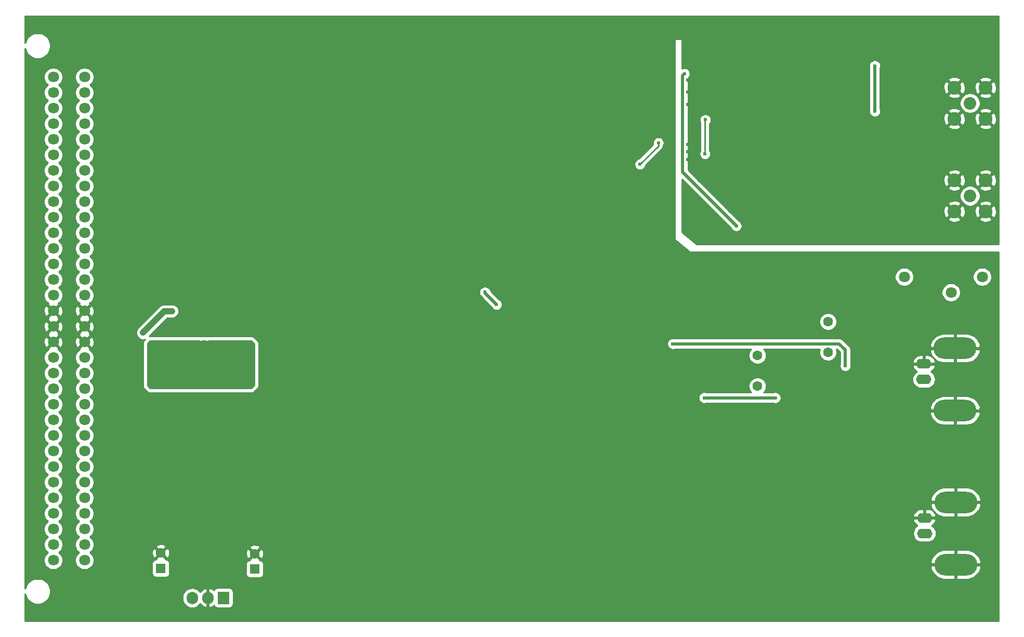
<source format=gbr>
G04 #@! TF.GenerationSoftware,KiCad,Pcbnew,(5.1.9)-1*
G04 #@! TF.CreationDate,2021-03-18T22:18:02+01:00*
G04 #@! TF.ProjectId,PFD_HMC439QS16G,5046445f-484d-4433-9433-395153313647,1.2*
G04 #@! TF.SameCoordinates,Original*
G04 #@! TF.FileFunction,Copper,L2,Bot*
G04 #@! TF.FilePolarity,Positive*
%FSLAX46Y46*%
G04 Gerber Fmt 4.6, Leading zero omitted, Abs format (unit mm)*
G04 Created by KiCad (PCBNEW (5.1.9)-1) date 2021-03-18 22:18:02*
%MOMM*%
%LPD*%
G01*
G04 APERTURE LIST*
G04 #@! TA.AperFunction,ComponentPad*
%ADD10C,2.050000*%
G04 #@! TD*
G04 #@! TA.AperFunction,ComponentPad*
%ADD11C,2.250000*%
G04 #@! TD*
G04 #@! TA.AperFunction,ComponentPad*
%ADD12C,1.800000*%
G04 #@! TD*
G04 #@! TA.AperFunction,ComponentPad*
%ADD13C,1.600000*%
G04 #@! TD*
G04 #@! TA.AperFunction,ComponentPad*
%ADD14R,1.600000X1.600000*%
G04 #@! TD*
G04 #@! TA.AperFunction,ComponentPad*
%ADD15R,1.905000X2.000000*%
G04 #@! TD*
G04 #@! TA.AperFunction,ComponentPad*
%ADD16O,1.905000X2.000000*%
G04 #@! TD*
G04 #@! TA.AperFunction,ComponentPad*
%ADD17O,2.500000X1.600000*%
G04 #@! TD*
G04 #@! TA.AperFunction,ComponentPad*
%ADD18O,7.000000X3.500000*%
G04 #@! TD*
G04 #@! TA.AperFunction,ViaPad*
%ADD19C,0.600000*%
G04 #@! TD*
G04 #@! TA.AperFunction,Conductor*
%ADD20C,0.250000*%
G04 #@! TD*
G04 #@! TA.AperFunction,Conductor*
%ADD21C,0.500000*%
G04 #@! TD*
G04 #@! TA.AperFunction,Conductor*
%ADD22C,1.000000*%
G04 #@! TD*
G04 #@! TA.AperFunction,Conductor*
%ADD23C,0.254000*%
G04 #@! TD*
G04 #@! TA.AperFunction,Conductor*
%ADD24C,0.100000*%
G04 #@! TD*
G04 APERTURE END LIST*
D10*
X224600000Y-80000000D03*
D11*
X227140000Y-82540000D03*
X227140000Y-77460000D03*
X222060000Y-77460000D03*
X222060000Y-82540000D03*
X222060000Y-67440000D03*
X222060000Y-62360000D03*
X227140000Y-62360000D03*
X227140000Y-67440000D03*
D10*
X224600000Y-64900000D03*
D12*
X213900000Y-93200000D03*
X221520000Y-95740000D03*
X226600000Y-93200000D03*
D13*
X108100000Y-138300000D03*
D14*
X108100000Y-140800000D03*
X92800000Y-140700000D03*
D13*
X92800000Y-138200000D03*
D12*
X80370000Y-60630000D03*
X80370000Y-63170000D03*
X80370000Y-65710000D03*
X80370000Y-68250000D03*
X80370000Y-70790000D03*
X80370000Y-73330000D03*
X80370000Y-75870000D03*
X80370000Y-78410000D03*
X80370000Y-80950000D03*
X80370000Y-83490000D03*
X80370000Y-86030000D03*
X80370000Y-88570000D03*
X80370000Y-91110000D03*
X80370000Y-93650000D03*
X80370000Y-96190000D03*
X80370000Y-98730000D03*
X80370000Y-101270000D03*
X80370000Y-103810000D03*
X80370000Y-106350000D03*
X80370000Y-108890000D03*
X80370000Y-111430000D03*
X80370000Y-113970000D03*
X80370000Y-116510000D03*
X80370000Y-119050000D03*
X80370000Y-121590000D03*
X80370000Y-124130000D03*
X80370000Y-126670000D03*
X80370000Y-129210000D03*
X80370000Y-134290000D03*
X80370000Y-131750000D03*
X80370000Y-136830000D03*
X80370000Y-139370000D03*
X75290000Y-60630000D03*
X75290000Y-63170000D03*
X75290000Y-65710000D03*
X75290000Y-68250000D03*
X75290000Y-70790000D03*
X75290000Y-73330000D03*
X75290000Y-75870000D03*
X75290000Y-78410000D03*
X75290000Y-80950000D03*
X75290000Y-83490000D03*
X75290000Y-86030000D03*
X75290000Y-88570000D03*
X75290000Y-91110000D03*
X75290000Y-93650000D03*
X75290000Y-96190000D03*
X75290000Y-98730000D03*
X75290000Y-101270000D03*
X75290000Y-103810000D03*
X75290000Y-106350000D03*
X75290000Y-108890000D03*
X75290000Y-111430000D03*
X75290000Y-113970000D03*
X75290000Y-116510000D03*
X75290000Y-119050000D03*
X75290000Y-121590000D03*
X75290000Y-124130000D03*
X75290000Y-126670000D03*
X75290000Y-129210000D03*
X75290000Y-134290000D03*
X75290000Y-131750000D03*
X75290000Y-136830000D03*
X75290000Y-139370000D03*
D15*
X103000000Y-145500000D03*
D16*
X100460000Y-145500000D03*
X97920000Y-145500000D03*
D17*
X217200000Y-132460000D03*
X217200000Y-135000000D03*
D18*
X222280000Y-140080000D03*
X222280000Y-129920000D03*
X222180000Y-104820000D03*
X222180000Y-114980000D03*
D17*
X217100000Y-109900000D03*
X217100000Y-107360000D03*
D13*
X201500000Y-105500000D03*
X201500000Y-100500000D03*
X190000000Y-106000000D03*
X190000000Y-111000000D03*
D19*
X191600000Y-72800000D03*
X195600000Y-75100000D03*
X196600000Y-76100000D03*
X197600000Y-77100000D03*
X198600000Y-78100000D03*
X199600000Y-79100000D03*
X200600000Y-80100000D03*
X201600000Y-80900000D03*
X202600000Y-80900000D03*
X202600000Y-79100000D03*
X201600000Y-79100000D03*
X200600000Y-78100000D03*
X199600000Y-77100000D03*
X198600000Y-76100000D03*
X197600000Y-75100000D03*
X196600000Y-74100000D03*
X207100000Y-64800000D03*
X206100000Y-64800000D03*
X205100000Y-64800000D03*
X204100000Y-64800000D03*
X201600000Y-67100000D03*
X200600000Y-68100000D03*
X199600000Y-69100000D03*
X198600000Y-70100000D03*
X197600000Y-71100000D03*
X207100000Y-62600000D03*
X206100000Y-62600000D03*
X205100000Y-62600000D03*
X204100000Y-62600000D03*
X201600000Y-64800000D03*
X200600000Y-65800000D03*
X199600000Y-66800000D03*
X198600000Y-67800000D03*
X197600000Y-68800000D03*
X199400000Y-73100000D03*
X196100000Y-66200000D03*
X196500000Y-72000000D03*
X188600000Y-77100000D03*
X189600000Y-77100000D03*
X190600000Y-77100000D03*
X191600000Y-77100000D03*
X192600000Y-77100000D03*
X188600000Y-76100000D03*
X189600000Y-76100000D03*
X190600000Y-76100000D03*
X191600000Y-76100000D03*
X192600000Y-76100000D03*
X190600000Y-75100000D03*
X191600000Y-75100000D03*
X192600000Y-75100000D03*
X190600000Y-71100000D03*
X191600000Y-71100000D03*
X192600000Y-71100000D03*
X190600000Y-70100000D03*
X191600000Y-70100000D03*
X192600000Y-70100000D03*
X188600000Y-69100000D03*
X189600000Y-69100000D03*
X190600000Y-69100000D03*
X191600000Y-69100000D03*
X192600000Y-69100000D03*
X193600000Y-69100000D03*
X188600000Y-68100000D03*
X189600000Y-68100000D03*
X190600000Y-68100000D03*
X191600000Y-68100000D03*
X192600000Y-68100000D03*
X193600000Y-68100000D03*
X188600000Y-67100000D03*
X189600000Y-67100000D03*
X190600000Y-67100000D03*
X191600000Y-67100000D03*
X192600000Y-67100000D03*
X193600000Y-67100000D03*
X182500000Y-71100000D03*
X183500000Y-71100000D03*
X184500000Y-71100000D03*
X185500000Y-71100000D03*
X186500000Y-72100000D03*
X185500000Y-72100000D03*
X184500000Y-72100000D03*
X183500000Y-72100000D03*
X182500000Y-72100000D03*
X180200000Y-64900000D03*
X185700000Y-76200000D03*
X185700000Y-77200000D03*
X186600000Y-74100000D03*
X185600000Y-74100000D03*
X184600000Y-74100000D03*
X180600000Y-74500000D03*
X181600000Y-74500000D03*
X182700000Y-74500000D03*
X180600000Y-76300000D03*
X181600000Y-76300000D03*
X182600000Y-76300000D03*
X179600000Y-74100000D03*
X178600000Y-74100000D03*
X178600000Y-71600000D03*
X179600000Y-71600000D03*
X180600000Y-71600000D03*
X180100000Y-69400000D03*
X178700000Y-79700000D03*
X99340000Y-102740000D03*
X100340000Y-102740000D03*
X103500000Y-112900000D03*
X104100000Y-95700000D03*
X107400000Y-100900000D03*
X106600000Y-100900000D03*
X107400000Y-98900000D03*
X107400000Y-99900000D03*
X106600000Y-98900000D03*
X106600000Y-99900000D03*
X111900000Y-98500000D03*
X110800000Y-109800000D03*
X111000000Y-106200000D03*
X178600000Y-55100000D03*
X178600000Y-57100000D03*
X178600000Y-59100000D03*
X178600000Y-61100000D03*
X178600000Y-63100000D03*
X178600000Y-65100000D03*
X178600000Y-72850000D03*
X178600000Y-81100000D03*
X178600000Y-83100000D03*
X178600000Y-85100000D03*
X179600000Y-86200000D03*
X175600000Y-55100000D03*
X175600000Y-57100000D03*
X175600000Y-59100000D03*
X175600000Y-61100000D03*
X175600000Y-63100000D03*
X175600000Y-65100000D03*
X175600000Y-67100000D03*
X175600000Y-69100000D03*
X175600000Y-71100000D03*
X175600000Y-73100000D03*
X175600000Y-74600000D03*
X175600000Y-77100000D03*
X175600000Y-79100000D03*
X175600000Y-81100000D03*
X175600000Y-83100000D03*
X175600000Y-85100000D03*
X175600000Y-87100000D03*
X177200000Y-88700000D03*
X178600000Y-90000000D03*
X180600000Y-90000000D03*
X180600000Y-87100000D03*
X182600000Y-87100000D03*
X184600000Y-87100000D03*
X186600000Y-87100000D03*
X188600000Y-87100000D03*
X190600000Y-87100000D03*
X192600000Y-87100000D03*
X194600000Y-87100000D03*
X198600000Y-87100000D03*
X200600000Y-87100000D03*
X202600000Y-87100000D03*
X169850000Y-67100000D03*
X173850000Y-67350000D03*
X162350000Y-76600000D03*
X163850000Y-74100000D03*
X162850000Y-66100000D03*
X199150000Y-115650000D03*
X183600000Y-68350000D03*
X184600000Y-68350000D03*
X185600000Y-68350000D03*
X199600000Y-107800000D03*
X164700000Y-79400000D03*
X165800000Y-78300000D03*
X166800000Y-77100000D03*
X166500000Y-70600000D03*
X101500000Y-143000000D03*
X99500000Y-143000000D03*
X100460000Y-142959992D03*
X97700000Y-137600000D03*
X102700000Y-137600000D03*
X203700000Y-79100000D03*
X204700000Y-79100000D03*
X205700000Y-79100000D03*
X206700000Y-79100000D03*
X207700000Y-79100000D03*
X208700000Y-79100000D03*
X209700000Y-79100000D03*
X210700000Y-79100000D03*
X211700000Y-79100000D03*
X212700000Y-79100000D03*
X213700000Y-79100000D03*
X214700000Y-79100000D03*
X215700000Y-79100000D03*
X216700000Y-79100000D03*
X217700000Y-79100000D03*
X218700000Y-79100000D03*
X219700000Y-79100000D03*
X220700000Y-79100000D03*
X203700000Y-80900000D03*
X204700000Y-80900000D03*
X205700000Y-80900000D03*
X206700000Y-80900000D03*
X207700000Y-80900000D03*
X208700000Y-80900000D03*
X209700000Y-80900000D03*
X210700000Y-80900000D03*
X211700000Y-80900000D03*
X212700000Y-80900000D03*
X213700000Y-80900000D03*
X214700000Y-80900000D03*
X215700000Y-80900000D03*
X216700000Y-80900000D03*
X217700000Y-80900000D03*
X218700000Y-80900000D03*
X219700000Y-80900000D03*
X220700000Y-80900000D03*
X202600000Y-63900000D03*
X203300000Y-63200000D03*
X202400000Y-66200000D03*
X203200000Y-65300000D03*
X216100000Y-64000000D03*
X216100000Y-65800000D03*
X217100000Y-64000000D03*
X218100000Y-64000000D03*
X219100000Y-64000000D03*
X220100000Y-64000000D03*
X221100000Y-64000000D03*
X217100000Y-65800000D03*
X218100000Y-65800000D03*
X219100000Y-65800000D03*
X220100000Y-65800000D03*
X221100000Y-65800000D03*
X219100000Y-62400000D03*
X199900000Y-61000000D03*
X211700000Y-63000000D03*
X211100000Y-64400000D03*
X212300000Y-64400000D03*
X212300000Y-61800000D03*
X211100000Y-61700000D03*
X211700000Y-59700000D03*
X212700000Y-59700000D03*
X213700000Y-59700000D03*
X214700000Y-59700000D03*
X215700000Y-59700000D03*
X212700000Y-58700000D03*
X213700000Y-58700000D03*
X214700000Y-58700000D03*
X215700000Y-58700000D03*
X212700000Y-57700000D03*
X213700000Y-57700000D03*
X214700000Y-57700000D03*
X215700000Y-57700000D03*
X212700000Y-56700000D03*
X213700000Y-56700000D03*
X214700000Y-56700000D03*
X215700000Y-56700000D03*
X210700000Y-59700000D03*
X211700000Y-58700000D03*
X210700000Y-58700000D03*
X211700000Y-57700000D03*
X210700000Y-57700000D03*
X209700000Y-57700000D03*
X211700000Y-56700000D03*
X210700000Y-56700000D03*
X209700000Y-56700000D03*
X208700000Y-70800000D03*
X210400000Y-66200000D03*
X211400000Y-66200000D03*
X212400000Y-66200000D03*
X213400000Y-66200000D03*
X214400000Y-66200000D03*
X210400000Y-67200000D03*
X211400000Y-67200000D03*
X212400000Y-67200000D03*
X213400000Y-67200000D03*
X214400000Y-67200000D03*
X210400000Y-68200000D03*
X211400000Y-68200000D03*
X212400000Y-68200000D03*
X213400000Y-68200000D03*
X214400000Y-68200000D03*
X210400000Y-69200000D03*
X211400000Y-69200000D03*
X212400000Y-69200000D03*
X213400000Y-69200000D03*
X214400000Y-69200000D03*
X210400000Y-70200000D03*
X211400000Y-70200000D03*
X212400000Y-70200000D03*
X213400000Y-70200000D03*
X214400000Y-70200000D03*
X204600000Y-87100000D03*
X206600000Y-87100000D03*
X208600000Y-87100000D03*
X210600000Y-87100000D03*
X212600000Y-87100000D03*
X214600000Y-87100000D03*
X216600000Y-87100000D03*
X218600000Y-87100000D03*
X220600000Y-87100000D03*
X222600000Y-87100000D03*
X224600000Y-87100000D03*
X226600000Y-87100000D03*
X228600000Y-87100000D03*
X228600000Y-90000000D03*
X182600000Y-90000000D03*
X184600000Y-90000000D03*
X186600000Y-90000000D03*
X188600000Y-90000000D03*
X190600000Y-90000000D03*
X192600000Y-90000000D03*
X194600000Y-90000000D03*
X196600000Y-90000000D03*
X198600000Y-90000000D03*
X200600000Y-90000000D03*
X202600000Y-90000000D03*
X204600000Y-90000000D03*
X206600000Y-90000000D03*
X208600000Y-90000000D03*
X210600000Y-90000000D03*
X212600000Y-90000000D03*
X214600000Y-90000000D03*
X216600000Y-90000000D03*
X218600000Y-90000000D03*
X220600000Y-90000000D03*
X222600000Y-90000000D03*
X224600000Y-90000000D03*
X226600000Y-90000000D03*
X177100000Y-53700000D03*
X178600000Y-53700000D03*
X175600000Y-53700000D03*
X114100000Y-97100000D03*
X113600000Y-109000000D03*
X205800000Y-93200000D03*
X206600000Y-117300000D03*
X211400000Y-115300000D03*
X206100000Y-105400000D03*
X101900000Y-102700000D03*
X195000000Y-107000000D03*
X197000000Y-107000000D03*
X199000000Y-107000000D03*
X208000000Y-106000000D03*
X208000000Y-107000000D03*
X186550000Y-84900000D03*
X181450000Y-73150000D03*
X181500000Y-67599998D03*
X178100000Y-60100000D03*
X209100000Y-58800000D03*
X209100000Y-66200000D03*
X145600000Y-95700000D03*
X147500000Y-97700000D03*
X181300000Y-112900000D03*
X192900000Y-112900000D03*
X204300000Y-107700000D03*
X176200000Y-104100000D03*
X170850000Y-74850000D03*
X173850000Y-71350000D03*
X107500000Y-104800000D03*
X107500000Y-105800000D03*
X107500000Y-106800000D03*
X106700000Y-104800000D03*
X106700000Y-106800000D03*
X106700000Y-105800000D03*
X101600000Y-108750000D03*
X101600000Y-109700000D03*
X101600000Y-110700000D03*
X100400000Y-110700000D03*
X100400000Y-109700000D03*
X100400000Y-108700000D03*
X89900000Y-102300000D03*
X94600000Y-98800000D03*
D20*
X211100000Y-62400000D02*
X211700000Y-63000000D01*
X211100000Y-61700000D02*
X211100000Y-62400000D01*
X181450000Y-67649998D02*
X181500000Y-67599998D01*
X181450000Y-73150000D02*
X181450000Y-67649998D01*
D21*
X177800001Y-60399999D02*
X178100000Y-60100000D01*
X186550000Y-84900000D02*
X177800001Y-76150001D01*
X177800001Y-76150001D02*
X177800001Y-60399999D01*
X209100000Y-58800000D02*
X209100000Y-66200000D01*
X145600000Y-95800000D02*
X147500000Y-97700000D01*
X145600000Y-95700000D02*
X145600000Y-95800000D01*
X181300000Y-112900000D02*
X192900000Y-112900000D01*
X176200000Y-104100000D02*
X203300000Y-104100000D01*
X204300000Y-105100000D02*
X204300000Y-107700000D01*
X203300000Y-104100000D02*
X204300000Y-105100000D01*
D20*
X170850000Y-74850000D02*
X173850000Y-71850000D01*
X173850000Y-71850000D02*
X173850000Y-71350000D01*
D22*
X89900000Y-102300000D02*
X93400000Y-98800000D01*
X93400000Y-98800000D02*
X94600000Y-98800000D01*
D23*
X99067271Y-103639068D02*
X99247911Y-103675000D01*
X99432089Y-103675000D01*
X99612729Y-103639068D01*
X99641864Y-103627000D01*
X100038136Y-103627000D01*
X100067271Y-103639068D01*
X100247911Y-103675000D01*
X100432089Y-103675000D01*
X100612729Y-103639068D01*
X100641864Y-103627000D01*
X101767693Y-103627000D01*
X101807911Y-103635000D01*
X101992089Y-103635000D01*
X102032307Y-103627000D01*
X107547394Y-103627000D01*
X107973000Y-104052606D01*
X107973000Y-110947394D01*
X107547394Y-111373000D01*
X91052606Y-111373000D01*
X90627000Y-110947394D01*
X90627000Y-104052606D01*
X91052606Y-103627000D01*
X99038136Y-103627000D01*
X99067271Y-103639068D01*
G04 #@! TA.AperFunction,Conductor*
D24*
G36*
X99067271Y-103639068D02*
G01*
X99247911Y-103675000D01*
X99432089Y-103675000D01*
X99612729Y-103639068D01*
X99641864Y-103627000D01*
X100038136Y-103627000D01*
X100067271Y-103639068D01*
X100247911Y-103675000D01*
X100432089Y-103675000D01*
X100612729Y-103639068D01*
X100641864Y-103627000D01*
X101767693Y-103627000D01*
X101807911Y-103635000D01*
X101992089Y-103635000D01*
X102032307Y-103627000D01*
X107547394Y-103627000D01*
X107973000Y-104052606D01*
X107973000Y-110947394D01*
X107547394Y-111373000D01*
X91052606Y-111373000D01*
X90627000Y-110947394D01*
X90627000Y-104052606D01*
X91052606Y-103627000D01*
X99038136Y-103627000D01*
X99067271Y-103639068D01*
G37*
G04 #@! TD.AperFunction*
D23*
X229290001Y-87873000D02*
X180045980Y-87873000D01*
X177727000Y-85940517D01*
X177727000Y-77328578D01*
X185707346Y-85308925D01*
X185721414Y-85342889D01*
X185823738Y-85496028D01*
X185953972Y-85626262D01*
X186107111Y-85728586D01*
X186277271Y-85799068D01*
X186457911Y-85835000D01*
X186642089Y-85835000D01*
X186822729Y-85799068D01*
X186992889Y-85728586D01*
X187146028Y-85626262D01*
X187276262Y-85496028D01*
X187378586Y-85342889D01*
X187449068Y-85172729D01*
X187485000Y-84992089D01*
X187485000Y-84807911D01*
X187449068Y-84627271D01*
X187378586Y-84457111D01*
X187276262Y-84303972D01*
X187146028Y-84173738D01*
X186992889Y-84071414D01*
X186958925Y-84057346D01*
X186666110Y-83764531D01*
X221015074Y-83764531D01*
X221125921Y-84041714D01*
X221436840Y-84195089D01*
X221771705Y-84284860D01*
X222117650Y-84307576D01*
X222461380Y-84262366D01*
X222789685Y-84150966D01*
X222994079Y-84041714D01*
X223104926Y-83764531D01*
X226095074Y-83764531D01*
X226205921Y-84041714D01*
X226516840Y-84195089D01*
X226851705Y-84284860D01*
X227197650Y-84307576D01*
X227541380Y-84262366D01*
X227869685Y-84150966D01*
X228074079Y-84041714D01*
X228184926Y-83764531D01*
X227140000Y-82719605D01*
X226095074Y-83764531D01*
X223104926Y-83764531D01*
X222060000Y-82719605D01*
X221015074Y-83764531D01*
X186666110Y-83764531D01*
X185499229Y-82597650D01*
X220292424Y-82597650D01*
X220337634Y-82941380D01*
X220449034Y-83269685D01*
X220558286Y-83474079D01*
X220835469Y-83584926D01*
X221880395Y-82540000D01*
X222239605Y-82540000D01*
X223284531Y-83584926D01*
X223561714Y-83474079D01*
X223715089Y-83163160D01*
X223804860Y-82828295D01*
X223820004Y-82597650D01*
X225372424Y-82597650D01*
X225417634Y-82941380D01*
X225529034Y-83269685D01*
X225638286Y-83474079D01*
X225915469Y-83584926D01*
X226960395Y-82540000D01*
X227319605Y-82540000D01*
X228364531Y-83584926D01*
X228641714Y-83474079D01*
X228795089Y-83163160D01*
X228884860Y-82828295D01*
X228907576Y-82482350D01*
X228862366Y-82138620D01*
X228750966Y-81810315D01*
X228641714Y-81605921D01*
X228364531Y-81495074D01*
X227319605Y-82540000D01*
X226960395Y-82540000D01*
X225915469Y-81495074D01*
X225638286Y-81605921D01*
X225484911Y-81916840D01*
X225395140Y-82251705D01*
X225372424Y-82597650D01*
X223820004Y-82597650D01*
X223827576Y-82482350D01*
X223782366Y-82138620D01*
X223670966Y-81810315D01*
X223561714Y-81605921D01*
X223284531Y-81495074D01*
X222239605Y-82540000D01*
X221880395Y-82540000D01*
X220835469Y-81495074D01*
X220558286Y-81605921D01*
X220404911Y-81916840D01*
X220315140Y-82251705D01*
X220292424Y-82597650D01*
X185499229Y-82597650D01*
X184217048Y-81315469D01*
X221015074Y-81315469D01*
X222060000Y-82360395D01*
X223104926Y-81315469D01*
X222994079Y-81038286D01*
X222683160Y-80884911D01*
X222348295Y-80795140D01*
X222002350Y-80772424D01*
X221658620Y-80817634D01*
X221330315Y-80929034D01*
X221125921Y-81038286D01*
X221015074Y-81315469D01*
X184217048Y-81315469D01*
X182738083Y-79836504D01*
X222940000Y-79836504D01*
X222940000Y-80163496D01*
X223003793Y-80484204D01*
X223128927Y-80786305D01*
X223310594Y-81058188D01*
X223541812Y-81289406D01*
X223813695Y-81471073D01*
X224115796Y-81596207D01*
X224436504Y-81660000D01*
X224763496Y-81660000D01*
X225084204Y-81596207D01*
X225386305Y-81471073D01*
X225619182Y-81315469D01*
X226095074Y-81315469D01*
X227140000Y-82360395D01*
X228184926Y-81315469D01*
X228074079Y-81038286D01*
X227763160Y-80884911D01*
X227428295Y-80795140D01*
X227082350Y-80772424D01*
X226738620Y-80817634D01*
X226410315Y-80929034D01*
X226205921Y-81038286D01*
X226095074Y-81315469D01*
X225619182Y-81315469D01*
X225658188Y-81289406D01*
X225889406Y-81058188D01*
X226071073Y-80786305D01*
X226196207Y-80484204D01*
X226260000Y-80163496D01*
X226260000Y-79836504D01*
X226196207Y-79515796D01*
X226071073Y-79213695D01*
X225889406Y-78941812D01*
X225658188Y-78710594D01*
X225619183Y-78684531D01*
X226095074Y-78684531D01*
X226205921Y-78961714D01*
X226516840Y-79115089D01*
X226851705Y-79204860D01*
X227197650Y-79227576D01*
X227541380Y-79182366D01*
X227869685Y-79070966D01*
X228074079Y-78961714D01*
X228184926Y-78684531D01*
X227140000Y-77639605D01*
X226095074Y-78684531D01*
X225619183Y-78684531D01*
X225386305Y-78528927D01*
X225084204Y-78403793D01*
X224763496Y-78340000D01*
X224436504Y-78340000D01*
X224115796Y-78403793D01*
X223813695Y-78528927D01*
X223541812Y-78710594D01*
X223310594Y-78941812D01*
X223128927Y-79213695D01*
X223003793Y-79515796D01*
X222940000Y-79836504D01*
X182738083Y-79836504D01*
X181586110Y-78684531D01*
X221015074Y-78684531D01*
X221125921Y-78961714D01*
X221436840Y-79115089D01*
X221771705Y-79204860D01*
X222117650Y-79227576D01*
X222461380Y-79182366D01*
X222789685Y-79070966D01*
X222994079Y-78961714D01*
X223104926Y-78684531D01*
X222060000Y-77639605D01*
X221015074Y-78684531D01*
X181586110Y-78684531D01*
X180419229Y-77517650D01*
X220292424Y-77517650D01*
X220337634Y-77861380D01*
X220449034Y-78189685D01*
X220558286Y-78394079D01*
X220835469Y-78504926D01*
X221880395Y-77460000D01*
X222239605Y-77460000D01*
X223284531Y-78504926D01*
X223561714Y-78394079D01*
X223715089Y-78083160D01*
X223804860Y-77748295D01*
X223820004Y-77517650D01*
X225372424Y-77517650D01*
X225417634Y-77861380D01*
X225529034Y-78189685D01*
X225638286Y-78394079D01*
X225915469Y-78504926D01*
X226960395Y-77460000D01*
X227319605Y-77460000D01*
X228364531Y-78504926D01*
X228641714Y-78394079D01*
X228795089Y-78083160D01*
X228884860Y-77748295D01*
X228907576Y-77402350D01*
X228862366Y-77058620D01*
X228750966Y-76730315D01*
X228641714Y-76525921D01*
X228364531Y-76415074D01*
X227319605Y-77460000D01*
X226960395Y-77460000D01*
X225915469Y-76415074D01*
X225638286Y-76525921D01*
X225484911Y-76836840D01*
X225395140Y-77171705D01*
X225372424Y-77517650D01*
X223820004Y-77517650D01*
X223827576Y-77402350D01*
X223782366Y-77058620D01*
X223670966Y-76730315D01*
X223561714Y-76525921D01*
X223284531Y-76415074D01*
X222239605Y-77460000D01*
X221880395Y-77460000D01*
X220835469Y-76415074D01*
X220558286Y-76525921D01*
X220404911Y-76836840D01*
X220315140Y-77171705D01*
X220292424Y-77517650D01*
X180419229Y-77517650D01*
X179137048Y-76235469D01*
X221015074Y-76235469D01*
X222060000Y-77280395D01*
X223104926Y-76235469D01*
X226095074Y-76235469D01*
X227140000Y-77280395D01*
X228184926Y-76235469D01*
X228074079Y-75958286D01*
X227763160Y-75804911D01*
X227428295Y-75715140D01*
X227082350Y-75692424D01*
X226738620Y-75737634D01*
X226410315Y-75849034D01*
X226205921Y-75958286D01*
X226095074Y-76235469D01*
X223104926Y-76235469D01*
X222994079Y-75958286D01*
X222683160Y-75804911D01*
X222348295Y-75715140D01*
X222002350Y-75692424D01*
X221658620Y-75737634D01*
X221330315Y-75849034D01*
X221125921Y-75958286D01*
X221015074Y-76235469D01*
X179137048Y-76235469D01*
X178685001Y-75783423D01*
X178685001Y-73057911D01*
X180515000Y-73057911D01*
X180515000Y-73242089D01*
X180550932Y-73422729D01*
X180621414Y-73592889D01*
X180723738Y-73746028D01*
X180853972Y-73876262D01*
X181007111Y-73978586D01*
X181177271Y-74049068D01*
X181357911Y-74085000D01*
X181542089Y-74085000D01*
X181722729Y-74049068D01*
X181892889Y-73978586D01*
X182046028Y-73876262D01*
X182176262Y-73746028D01*
X182278586Y-73592889D01*
X182349068Y-73422729D01*
X182385000Y-73242089D01*
X182385000Y-73057911D01*
X182349068Y-72877271D01*
X182278586Y-72707111D01*
X182210000Y-72604465D01*
X182210000Y-68664531D01*
X221015074Y-68664531D01*
X221125921Y-68941714D01*
X221436840Y-69095089D01*
X221771705Y-69184860D01*
X222117650Y-69207576D01*
X222461380Y-69162366D01*
X222789685Y-69050966D01*
X222994079Y-68941714D01*
X223104926Y-68664531D01*
X226095074Y-68664531D01*
X226205921Y-68941714D01*
X226516840Y-69095089D01*
X226851705Y-69184860D01*
X227197650Y-69207576D01*
X227541380Y-69162366D01*
X227869685Y-69050966D01*
X228074079Y-68941714D01*
X228184926Y-68664531D01*
X227140000Y-67619605D01*
X226095074Y-68664531D01*
X223104926Y-68664531D01*
X222060000Y-67619605D01*
X221015074Y-68664531D01*
X182210000Y-68664531D01*
X182210000Y-68212288D01*
X182226262Y-68196026D01*
X182328586Y-68042887D01*
X182399068Y-67872727D01*
X182435000Y-67692087D01*
X182435000Y-67507909D01*
X182432960Y-67497650D01*
X220292424Y-67497650D01*
X220337634Y-67841380D01*
X220449034Y-68169685D01*
X220558286Y-68374079D01*
X220835469Y-68484926D01*
X221880395Y-67440000D01*
X222239605Y-67440000D01*
X223284531Y-68484926D01*
X223561714Y-68374079D01*
X223715089Y-68063160D01*
X223804860Y-67728295D01*
X223820004Y-67497650D01*
X225372424Y-67497650D01*
X225417634Y-67841380D01*
X225529034Y-68169685D01*
X225638286Y-68374079D01*
X225915469Y-68484926D01*
X226960395Y-67440000D01*
X227319605Y-67440000D01*
X228364531Y-68484926D01*
X228641714Y-68374079D01*
X228795089Y-68063160D01*
X228884860Y-67728295D01*
X228907576Y-67382350D01*
X228862366Y-67038620D01*
X228750966Y-66710315D01*
X228641714Y-66505921D01*
X228364531Y-66395074D01*
X227319605Y-67440000D01*
X226960395Y-67440000D01*
X225915469Y-66395074D01*
X225638286Y-66505921D01*
X225484911Y-66816840D01*
X225395140Y-67151705D01*
X225372424Y-67497650D01*
X223820004Y-67497650D01*
X223827576Y-67382350D01*
X223782366Y-67038620D01*
X223670966Y-66710315D01*
X223561714Y-66505921D01*
X223284531Y-66395074D01*
X222239605Y-67440000D01*
X221880395Y-67440000D01*
X220835469Y-66395074D01*
X220558286Y-66505921D01*
X220404911Y-66816840D01*
X220315140Y-67151705D01*
X220292424Y-67497650D01*
X182432960Y-67497650D01*
X182399068Y-67327269D01*
X182328586Y-67157109D01*
X182226262Y-67003970D01*
X182096028Y-66873736D01*
X181942889Y-66771412D01*
X181772729Y-66700930D01*
X181592089Y-66664998D01*
X181407911Y-66664998D01*
X181227271Y-66700930D01*
X181057111Y-66771412D01*
X180903972Y-66873736D01*
X180773738Y-67003970D01*
X180671414Y-67157109D01*
X180600932Y-67327269D01*
X180565000Y-67507909D01*
X180565000Y-67692087D01*
X180600932Y-67872727D01*
X180671414Y-68042887D01*
X180690001Y-68070704D01*
X180690000Y-72604464D01*
X180621414Y-72707111D01*
X180550932Y-72877271D01*
X180515000Y-73057911D01*
X178685001Y-73057911D01*
X178685001Y-60833630D01*
X178696028Y-60826262D01*
X178826262Y-60696028D01*
X178928586Y-60542889D01*
X178999068Y-60372729D01*
X179035000Y-60192089D01*
X179035000Y-60007911D01*
X178999068Y-59827271D01*
X178928586Y-59657111D01*
X178826262Y-59503972D01*
X178696028Y-59373738D01*
X178542889Y-59271414D01*
X178372729Y-59200932D01*
X178192089Y-59165000D01*
X178007911Y-59165000D01*
X177827271Y-59200932D01*
X177727000Y-59242465D01*
X177727000Y-58707911D01*
X208165000Y-58707911D01*
X208165000Y-58892089D01*
X208200932Y-59072729D01*
X208215000Y-59106693D01*
X208215001Y-65893305D01*
X208200932Y-65927271D01*
X208165000Y-66107911D01*
X208165000Y-66292089D01*
X208200932Y-66472729D01*
X208271414Y-66642889D01*
X208373738Y-66796028D01*
X208503972Y-66926262D01*
X208657111Y-67028586D01*
X208827271Y-67099068D01*
X209007911Y-67135000D01*
X209192089Y-67135000D01*
X209372729Y-67099068D01*
X209542889Y-67028586D01*
X209696028Y-66926262D01*
X209826262Y-66796028D01*
X209928586Y-66642889D01*
X209999068Y-66472729D01*
X210035000Y-66292089D01*
X210035000Y-66215469D01*
X221015074Y-66215469D01*
X222060000Y-67260395D01*
X223104926Y-66215469D01*
X222994079Y-65938286D01*
X222683160Y-65784911D01*
X222348295Y-65695140D01*
X222002350Y-65672424D01*
X221658620Y-65717634D01*
X221330315Y-65829034D01*
X221125921Y-65938286D01*
X221015074Y-66215469D01*
X210035000Y-66215469D01*
X210035000Y-66107911D01*
X209999068Y-65927271D01*
X209985000Y-65893308D01*
X209985000Y-64736504D01*
X222940000Y-64736504D01*
X222940000Y-65063496D01*
X223003793Y-65384204D01*
X223128927Y-65686305D01*
X223310594Y-65958188D01*
X223541812Y-66189406D01*
X223813695Y-66371073D01*
X224115796Y-66496207D01*
X224436504Y-66560000D01*
X224763496Y-66560000D01*
X225084204Y-66496207D01*
X225386305Y-66371073D01*
X225619182Y-66215469D01*
X226095074Y-66215469D01*
X227140000Y-67260395D01*
X228184926Y-66215469D01*
X228074079Y-65938286D01*
X227763160Y-65784911D01*
X227428295Y-65695140D01*
X227082350Y-65672424D01*
X226738620Y-65717634D01*
X226410315Y-65829034D01*
X226205921Y-65938286D01*
X226095074Y-66215469D01*
X225619182Y-66215469D01*
X225658188Y-66189406D01*
X225889406Y-65958188D01*
X226071073Y-65686305D01*
X226196207Y-65384204D01*
X226260000Y-65063496D01*
X226260000Y-64736504D01*
X226196207Y-64415796D01*
X226071073Y-64113695D01*
X225889406Y-63841812D01*
X225658188Y-63610594D01*
X225619183Y-63584531D01*
X226095074Y-63584531D01*
X226205921Y-63861714D01*
X226516840Y-64015089D01*
X226851705Y-64104860D01*
X227197650Y-64127576D01*
X227541380Y-64082366D01*
X227869685Y-63970966D01*
X228074079Y-63861714D01*
X228184926Y-63584531D01*
X227140000Y-62539605D01*
X226095074Y-63584531D01*
X225619183Y-63584531D01*
X225386305Y-63428927D01*
X225084204Y-63303793D01*
X224763496Y-63240000D01*
X224436504Y-63240000D01*
X224115796Y-63303793D01*
X223813695Y-63428927D01*
X223541812Y-63610594D01*
X223310594Y-63841812D01*
X223128927Y-64113695D01*
X223003793Y-64415796D01*
X222940000Y-64736504D01*
X209985000Y-64736504D01*
X209985000Y-63584531D01*
X221015074Y-63584531D01*
X221125921Y-63861714D01*
X221436840Y-64015089D01*
X221771705Y-64104860D01*
X222117650Y-64127576D01*
X222461380Y-64082366D01*
X222789685Y-63970966D01*
X222994079Y-63861714D01*
X223104926Y-63584531D01*
X222060000Y-62539605D01*
X221015074Y-63584531D01*
X209985000Y-63584531D01*
X209985000Y-62417650D01*
X220292424Y-62417650D01*
X220337634Y-62761380D01*
X220449034Y-63089685D01*
X220558286Y-63294079D01*
X220835469Y-63404926D01*
X221880395Y-62360000D01*
X222239605Y-62360000D01*
X223284531Y-63404926D01*
X223561714Y-63294079D01*
X223715089Y-62983160D01*
X223804860Y-62648295D01*
X223820004Y-62417650D01*
X225372424Y-62417650D01*
X225417634Y-62761380D01*
X225529034Y-63089685D01*
X225638286Y-63294079D01*
X225915469Y-63404926D01*
X226960395Y-62360000D01*
X227319605Y-62360000D01*
X228364531Y-63404926D01*
X228641714Y-63294079D01*
X228795089Y-62983160D01*
X228884860Y-62648295D01*
X228907576Y-62302350D01*
X228862366Y-61958620D01*
X228750966Y-61630315D01*
X228641714Y-61425921D01*
X228364531Y-61315074D01*
X227319605Y-62360000D01*
X226960395Y-62360000D01*
X225915469Y-61315074D01*
X225638286Y-61425921D01*
X225484911Y-61736840D01*
X225395140Y-62071705D01*
X225372424Y-62417650D01*
X223820004Y-62417650D01*
X223827576Y-62302350D01*
X223782366Y-61958620D01*
X223670966Y-61630315D01*
X223561714Y-61425921D01*
X223284531Y-61315074D01*
X222239605Y-62360000D01*
X221880395Y-62360000D01*
X220835469Y-61315074D01*
X220558286Y-61425921D01*
X220404911Y-61736840D01*
X220315140Y-62071705D01*
X220292424Y-62417650D01*
X209985000Y-62417650D01*
X209985000Y-61135469D01*
X221015074Y-61135469D01*
X222060000Y-62180395D01*
X223104926Y-61135469D01*
X226095074Y-61135469D01*
X227140000Y-62180395D01*
X228184926Y-61135469D01*
X228074079Y-60858286D01*
X227763160Y-60704911D01*
X227428295Y-60615140D01*
X227082350Y-60592424D01*
X226738620Y-60637634D01*
X226410315Y-60749034D01*
X226205921Y-60858286D01*
X226095074Y-61135469D01*
X223104926Y-61135469D01*
X222994079Y-60858286D01*
X222683160Y-60704911D01*
X222348295Y-60615140D01*
X222002350Y-60592424D01*
X221658620Y-60637634D01*
X221330315Y-60749034D01*
X221125921Y-60858286D01*
X221015074Y-61135469D01*
X209985000Y-61135469D01*
X209985000Y-59106692D01*
X209999068Y-59072729D01*
X210035000Y-58892089D01*
X210035000Y-58707911D01*
X209999068Y-58527271D01*
X209928586Y-58357111D01*
X209826262Y-58203972D01*
X209696028Y-58073738D01*
X209542889Y-57971414D01*
X209372729Y-57900932D01*
X209192089Y-57865000D01*
X209007911Y-57865000D01*
X208827271Y-57900932D01*
X208657111Y-57971414D01*
X208503972Y-58073738D01*
X208373738Y-58203972D01*
X208271414Y-58357111D01*
X208200932Y-58527271D01*
X208165000Y-58707911D01*
X177727000Y-58707911D01*
X177727000Y-54600000D01*
X177724560Y-54575224D01*
X177717333Y-54551399D01*
X177705597Y-54529443D01*
X177689803Y-54510197D01*
X177670557Y-54494403D01*
X177648601Y-54482667D01*
X177624776Y-54475440D01*
X177600000Y-54473000D01*
X176600000Y-54473000D01*
X176575224Y-54475440D01*
X176551399Y-54482667D01*
X176529443Y-54494403D01*
X176510197Y-54510197D01*
X176494403Y-54529443D01*
X176482667Y-54551399D01*
X176475440Y-54575224D01*
X176473000Y-54600000D01*
X176473000Y-87000000D01*
X176478195Y-87035952D01*
X176487549Y-87059024D01*
X176501225Y-87079828D01*
X176518697Y-87097564D01*
X178918697Y-89097564D01*
X178929443Y-89105597D01*
X178951399Y-89117333D01*
X178975224Y-89124560D01*
X179000000Y-89127000D01*
X229290001Y-89127000D01*
X229290000Y-149290000D01*
X70710000Y-149290000D01*
X70710000Y-144881583D01*
X70745126Y-145058172D01*
X70902297Y-145437618D01*
X71130475Y-145779110D01*
X71420890Y-146069525D01*
X71762382Y-146297703D01*
X72141828Y-146454874D01*
X72544645Y-146535000D01*
X72955355Y-146535000D01*
X73358172Y-146454874D01*
X73737618Y-146297703D01*
X74079110Y-146069525D01*
X74369525Y-145779110D01*
X74597703Y-145437618D01*
X74623841Y-145374514D01*
X96332500Y-145374514D01*
X96332500Y-145625485D01*
X96355470Y-145858703D01*
X96446245Y-146157948D01*
X96593655Y-146433734D01*
X96792037Y-146675463D01*
X97033765Y-146873845D01*
X97309551Y-147021255D01*
X97608796Y-147112030D01*
X97920000Y-147142681D01*
X98231203Y-147112030D01*
X98530448Y-147021255D01*
X98806234Y-146873845D01*
X99047963Y-146675463D01*
X99195163Y-146496101D01*
X99350563Y-146681315D01*
X99593077Y-146875969D01*
X99868906Y-147019571D01*
X100087020Y-147090563D01*
X100333000Y-146970594D01*
X100333000Y-145627000D01*
X100313000Y-145627000D01*
X100313000Y-145373000D01*
X100333000Y-145373000D01*
X100333000Y-144029406D01*
X100587000Y-144029406D01*
X100587000Y-145373000D01*
X100607000Y-145373000D01*
X100607000Y-145627000D01*
X100587000Y-145627000D01*
X100587000Y-146970594D01*
X100832980Y-147090563D01*
X101051094Y-147019571D01*
X101326923Y-146875969D01*
X101467941Y-146762781D01*
X101516963Y-146854494D01*
X101596315Y-146951185D01*
X101693006Y-147030537D01*
X101803320Y-147089502D01*
X101923018Y-147125812D01*
X102047500Y-147138072D01*
X103952500Y-147138072D01*
X104076982Y-147125812D01*
X104196680Y-147089502D01*
X104306994Y-147030537D01*
X104403685Y-146951185D01*
X104483037Y-146854494D01*
X104542002Y-146744180D01*
X104578312Y-146624482D01*
X104590572Y-146500000D01*
X104590572Y-144500000D01*
X104578312Y-144375518D01*
X104542002Y-144255820D01*
X104483037Y-144145506D01*
X104403685Y-144048815D01*
X104306994Y-143969463D01*
X104196680Y-143910498D01*
X104076982Y-143874188D01*
X103952500Y-143861928D01*
X102047500Y-143861928D01*
X101923018Y-143874188D01*
X101803320Y-143910498D01*
X101693006Y-143969463D01*
X101596315Y-144048815D01*
X101516963Y-144145506D01*
X101467941Y-144237219D01*
X101326923Y-144124031D01*
X101051094Y-143980429D01*
X100832980Y-143909437D01*
X100587000Y-144029406D01*
X100333000Y-144029406D01*
X100087020Y-143909437D01*
X99868906Y-143980429D01*
X99593077Y-144124031D01*
X99350563Y-144318685D01*
X99195162Y-144503900D01*
X99047963Y-144324537D01*
X98806235Y-144126155D01*
X98530449Y-143978745D01*
X98231204Y-143887970D01*
X97920000Y-143857319D01*
X97608797Y-143887970D01*
X97309552Y-143978745D01*
X97033766Y-144126155D01*
X96792037Y-144324537D01*
X96593655Y-144566265D01*
X96446245Y-144842051D01*
X96355470Y-145141296D01*
X96332500Y-145374514D01*
X74623841Y-145374514D01*
X74754874Y-145058172D01*
X74835000Y-144655355D01*
X74835000Y-144244645D01*
X74754874Y-143841828D01*
X74597703Y-143462382D01*
X74369525Y-143120890D01*
X74079110Y-142830475D01*
X73737618Y-142602297D01*
X73358172Y-142445126D01*
X72955355Y-142365000D01*
X72544645Y-142365000D01*
X72141828Y-142445126D01*
X71762382Y-142602297D01*
X71420890Y-142830475D01*
X71130475Y-143120890D01*
X70902297Y-143462382D01*
X70745126Y-143841828D01*
X70710000Y-144018417D01*
X70710000Y-106198816D01*
X73755000Y-106198816D01*
X73755000Y-106501184D01*
X73813989Y-106797743D01*
X73929701Y-107077095D01*
X74097688Y-107328505D01*
X74311495Y-107542312D01*
X74427763Y-107620000D01*
X74311495Y-107697688D01*
X74097688Y-107911495D01*
X73929701Y-108162905D01*
X73813989Y-108442257D01*
X73755000Y-108738816D01*
X73755000Y-109041184D01*
X73813989Y-109337743D01*
X73929701Y-109617095D01*
X74097688Y-109868505D01*
X74311495Y-110082312D01*
X74427763Y-110160000D01*
X74311495Y-110237688D01*
X74097688Y-110451495D01*
X73929701Y-110702905D01*
X73813989Y-110982257D01*
X73755000Y-111278816D01*
X73755000Y-111581184D01*
X73813989Y-111877743D01*
X73929701Y-112157095D01*
X74097688Y-112408505D01*
X74311495Y-112622312D01*
X74427763Y-112700000D01*
X74311495Y-112777688D01*
X74097688Y-112991495D01*
X73929701Y-113242905D01*
X73813989Y-113522257D01*
X73755000Y-113818816D01*
X73755000Y-114121184D01*
X73813989Y-114417743D01*
X73929701Y-114697095D01*
X74097688Y-114948505D01*
X74311495Y-115162312D01*
X74427763Y-115240000D01*
X74311495Y-115317688D01*
X74097688Y-115531495D01*
X73929701Y-115782905D01*
X73813989Y-116062257D01*
X73755000Y-116358816D01*
X73755000Y-116661184D01*
X73813989Y-116957743D01*
X73929701Y-117237095D01*
X74097688Y-117488505D01*
X74311495Y-117702312D01*
X74427763Y-117780000D01*
X74311495Y-117857688D01*
X74097688Y-118071495D01*
X73929701Y-118322905D01*
X73813989Y-118602257D01*
X73755000Y-118898816D01*
X73755000Y-119201184D01*
X73813989Y-119497743D01*
X73929701Y-119777095D01*
X74097688Y-120028505D01*
X74311495Y-120242312D01*
X74427763Y-120320000D01*
X74311495Y-120397688D01*
X74097688Y-120611495D01*
X73929701Y-120862905D01*
X73813989Y-121142257D01*
X73755000Y-121438816D01*
X73755000Y-121741184D01*
X73813989Y-122037743D01*
X73929701Y-122317095D01*
X74097688Y-122568505D01*
X74311495Y-122782312D01*
X74427763Y-122860000D01*
X74311495Y-122937688D01*
X74097688Y-123151495D01*
X73929701Y-123402905D01*
X73813989Y-123682257D01*
X73755000Y-123978816D01*
X73755000Y-124281184D01*
X73813989Y-124577743D01*
X73929701Y-124857095D01*
X74097688Y-125108505D01*
X74311495Y-125322312D01*
X74427763Y-125400000D01*
X74311495Y-125477688D01*
X74097688Y-125691495D01*
X73929701Y-125942905D01*
X73813989Y-126222257D01*
X73755000Y-126518816D01*
X73755000Y-126821184D01*
X73813989Y-127117743D01*
X73929701Y-127397095D01*
X74097688Y-127648505D01*
X74311495Y-127862312D01*
X74427763Y-127940000D01*
X74311495Y-128017688D01*
X74097688Y-128231495D01*
X73929701Y-128482905D01*
X73813989Y-128762257D01*
X73755000Y-129058816D01*
X73755000Y-129361184D01*
X73813989Y-129657743D01*
X73929701Y-129937095D01*
X74097688Y-130188505D01*
X74311495Y-130402312D01*
X74427763Y-130480000D01*
X74311495Y-130557688D01*
X74097688Y-130771495D01*
X73929701Y-131022905D01*
X73813989Y-131302257D01*
X73755000Y-131598816D01*
X73755000Y-131901184D01*
X73813989Y-132197743D01*
X73929701Y-132477095D01*
X74097688Y-132728505D01*
X74311495Y-132942312D01*
X74427763Y-133020000D01*
X74311495Y-133097688D01*
X74097688Y-133311495D01*
X73929701Y-133562905D01*
X73813989Y-133842257D01*
X73755000Y-134138816D01*
X73755000Y-134441184D01*
X73813989Y-134737743D01*
X73929701Y-135017095D01*
X74097688Y-135268505D01*
X74311495Y-135482312D01*
X74427763Y-135560000D01*
X74311495Y-135637688D01*
X74097688Y-135851495D01*
X73929701Y-136102905D01*
X73813989Y-136382257D01*
X73755000Y-136678816D01*
X73755000Y-136981184D01*
X73813989Y-137277743D01*
X73929701Y-137557095D01*
X74097688Y-137808505D01*
X74311495Y-138022312D01*
X74427763Y-138100000D01*
X74311495Y-138177688D01*
X74097688Y-138391495D01*
X73929701Y-138642905D01*
X73813989Y-138922257D01*
X73755000Y-139218816D01*
X73755000Y-139521184D01*
X73813989Y-139817743D01*
X73929701Y-140097095D01*
X74097688Y-140348505D01*
X74311495Y-140562312D01*
X74562905Y-140730299D01*
X74842257Y-140846011D01*
X75138816Y-140905000D01*
X75441184Y-140905000D01*
X75737743Y-140846011D01*
X76017095Y-140730299D01*
X76268505Y-140562312D01*
X76482312Y-140348505D01*
X76650299Y-140097095D01*
X76766011Y-139817743D01*
X76825000Y-139521184D01*
X76825000Y-139218816D01*
X76766011Y-138922257D01*
X76650299Y-138642905D01*
X76482312Y-138391495D01*
X76268505Y-138177688D01*
X76152237Y-138100000D01*
X76268505Y-138022312D01*
X76482312Y-137808505D01*
X76650299Y-137557095D01*
X76766011Y-137277743D01*
X76825000Y-136981184D01*
X76825000Y-136678816D01*
X76766011Y-136382257D01*
X76650299Y-136102905D01*
X76482312Y-135851495D01*
X76268505Y-135637688D01*
X76152237Y-135560000D01*
X76268505Y-135482312D01*
X76482312Y-135268505D01*
X76650299Y-135017095D01*
X76766011Y-134737743D01*
X76825000Y-134441184D01*
X76825000Y-134138816D01*
X76766011Y-133842257D01*
X76650299Y-133562905D01*
X76482312Y-133311495D01*
X76268505Y-133097688D01*
X76152237Y-133020000D01*
X76268505Y-132942312D01*
X76482312Y-132728505D01*
X76650299Y-132477095D01*
X76766011Y-132197743D01*
X76825000Y-131901184D01*
X76825000Y-131598816D01*
X76766011Y-131302257D01*
X76650299Y-131022905D01*
X76482312Y-130771495D01*
X76268505Y-130557688D01*
X76152237Y-130480000D01*
X76268505Y-130402312D01*
X76482312Y-130188505D01*
X76650299Y-129937095D01*
X76766011Y-129657743D01*
X76825000Y-129361184D01*
X76825000Y-129058816D01*
X76766011Y-128762257D01*
X76650299Y-128482905D01*
X76482312Y-128231495D01*
X76268505Y-128017688D01*
X76152237Y-127940000D01*
X76268505Y-127862312D01*
X76482312Y-127648505D01*
X76650299Y-127397095D01*
X76766011Y-127117743D01*
X76825000Y-126821184D01*
X76825000Y-126518816D01*
X76766011Y-126222257D01*
X76650299Y-125942905D01*
X76482312Y-125691495D01*
X76268505Y-125477688D01*
X76152237Y-125400000D01*
X76268505Y-125322312D01*
X76482312Y-125108505D01*
X76650299Y-124857095D01*
X76766011Y-124577743D01*
X76825000Y-124281184D01*
X76825000Y-123978816D01*
X76766011Y-123682257D01*
X76650299Y-123402905D01*
X76482312Y-123151495D01*
X76268505Y-122937688D01*
X76152237Y-122860000D01*
X76268505Y-122782312D01*
X76482312Y-122568505D01*
X76650299Y-122317095D01*
X76766011Y-122037743D01*
X76825000Y-121741184D01*
X76825000Y-121438816D01*
X76766011Y-121142257D01*
X76650299Y-120862905D01*
X76482312Y-120611495D01*
X76268505Y-120397688D01*
X76152237Y-120320000D01*
X76268505Y-120242312D01*
X76482312Y-120028505D01*
X76650299Y-119777095D01*
X76766011Y-119497743D01*
X76825000Y-119201184D01*
X76825000Y-118898816D01*
X76766011Y-118602257D01*
X76650299Y-118322905D01*
X76482312Y-118071495D01*
X76268505Y-117857688D01*
X76152237Y-117780000D01*
X76268505Y-117702312D01*
X76482312Y-117488505D01*
X76650299Y-117237095D01*
X76766011Y-116957743D01*
X76825000Y-116661184D01*
X76825000Y-116358816D01*
X76766011Y-116062257D01*
X76650299Y-115782905D01*
X76482312Y-115531495D01*
X76268505Y-115317688D01*
X76152237Y-115240000D01*
X76268505Y-115162312D01*
X76482312Y-114948505D01*
X76650299Y-114697095D01*
X76766011Y-114417743D01*
X76825000Y-114121184D01*
X76825000Y-113818816D01*
X76766011Y-113522257D01*
X76650299Y-113242905D01*
X76482312Y-112991495D01*
X76268505Y-112777688D01*
X76152237Y-112700000D01*
X76268505Y-112622312D01*
X76482312Y-112408505D01*
X76650299Y-112157095D01*
X76766011Y-111877743D01*
X76825000Y-111581184D01*
X76825000Y-111278816D01*
X76766011Y-110982257D01*
X76650299Y-110702905D01*
X76482312Y-110451495D01*
X76268505Y-110237688D01*
X76152237Y-110160000D01*
X76268505Y-110082312D01*
X76482312Y-109868505D01*
X76650299Y-109617095D01*
X76766011Y-109337743D01*
X76825000Y-109041184D01*
X76825000Y-108738816D01*
X76766011Y-108442257D01*
X76650299Y-108162905D01*
X76482312Y-107911495D01*
X76268505Y-107697688D01*
X76152237Y-107620000D01*
X76268505Y-107542312D01*
X76482312Y-107328505D01*
X76650299Y-107077095D01*
X76766011Y-106797743D01*
X76825000Y-106501184D01*
X76825000Y-106198816D01*
X78835000Y-106198816D01*
X78835000Y-106501184D01*
X78893989Y-106797743D01*
X79009701Y-107077095D01*
X79177688Y-107328505D01*
X79391495Y-107542312D01*
X79507763Y-107620000D01*
X79391495Y-107697688D01*
X79177688Y-107911495D01*
X79009701Y-108162905D01*
X78893989Y-108442257D01*
X78835000Y-108738816D01*
X78835000Y-109041184D01*
X78893989Y-109337743D01*
X79009701Y-109617095D01*
X79177688Y-109868505D01*
X79391495Y-110082312D01*
X79507763Y-110160000D01*
X79391495Y-110237688D01*
X79177688Y-110451495D01*
X79009701Y-110702905D01*
X78893989Y-110982257D01*
X78835000Y-111278816D01*
X78835000Y-111581184D01*
X78893989Y-111877743D01*
X79009701Y-112157095D01*
X79177688Y-112408505D01*
X79391495Y-112622312D01*
X79507763Y-112700000D01*
X79391495Y-112777688D01*
X79177688Y-112991495D01*
X79009701Y-113242905D01*
X78893989Y-113522257D01*
X78835000Y-113818816D01*
X78835000Y-114121184D01*
X78893989Y-114417743D01*
X79009701Y-114697095D01*
X79177688Y-114948505D01*
X79391495Y-115162312D01*
X79507763Y-115240000D01*
X79391495Y-115317688D01*
X79177688Y-115531495D01*
X79009701Y-115782905D01*
X78893989Y-116062257D01*
X78835000Y-116358816D01*
X78835000Y-116661184D01*
X78893989Y-116957743D01*
X79009701Y-117237095D01*
X79177688Y-117488505D01*
X79391495Y-117702312D01*
X79507763Y-117780000D01*
X79391495Y-117857688D01*
X79177688Y-118071495D01*
X79009701Y-118322905D01*
X78893989Y-118602257D01*
X78835000Y-118898816D01*
X78835000Y-119201184D01*
X78893989Y-119497743D01*
X79009701Y-119777095D01*
X79177688Y-120028505D01*
X79391495Y-120242312D01*
X79507763Y-120320000D01*
X79391495Y-120397688D01*
X79177688Y-120611495D01*
X79009701Y-120862905D01*
X78893989Y-121142257D01*
X78835000Y-121438816D01*
X78835000Y-121741184D01*
X78893989Y-122037743D01*
X79009701Y-122317095D01*
X79177688Y-122568505D01*
X79391495Y-122782312D01*
X79507763Y-122860000D01*
X79391495Y-122937688D01*
X79177688Y-123151495D01*
X79009701Y-123402905D01*
X78893989Y-123682257D01*
X78835000Y-123978816D01*
X78835000Y-124281184D01*
X78893989Y-124577743D01*
X79009701Y-124857095D01*
X79177688Y-125108505D01*
X79391495Y-125322312D01*
X79507763Y-125400000D01*
X79391495Y-125477688D01*
X79177688Y-125691495D01*
X79009701Y-125942905D01*
X78893989Y-126222257D01*
X78835000Y-126518816D01*
X78835000Y-126821184D01*
X78893989Y-127117743D01*
X79009701Y-127397095D01*
X79177688Y-127648505D01*
X79391495Y-127862312D01*
X79507763Y-127940000D01*
X79391495Y-128017688D01*
X79177688Y-128231495D01*
X79009701Y-128482905D01*
X78893989Y-128762257D01*
X78835000Y-129058816D01*
X78835000Y-129361184D01*
X78893989Y-129657743D01*
X79009701Y-129937095D01*
X79177688Y-130188505D01*
X79391495Y-130402312D01*
X79507763Y-130480000D01*
X79391495Y-130557688D01*
X79177688Y-130771495D01*
X79009701Y-131022905D01*
X78893989Y-131302257D01*
X78835000Y-131598816D01*
X78835000Y-131901184D01*
X78893989Y-132197743D01*
X79009701Y-132477095D01*
X79177688Y-132728505D01*
X79391495Y-132942312D01*
X79507763Y-133020000D01*
X79391495Y-133097688D01*
X79177688Y-133311495D01*
X79009701Y-133562905D01*
X78893989Y-133842257D01*
X78835000Y-134138816D01*
X78835000Y-134441184D01*
X78893989Y-134737743D01*
X79009701Y-135017095D01*
X79177688Y-135268505D01*
X79391495Y-135482312D01*
X79507763Y-135560000D01*
X79391495Y-135637688D01*
X79177688Y-135851495D01*
X79009701Y-136102905D01*
X78893989Y-136382257D01*
X78835000Y-136678816D01*
X78835000Y-136981184D01*
X78893989Y-137277743D01*
X79009701Y-137557095D01*
X79177688Y-137808505D01*
X79391495Y-138022312D01*
X79507763Y-138100000D01*
X79391495Y-138177688D01*
X79177688Y-138391495D01*
X79009701Y-138642905D01*
X78893989Y-138922257D01*
X78835000Y-139218816D01*
X78835000Y-139521184D01*
X78893989Y-139817743D01*
X79009701Y-140097095D01*
X79177688Y-140348505D01*
X79391495Y-140562312D01*
X79642905Y-140730299D01*
X79922257Y-140846011D01*
X80218816Y-140905000D01*
X80521184Y-140905000D01*
X80817743Y-140846011D01*
X81097095Y-140730299D01*
X81348505Y-140562312D01*
X81562312Y-140348505D01*
X81730299Y-140097095D01*
X81811938Y-139900000D01*
X91361928Y-139900000D01*
X91361928Y-141500000D01*
X91374188Y-141624482D01*
X91410498Y-141744180D01*
X91469463Y-141854494D01*
X91548815Y-141951185D01*
X91645506Y-142030537D01*
X91755820Y-142089502D01*
X91875518Y-142125812D01*
X92000000Y-142138072D01*
X93600000Y-142138072D01*
X93724482Y-142125812D01*
X93844180Y-142089502D01*
X93954494Y-142030537D01*
X94051185Y-141951185D01*
X94130537Y-141854494D01*
X94189502Y-141744180D01*
X94225812Y-141624482D01*
X94238072Y-141500000D01*
X94238072Y-140000000D01*
X106661928Y-140000000D01*
X106661928Y-141600000D01*
X106674188Y-141724482D01*
X106710498Y-141844180D01*
X106769463Y-141954494D01*
X106848815Y-142051185D01*
X106945506Y-142130537D01*
X107055820Y-142189502D01*
X107175518Y-142225812D01*
X107300000Y-142238072D01*
X108900000Y-142238072D01*
X109024482Y-142225812D01*
X109144180Y-142189502D01*
X109254494Y-142130537D01*
X109351185Y-142051185D01*
X109430537Y-141954494D01*
X109489502Y-141844180D01*
X109525812Y-141724482D01*
X109538072Y-141600000D01*
X109538072Y-140578003D01*
X218197573Y-140578003D01*
X218277947Y-140875368D01*
X218476388Y-141299439D01*
X218753748Y-141676648D01*
X219099369Y-141992498D01*
X219499968Y-142234852D01*
X219940150Y-142394396D01*
X220403000Y-142465000D01*
X222153000Y-142465000D01*
X222153000Y-140207000D01*
X222407000Y-140207000D01*
X222407000Y-142465000D01*
X224157000Y-142465000D01*
X224619850Y-142394396D01*
X225060032Y-142234852D01*
X225460631Y-141992498D01*
X225806252Y-141676648D01*
X226083612Y-141299439D01*
X226282053Y-140875368D01*
X226362427Y-140578003D01*
X226252625Y-140207000D01*
X222407000Y-140207000D01*
X222153000Y-140207000D01*
X218307375Y-140207000D01*
X218197573Y-140578003D01*
X109538072Y-140578003D01*
X109538072Y-140000000D01*
X109525812Y-139875518D01*
X109489502Y-139755820D01*
X109430537Y-139645506D01*
X109378417Y-139581997D01*
X218197573Y-139581997D01*
X218307375Y-139953000D01*
X222153000Y-139953000D01*
X222153000Y-137695000D01*
X222407000Y-137695000D01*
X222407000Y-139953000D01*
X226252625Y-139953000D01*
X226362427Y-139581997D01*
X226282053Y-139284632D01*
X226083612Y-138860561D01*
X225806252Y-138483352D01*
X225460631Y-138167502D01*
X225060032Y-137925148D01*
X224619850Y-137765604D01*
X224157000Y-137695000D01*
X222407000Y-137695000D01*
X222153000Y-137695000D01*
X220403000Y-137695000D01*
X219940150Y-137765604D01*
X219499968Y-137925148D01*
X219099369Y-138167502D01*
X218753748Y-138483352D01*
X218476388Y-138860561D01*
X218277947Y-139284632D01*
X218197573Y-139581997D01*
X109378417Y-139581997D01*
X109351185Y-139548815D01*
X109254494Y-139469463D01*
X109144180Y-139410498D01*
X109024482Y-139374188D01*
X108900000Y-139361928D01*
X108892785Y-139361928D01*
X108913097Y-139292702D01*
X108100000Y-138479605D01*
X107286903Y-139292702D01*
X107307215Y-139361928D01*
X107300000Y-139361928D01*
X107175518Y-139374188D01*
X107055820Y-139410498D01*
X106945506Y-139469463D01*
X106848815Y-139548815D01*
X106769463Y-139645506D01*
X106710498Y-139755820D01*
X106674188Y-139875518D01*
X106661928Y-140000000D01*
X94238072Y-140000000D01*
X94238072Y-139900000D01*
X94225812Y-139775518D01*
X94189502Y-139655820D01*
X94130537Y-139545506D01*
X94051185Y-139448815D01*
X93954494Y-139369463D01*
X93844180Y-139310498D01*
X93724482Y-139274188D01*
X93600000Y-139261928D01*
X93592785Y-139261928D01*
X93613097Y-139192702D01*
X92800000Y-138379605D01*
X91986903Y-139192702D01*
X92007215Y-139261928D01*
X92000000Y-139261928D01*
X91875518Y-139274188D01*
X91755820Y-139310498D01*
X91645506Y-139369463D01*
X91548815Y-139448815D01*
X91469463Y-139545506D01*
X91410498Y-139655820D01*
X91374188Y-139775518D01*
X91361928Y-139900000D01*
X81811938Y-139900000D01*
X81846011Y-139817743D01*
X81905000Y-139521184D01*
X81905000Y-139218816D01*
X81846011Y-138922257D01*
X81730299Y-138642905D01*
X81562312Y-138391495D01*
X81441329Y-138270512D01*
X91359783Y-138270512D01*
X91401213Y-138550130D01*
X91496397Y-138816292D01*
X91563329Y-138941514D01*
X91807298Y-139013097D01*
X92620395Y-138200000D01*
X92979605Y-138200000D01*
X93792702Y-139013097D01*
X94036671Y-138941514D01*
X94157571Y-138686004D01*
X94226300Y-138411816D01*
X94228336Y-138370512D01*
X106659783Y-138370512D01*
X106701213Y-138650130D01*
X106796397Y-138916292D01*
X106863329Y-139041514D01*
X107107298Y-139113097D01*
X107920395Y-138300000D01*
X108279605Y-138300000D01*
X109092702Y-139113097D01*
X109336671Y-139041514D01*
X109457571Y-138786004D01*
X109526300Y-138511816D01*
X109540217Y-138229488D01*
X109498787Y-137949870D01*
X109403603Y-137683708D01*
X109336671Y-137558486D01*
X109092702Y-137486903D01*
X108279605Y-138300000D01*
X107920395Y-138300000D01*
X107107298Y-137486903D01*
X106863329Y-137558486D01*
X106742429Y-137813996D01*
X106673700Y-138088184D01*
X106659783Y-138370512D01*
X94228336Y-138370512D01*
X94240217Y-138129488D01*
X94198787Y-137849870D01*
X94103603Y-137583708D01*
X94036671Y-137458486D01*
X93792702Y-137386903D01*
X92979605Y-138200000D01*
X92620395Y-138200000D01*
X91807298Y-137386903D01*
X91563329Y-137458486D01*
X91442429Y-137713996D01*
X91373700Y-137988184D01*
X91359783Y-138270512D01*
X81441329Y-138270512D01*
X81348505Y-138177688D01*
X81232237Y-138100000D01*
X81348505Y-138022312D01*
X81562312Y-137808505D01*
X81730299Y-137557095D01*
X81846011Y-137277743D01*
X81860023Y-137207298D01*
X91986903Y-137207298D01*
X92800000Y-138020395D01*
X93513097Y-137307298D01*
X107286903Y-137307298D01*
X108100000Y-138120395D01*
X108913097Y-137307298D01*
X108841514Y-137063329D01*
X108586004Y-136942429D01*
X108311816Y-136873700D01*
X108029488Y-136859783D01*
X107749870Y-136901213D01*
X107483708Y-136996397D01*
X107358486Y-137063329D01*
X107286903Y-137307298D01*
X93513097Y-137307298D01*
X93613097Y-137207298D01*
X93541514Y-136963329D01*
X93286004Y-136842429D01*
X93011816Y-136773700D01*
X92729488Y-136759783D01*
X92449870Y-136801213D01*
X92183708Y-136896397D01*
X92058486Y-136963329D01*
X91986903Y-137207298D01*
X81860023Y-137207298D01*
X81905000Y-136981184D01*
X81905000Y-136678816D01*
X81846011Y-136382257D01*
X81730299Y-136102905D01*
X81562312Y-135851495D01*
X81348505Y-135637688D01*
X81232237Y-135560000D01*
X81348505Y-135482312D01*
X81562312Y-135268505D01*
X81730299Y-135017095D01*
X81737380Y-135000000D01*
X215308057Y-135000000D01*
X215335764Y-135281309D01*
X215417818Y-135551808D01*
X215551068Y-135801101D01*
X215730392Y-136019608D01*
X215948899Y-136198932D01*
X216198192Y-136332182D01*
X216468691Y-136414236D01*
X216679508Y-136435000D01*
X217720492Y-136435000D01*
X217931309Y-136414236D01*
X218201808Y-136332182D01*
X218451101Y-136198932D01*
X218669608Y-136019608D01*
X218848932Y-135801101D01*
X218982182Y-135551808D01*
X219064236Y-135281309D01*
X219091943Y-135000000D01*
X219064236Y-134718691D01*
X218982182Y-134448192D01*
X218848932Y-134198899D01*
X218669608Y-133980392D01*
X218451101Y-133801068D01*
X218323259Y-133732735D01*
X218552839Y-133582601D01*
X218754500Y-133384895D01*
X218913715Y-133151646D01*
X219024367Y-132891818D01*
X219041904Y-132809039D01*
X218919915Y-132587000D01*
X217327000Y-132587000D01*
X217327000Y-132607000D01*
X217073000Y-132607000D01*
X217073000Y-132587000D01*
X215480085Y-132587000D01*
X215358096Y-132809039D01*
X215375633Y-132891818D01*
X215486285Y-133151646D01*
X215645500Y-133384895D01*
X215847161Y-133582601D01*
X216076741Y-133732735D01*
X215948899Y-133801068D01*
X215730392Y-133980392D01*
X215551068Y-134198899D01*
X215417818Y-134448192D01*
X215335764Y-134718691D01*
X215308057Y-135000000D01*
X81737380Y-135000000D01*
X81846011Y-134737743D01*
X81905000Y-134441184D01*
X81905000Y-134138816D01*
X81846011Y-133842257D01*
X81730299Y-133562905D01*
X81562312Y-133311495D01*
X81348505Y-133097688D01*
X81232237Y-133020000D01*
X81348505Y-132942312D01*
X81562312Y-132728505D01*
X81730299Y-132477095D01*
X81846011Y-132197743D01*
X81863272Y-132110961D01*
X215358096Y-132110961D01*
X215480085Y-132333000D01*
X217073000Y-132333000D01*
X217073000Y-131025000D01*
X217327000Y-131025000D01*
X217327000Y-132333000D01*
X218919915Y-132333000D01*
X219041904Y-132110961D01*
X219024367Y-132028182D01*
X218913715Y-131768354D01*
X218754500Y-131535105D01*
X218552839Y-131337399D01*
X218316483Y-131182834D01*
X218054514Y-131077350D01*
X217777000Y-131025000D01*
X217327000Y-131025000D01*
X217073000Y-131025000D01*
X216623000Y-131025000D01*
X216345486Y-131077350D01*
X216083517Y-131182834D01*
X215847161Y-131337399D01*
X215645500Y-131535105D01*
X215486285Y-131768354D01*
X215375633Y-132028182D01*
X215358096Y-132110961D01*
X81863272Y-132110961D01*
X81905000Y-131901184D01*
X81905000Y-131598816D01*
X81846011Y-131302257D01*
X81730299Y-131022905D01*
X81562312Y-130771495D01*
X81348505Y-130557688D01*
X81232237Y-130480000D01*
X81325021Y-130418003D01*
X218197573Y-130418003D01*
X218277947Y-130715368D01*
X218476388Y-131139439D01*
X218753748Y-131516648D01*
X219099369Y-131832498D01*
X219499968Y-132074852D01*
X219940150Y-132234396D01*
X220403000Y-132305000D01*
X222153000Y-132305000D01*
X222153000Y-130047000D01*
X222407000Y-130047000D01*
X222407000Y-132305000D01*
X224157000Y-132305000D01*
X224619850Y-132234396D01*
X225060032Y-132074852D01*
X225460631Y-131832498D01*
X225806252Y-131516648D01*
X226083612Y-131139439D01*
X226282053Y-130715368D01*
X226362427Y-130418003D01*
X226252625Y-130047000D01*
X222407000Y-130047000D01*
X222153000Y-130047000D01*
X218307375Y-130047000D01*
X218197573Y-130418003D01*
X81325021Y-130418003D01*
X81348505Y-130402312D01*
X81562312Y-130188505D01*
X81730299Y-129937095D01*
X81846011Y-129657743D01*
X81892903Y-129421997D01*
X218197573Y-129421997D01*
X218307375Y-129793000D01*
X222153000Y-129793000D01*
X222153000Y-127535000D01*
X222407000Y-127535000D01*
X222407000Y-129793000D01*
X226252625Y-129793000D01*
X226362427Y-129421997D01*
X226282053Y-129124632D01*
X226083612Y-128700561D01*
X225806252Y-128323352D01*
X225460631Y-128007502D01*
X225060032Y-127765148D01*
X224619850Y-127605604D01*
X224157000Y-127535000D01*
X222407000Y-127535000D01*
X222153000Y-127535000D01*
X220403000Y-127535000D01*
X219940150Y-127605604D01*
X219499968Y-127765148D01*
X219099369Y-128007502D01*
X218753748Y-128323352D01*
X218476388Y-128700561D01*
X218277947Y-129124632D01*
X218197573Y-129421997D01*
X81892903Y-129421997D01*
X81905000Y-129361184D01*
X81905000Y-129058816D01*
X81846011Y-128762257D01*
X81730299Y-128482905D01*
X81562312Y-128231495D01*
X81348505Y-128017688D01*
X81232237Y-127940000D01*
X81348505Y-127862312D01*
X81562312Y-127648505D01*
X81730299Y-127397095D01*
X81846011Y-127117743D01*
X81905000Y-126821184D01*
X81905000Y-126518816D01*
X81846011Y-126222257D01*
X81730299Y-125942905D01*
X81562312Y-125691495D01*
X81348505Y-125477688D01*
X81232237Y-125400000D01*
X81348505Y-125322312D01*
X81562312Y-125108505D01*
X81730299Y-124857095D01*
X81846011Y-124577743D01*
X81905000Y-124281184D01*
X81905000Y-123978816D01*
X81846011Y-123682257D01*
X81730299Y-123402905D01*
X81562312Y-123151495D01*
X81348505Y-122937688D01*
X81232237Y-122860000D01*
X81348505Y-122782312D01*
X81562312Y-122568505D01*
X81730299Y-122317095D01*
X81846011Y-122037743D01*
X81905000Y-121741184D01*
X81905000Y-121438816D01*
X81846011Y-121142257D01*
X81730299Y-120862905D01*
X81562312Y-120611495D01*
X81348505Y-120397688D01*
X81232237Y-120320000D01*
X81348505Y-120242312D01*
X81562312Y-120028505D01*
X81730299Y-119777095D01*
X81846011Y-119497743D01*
X81905000Y-119201184D01*
X81905000Y-118898816D01*
X81846011Y-118602257D01*
X81730299Y-118322905D01*
X81562312Y-118071495D01*
X81348505Y-117857688D01*
X81232237Y-117780000D01*
X81348505Y-117702312D01*
X81562312Y-117488505D01*
X81730299Y-117237095D01*
X81846011Y-116957743D01*
X81905000Y-116661184D01*
X81905000Y-116358816D01*
X81846011Y-116062257D01*
X81730299Y-115782905D01*
X81562312Y-115531495D01*
X81508820Y-115478003D01*
X218097573Y-115478003D01*
X218177947Y-115775368D01*
X218376388Y-116199439D01*
X218653748Y-116576648D01*
X218999369Y-116892498D01*
X219399968Y-117134852D01*
X219840150Y-117294396D01*
X220303000Y-117365000D01*
X222053000Y-117365000D01*
X222053000Y-115107000D01*
X222307000Y-115107000D01*
X222307000Y-117365000D01*
X224057000Y-117365000D01*
X224519850Y-117294396D01*
X224960032Y-117134852D01*
X225360631Y-116892498D01*
X225706252Y-116576648D01*
X225983612Y-116199439D01*
X226182053Y-115775368D01*
X226262427Y-115478003D01*
X226152625Y-115107000D01*
X222307000Y-115107000D01*
X222053000Y-115107000D01*
X218207375Y-115107000D01*
X218097573Y-115478003D01*
X81508820Y-115478003D01*
X81348505Y-115317688D01*
X81232237Y-115240000D01*
X81348505Y-115162312D01*
X81562312Y-114948505D01*
X81730299Y-114697095D01*
X81819395Y-114481997D01*
X218097573Y-114481997D01*
X218207375Y-114853000D01*
X222053000Y-114853000D01*
X222053000Y-112595000D01*
X222307000Y-112595000D01*
X222307000Y-114853000D01*
X226152625Y-114853000D01*
X226262427Y-114481997D01*
X226182053Y-114184632D01*
X225983612Y-113760561D01*
X225706252Y-113383352D01*
X225360631Y-113067502D01*
X224960032Y-112825148D01*
X224519850Y-112665604D01*
X224057000Y-112595000D01*
X222307000Y-112595000D01*
X222053000Y-112595000D01*
X220303000Y-112595000D01*
X219840150Y-112665604D01*
X219399968Y-112825148D01*
X218999369Y-113067502D01*
X218653748Y-113383352D01*
X218376388Y-113760561D01*
X218177947Y-114184632D01*
X218097573Y-114481997D01*
X81819395Y-114481997D01*
X81846011Y-114417743D01*
X81905000Y-114121184D01*
X81905000Y-113818816D01*
X81846011Y-113522257D01*
X81730299Y-113242905D01*
X81562312Y-112991495D01*
X81378728Y-112807911D01*
X180365000Y-112807911D01*
X180365000Y-112992089D01*
X180400932Y-113172729D01*
X180471414Y-113342889D01*
X180573738Y-113496028D01*
X180703972Y-113626262D01*
X180857111Y-113728586D01*
X181027271Y-113799068D01*
X181207911Y-113835000D01*
X181392089Y-113835000D01*
X181572729Y-113799068D01*
X181606692Y-113785000D01*
X192593308Y-113785000D01*
X192627271Y-113799068D01*
X192807911Y-113835000D01*
X192992089Y-113835000D01*
X193172729Y-113799068D01*
X193342889Y-113728586D01*
X193496028Y-113626262D01*
X193626262Y-113496028D01*
X193728586Y-113342889D01*
X193799068Y-113172729D01*
X193835000Y-112992089D01*
X193835000Y-112807911D01*
X193799068Y-112627271D01*
X193728586Y-112457111D01*
X193626262Y-112303972D01*
X193496028Y-112173738D01*
X193342889Y-112071414D01*
X193172729Y-112000932D01*
X192992089Y-111965000D01*
X192807911Y-111965000D01*
X192627271Y-112000932D01*
X192593308Y-112015000D01*
X191014396Y-112015000D01*
X191114637Y-111914759D01*
X191271680Y-111679727D01*
X191379853Y-111418574D01*
X191435000Y-111141335D01*
X191435000Y-110858665D01*
X191379853Y-110581426D01*
X191271680Y-110320273D01*
X191114637Y-110085241D01*
X190929396Y-109900000D01*
X215208057Y-109900000D01*
X215235764Y-110181309D01*
X215317818Y-110451808D01*
X215451068Y-110701101D01*
X215630392Y-110919608D01*
X215848899Y-111098932D01*
X216098192Y-111232182D01*
X216368691Y-111314236D01*
X216579508Y-111335000D01*
X217620492Y-111335000D01*
X217831309Y-111314236D01*
X218101808Y-111232182D01*
X218351101Y-111098932D01*
X218569608Y-110919608D01*
X218748932Y-110701101D01*
X218882182Y-110451808D01*
X218964236Y-110181309D01*
X218991943Y-109900000D01*
X218964236Y-109618691D01*
X218882182Y-109348192D01*
X218748932Y-109098899D01*
X218569608Y-108880392D01*
X218351101Y-108701068D01*
X218223259Y-108632735D01*
X218452839Y-108482601D01*
X218654500Y-108284895D01*
X218813715Y-108051646D01*
X218924367Y-107791818D01*
X218941904Y-107709039D01*
X218819915Y-107487000D01*
X217227000Y-107487000D01*
X217227000Y-107507000D01*
X216973000Y-107507000D01*
X216973000Y-107487000D01*
X215380085Y-107487000D01*
X215258096Y-107709039D01*
X215275633Y-107791818D01*
X215386285Y-108051646D01*
X215545500Y-108284895D01*
X215747161Y-108482601D01*
X215976741Y-108632735D01*
X215848899Y-108701068D01*
X215630392Y-108880392D01*
X215451068Y-109098899D01*
X215317818Y-109348192D01*
X215235764Y-109618691D01*
X215208057Y-109900000D01*
X190929396Y-109900000D01*
X190914759Y-109885363D01*
X190679727Y-109728320D01*
X190418574Y-109620147D01*
X190141335Y-109565000D01*
X189858665Y-109565000D01*
X189581426Y-109620147D01*
X189320273Y-109728320D01*
X189085241Y-109885363D01*
X188885363Y-110085241D01*
X188728320Y-110320273D01*
X188620147Y-110581426D01*
X188565000Y-110858665D01*
X188565000Y-111141335D01*
X188620147Y-111418574D01*
X188728320Y-111679727D01*
X188885363Y-111914759D01*
X188985604Y-112015000D01*
X181606692Y-112015000D01*
X181572729Y-112000932D01*
X181392089Y-111965000D01*
X181207911Y-111965000D01*
X181027271Y-112000932D01*
X180857111Y-112071414D01*
X180703972Y-112173738D01*
X180573738Y-112303972D01*
X180471414Y-112457111D01*
X180400932Y-112627271D01*
X180365000Y-112807911D01*
X81378728Y-112807911D01*
X81348505Y-112777688D01*
X81232237Y-112700000D01*
X81348505Y-112622312D01*
X81562312Y-112408505D01*
X81730299Y-112157095D01*
X81846011Y-111877743D01*
X81905000Y-111581184D01*
X81905000Y-111278816D01*
X81846011Y-110982257D01*
X81730299Y-110702905D01*
X81562312Y-110451495D01*
X81348505Y-110237688D01*
X81232237Y-110160000D01*
X81348505Y-110082312D01*
X81562312Y-109868505D01*
X81730299Y-109617095D01*
X81846011Y-109337743D01*
X81905000Y-109041184D01*
X81905000Y-108738816D01*
X81846011Y-108442257D01*
X81730299Y-108162905D01*
X81562312Y-107911495D01*
X81348505Y-107697688D01*
X81232237Y-107620000D01*
X81348505Y-107542312D01*
X81562312Y-107328505D01*
X81730299Y-107077095D01*
X81846011Y-106797743D01*
X81905000Y-106501184D01*
X81905000Y-106198816D01*
X81846011Y-105902257D01*
X81730299Y-105622905D01*
X81562312Y-105371495D01*
X81348505Y-105157688D01*
X81194895Y-105055049D01*
X81254475Y-104874080D01*
X80370000Y-103989605D01*
X79485525Y-104874080D01*
X79545105Y-105055049D01*
X79391495Y-105157688D01*
X79177688Y-105371495D01*
X79009701Y-105622905D01*
X78893989Y-105902257D01*
X78835000Y-106198816D01*
X76825000Y-106198816D01*
X76766011Y-105902257D01*
X76650299Y-105622905D01*
X76482312Y-105371495D01*
X76268505Y-105157688D01*
X76114895Y-105055049D01*
X76174475Y-104874080D01*
X75290000Y-103989605D01*
X74405525Y-104874080D01*
X74465105Y-105055049D01*
X74311495Y-105157688D01*
X74097688Y-105371495D01*
X73929701Y-105622905D01*
X73813989Y-105902257D01*
X73755000Y-106198816D01*
X70710000Y-106198816D01*
X70710000Y-103876553D01*
X73749009Y-103876553D01*
X73791603Y-104175907D01*
X73891778Y-104461199D01*
X73971739Y-104610792D01*
X74225920Y-104694475D01*
X75110395Y-103810000D01*
X75469605Y-103810000D01*
X76354080Y-104694475D01*
X76608261Y-104610792D01*
X76739158Y-104338225D01*
X76814365Y-104045358D01*
X76823660Y-103876553D01*
X78829009Y-103876553D01*
X78871603Y-104175907D01*
X78971778Y-104461199D01*
X79051739Y-104610792D01*
X79305920Y-104694475D01*
X80190395Y-103810000D01*
X80549605Y-103810000D01*
X81434080Y-104694475D01*
X81688261Y-104610792D01*
X81819158Y-104338225D01*
X81894365Y-104045358D01*
X81910991Y-103743447D01*
X81868397Y-103444093D01*
X81768222Y-103158801D01*
X81688261Y-103009208D01*
X81434080Y-102925525D01*
X80549605Y-103810000D01*
X80190395Y-103810000D01*
X79305920Y-102925525D01*
X79051739Y-103009208D01*
X78920842Y-103281775D01*
X78845635Y-103574642D01*
X78829009Y-103876553D01*
X76823660Y-103876553D01*
X76830991Y-103743447D01*
X76788397Y-103444093D01*
X76688222Y-103158801D01*
X76608261Y-103009208D01*
X76354080Y-102925525D01*
X75469605Y-103810000D01*
X75110395Y-103810000D01*
X74225920Y-102925525D01*
X73971739Y-103009208D01*
X73840842Y-103281775D01*
X73765635Y-103574642D01*
X73749009Y-103876553D01*
X70710000Y-103876553D01*
X70710000Y-102334080D01*
X74405525Y-102334080D01*
X74473319Y-102540000D01*
X74405525Y-102745920D01*
X75290000Y-103630395D01*
X76174475Y-102745920D01*
X76106681Y-102540000D01*
X76174475Y-102334080D01*
X79485525Y-102334080D01*
X79553319Y-102540000D01*
X79485525Y-102745920D01*
X80370000Y-103630395D01*
X81254475Y-102745920D01*
X81186681Y-102540000D01*
X81254475Y-102334080D01*
X81220395Y-102300000D01*
X88759509Y-102300000D01*
X88781423Y-102522498D01*
X88846324Y-102736446D01*
X88951717Y-102933622D01*
X89093552Y-103106448D01*
X89266378Y-103248283D01*
X89463554Y-103353676D01*
X89677502Y-103418577D01*
X89900000Y-103440491D01*
X90122498Y-103418577D01*
X90209915Y-103392059D01*
X90050987Y-103550987D01*
X89972017Y-103647213D01*
X89913336Y-103756996D01*
X89877201Y-103876118D01*
X89865000Y-104000000D01*
X89865000Y-111000000D01*
X89877201Y-111123882D01*
X89913336Y-111243004D01*
X89972017Y-111352787D01*
X90050987Y-111449013D01*
X90550987Y-111949013D01*
X90647213Y-112027983D01*
X90756996Y-112086664D01*
X90876118Y-112122799D01*
X91000000Y-112135000D01*
X107600000Y-112135000D01*
X107723882Y-112122799D01*
X107843004Y-112086664D01*
X107952787Y-112027983D01*
X108049013Y-111949013D01*
X108549013Y-111449013D01*
X108627983Y-111352787D01*
X108686664Y-111243004D01*
X108722799Y-111123882D01*
X108735000Y-111000000D01*
X108735000Y-104007911D01*
X175265000Y-104007911D01*
X175265000Y-104192089D01*
X175300932Y-104372729D01*
X175371414Y-104542889D01*
X175473738Y-104696028D01*
X175603972Y-104826262D01*
X175757111Y-104928586D01*
X175927271Y-104999068D01*
X176107911Y-105035000D01*
X176292089Y-105035000D01*
X176472729Y-104999068D01*
X176506692Y-104985000D01*
X188985604Y-104985000D01*
X188885363Y-105085241D01*
X188728320Y-105320273D01*
X188620147Y-105581426D01*
X188565000Y-105858665D01*
X188565000Y-106141335D01*
X188620147Y-106418574D01*
X188728320Y-106679727D01*
X188885363Y-106914759D01*
X189085241Y-107114637D01*
X189320273Y-107271680D01*
X189581426Y-107379853D01*
X189858665Y-107435000D01*
X190141335Y-107435000D01*
X190418574Y-107379853D01*
X190679727Y-107271680D01*
X190914759Y-107114637D01*
X191114637Y-106914759D01*
X191271680Y-106679727D01*
X191379853Y-106418574D01*
X191435000Y-106141335D01*
X191435000Y-105858665D01*
X191379853Y-105581426D01*
X191271680Y-105320273D01*
X191114637Y-105085241D01*
X191014396Y-104985000D01*
X200160088Y-104985000D01*
X200120147Y-105081426D01*
X200065000Y-105358665D01*
X200065000Y-105641335D01*
X200120147Y-105918574D01*
X200228320Y-106179727D01*
X200385363Y-106414759D01*
X200585241Y-106614637D01*
X200820273Y-106771680D01*
X201081426Y-106879853D01*
X201358665Y-106935000D01*
X201641335Y-106935000D01*
X201918574Y-106879853D01*
X202179727Y-106771680D01*
X202414759Y-106614637D01*
X202614637Y-106414759D01*
X202771680Y-106179727D01*
X202879853Y-105918574D01*
X202935000Y-105641335D01*
X202935000Y-105358665D01*
X202879853Y-105081426D01*
X202839912Y-104985000D01*
X202933422Y-104985000D01*
X203415000Y-105466579D01*
X203415001Y-107393305D01*
X203400932Y-107427271D01*
X203365000Y-107607911D01*
X203365000Y-107792089D01*
X203400932Y-107972729D01*
X203471414Y-108142889D01*
X203573738Y-108296028D01*
X203703972Y-108426262D01*
X203857111Y-108528586D01*
X204027271Y-108599068D01*
X204207911Y-108635000D01*
X204392089Y-108635000D01*
X204572729Y-108599068D01*
X204742889Y-108528586D01*
X204896028Y-108426262D01*
X205026262Y-108296028D01*
X205128586Y-108142889D01*
X205199068Y-107972729D01*
X205235000Y-107792089D01*
X205235000Y-107607911D01*
X205199068Y-107427271D01*
X205185000Y-107393308D01*
X205185000Y-107010961D01*
X215258096Y-107010961D01*
X215380085Y-107233000D01*
X216973000Y-107233000D01*
X216973000Y-105925000D01*
X217227000Y-105925000D01*
X217227000Y-107233000D01*
X218819915Y-107233000D01*
X218941904Y-107010961D01*
X218924367Y-106928182D01*
X218813715Y-106668354D01*
X218654500Y-106435105D01*
X218452839Y-106237399D01*
X218216483Y-106082834D01*
X217954514Y-105977350D01*
X217677000Y-105925000D01*
X217227000Y-105925000D01*
X216973000Y-105925000D01*
X216523000Y-105925000D01*
X216245486Y-105977350D01*
X215983517Y-106082834D01*
X215747161Y-106237399D01*
X215545500Y-106435105D01*
X215386285Y-106668354D01*
X215275633Y-106928182D01*
X215258096Y-107010961D01*
X205185000Y-107010961D01*
X205185000Y-105318003D01*
X218097573Y-105318003D01*
X218177947Y-105615368D01*
X218376388Y-106039439D01*
X218653748Y-106416648D01*
X218999369Y-106732498D01*
X219399968Y-106974852D01*
X219840150Y-107134396D01*
X220303000Y-107205000D01*
X222053000Y-107205000D01*
X222053000Y-104947000D01*
X222307000Y-104947000D01*
X222307000Y-107205000D01*
X224057000Y-107205000D01*
X224519850Y-107134396D01*
X224960032Y-106974852D01*
X225360631Y-106732498D01*
X225706252Y-106416648D01*
X225983612Y-106039439D01*
X226182053Y-105615368D01*
X226262427Y-105318003D01*
X226152625Y-104947000D01*
X222307000Y-104947000D01*
X222053000Y-104947000D01*
X218207375Y-104947000D01*
X218097573Y-105318003D01*
X205185000Y-105318003D01*
X205185000Y-105143469D01*
X205189281Y-105100000D01*
X205185000Y-105056531D01*
X205185000Y-105056523D01*
X205172195Y-104926510D01*
X205153536Y-104865000D01*
X205121589Y-104759686D01*
X205039411Y-104605941D01*
X204956532Y-104504953D01*
X204956530Y-104504951D01*
X204928817Y-104471183D01*
X204895050Y-104443471D01*
X204773576Y-104321997D01*
X218097573Y-104321997D01*
X218207375Y-104693000D01*
X222053000Y-104693000D01*
X222053000Y-102435000D01*
X222307000Y-102435000D01*
X222307000Y-104693000D01*
X226152625Y-104693000D01*
X226262427Y-104321997D01*
X226182053Y-104024632D01*
X225983612Y-103600561D01*
X225706252Y-103223352D01*
X225360631Y-102907502D01*
X224960032Y-102665148D01*
X224519850Y-102505604D01*
X224057000Y-102435000D01*
X222307000Y-102435000D01*
X222053000Y-102435000D01*
X220303000Y-102435000D01*
X219840150Y-102505604D01*
X219399968Y-102665148D01*
X218999369Y-102907502D01*
X218653748Y-103223352D01*
X218376388Y-103600561D01*
X218177947Y-104024632D01*
X218097573Y-104321997D01*
X204773576Y-104321997D01*
X203956534Y-103504956D01*
X203928817Y-103471183D01*
X203794059Y-103360589D01*
X203640313Y-103278411D01*
X203473490Y-103227805D01*
X203343477Y-103215000D01*
X203343469Y-103215000D01*
X203300000Y-103210719D01*
X203256531Y-103215000D01*
X176506692Y-103215000D01*
X176472729Y-103200932D01*
X176292089Y-103165000D01*
X176107911Y-103165000D01*
X175927271Y-103200932D01*
X175757111Y-103271414D01*
X175603972Y-103373738D01*
X175473738Y-103503972D01*
X175371414Y-103657111D01*
X175300932Y-103827271D01*
X175265000Y-104007911D01*
X108735000Y-104007911D01*
X108735000Y-104000000D01*
X108722799Y-103876118D01*
X108686664Y-103756996D01*
X108627983Y-103647213D01*
X108549013Y-103550987D01*
X108049013Y-103050987D01*
X107952787Y-102972017D01*
X107843004Y-102913336D01*
X107723882Y-102877201D01*
X107600000Y-102865000D01*
X91000000Y-102865000D01*
X90933590Y-102871541D01*
X93446466Y-100358665D01*
X200065000Y-100358665D01*
X200065000Y-100641335D01*
X200120147Y-100918574D01*
X200228320Y-101179727D01*
X200385363Y-101414759D01*
X200585241Y-101614637D01*
X200820273Y-101771680D01*
X201081426Y-101879853D01*
X201358665Y-101935000D01*
X201641335Y-101935000D01*
X201918574Y-101879853D01*
X202179727Y-101771680D01*
X202414759Y-101614637D01*
X202614637Y-101414759D01*
X202771680Y-101179727D01*
X202879853Y-100918574D01*
X202935000Y-100641335D01*
X202935000Y-100358665D01*
X202879853Y-100081426D01*
X202771680Y-99820273D01*
X202614637Y-99585241D01*
X202414759Y-99385363D01*
X202179727Y-99228320D01*
X201918574Y-99120147D01*
X201641335Y-99065000D01*
X201358665Y-99065000D01*
X201081426Y-99120147D01*
X200820273Y-99228320D01*
X200585241Y-99385363D01*
X200385363Y-99585241D01*
X200228320Y-99820273D01*
X200120147Y-100081426D01*
X200065000Y-100358665D01*
X93446466Y-100358665D01*
X93870132Y-99935000D01*
X94655752Y-99935000D01*
X94822499Y-99918577D01*
X95036447Y-99853676D01*
X95233623Y-99748284D01*
X95406449Y-99606449D01*
X95548284Y-99433623D01*
X95653676Y-99236447D01*
X95718577Y-99022499D01*
X95740491Y-98800000D01*
X95718577Y-98577501D01*
X95653676Y-98363553D01*
X95548284Y-98166377D01*
X95406449Y-97993551D01*
X95233623Y-97851716D01*
X95036447Y-97746324D01*
X94822499Y-97681423D01*
X94655752Y-97665000D01*
X93455741Y-97665000D01*
X93399999Y-97659510D01*
X93344257Y-97665000D01*
X93344248Y-97665000D01*
X93177501Y-97681423D01*
X92963553Y-97746324D01*
X92766377Y-97851716D01*
X92593551Y-97993551D01*
X92558009Y-98036859D01*
X89058012Y-101536857D01*
X88951717Y-101666378D01*
X88846324Y-101863554D01*
X88781423Y-102077502D01*
X88759509Y-102300000D01*
X81220395Y-102300000D01*
X80370000Y-101449605D01*
X79485525Y-102334080D01*
X76174475Y-102334080D01*
X75290000Y-101449605D01*
X74405525Y-102334080D01*
X70710000Y-102334080D01*
X70710000Y-101336553D01*
X73749009Y-101336553D01*
X73791603Y-101635907D01*
X73891778Y-101921199D01*
X73971739Y-102070792D01*
X74225920Y-102154475D01*
X75110395Y-101270000D01*
X75469605Y-101270000D01*
X76354080Y-102154475D01*
X76608261Y-102070792D01*
X76739158Y-101798225D01*
X76814365Y-101505358D01*
X76823660Y-101336553D01*
X78829009Y-101336553D01*
X78871603Y-101635907D01*
X78971778Y-101921199D01*
X79051739Y-102070792D01*
X79305920Y-102154475D01*
X80190395Y-101270000D01*
X80549605Y-101270000D01*
X81434080Y-102154475D01*
X81688261Y-102070792D01*
X81819158Y-101798225D01*
X81894365Y-101505358D01*
X81910991Y-101203447D01*
X81868397Y-100904093D01*
X81768222Y-100618801D01*
X81688261Y-100469208D01*
X81434080Y-100385525D01*
X80549605Y-101270000D01*
X80190395Y-101270000D01*
X79305920Y-100385525D01*
X79051739Y-100469208D01*
X78920842Y-100741775D01*
X78845635Y-101034642D01*
X78829009Y-101336553D01*
X76823660Y-101336553D01*
X76830991Y-101203447D01*
X76788397Y-100904093D01*
X76688222Y-100618801D01*
X76608261Y-100469208D01*
X76354080Y-100385525D01*
X75469605Y-101270000D01*
X75110395Y-101270000D01*
X74225920Y-100385525D01*
X73971739Y-100469208D01*
X73840842Y-100741775D01*
X73765635Y-101034642D01*
X73749009Y-101336553D01*
X70710000Y-101336553D01*
X70710000Y-99794080D01*
X74405525Y-99794080D01*
X74473319Y-100000000D01*
X74405525Y-100205920D01*
X75290000Y-101090395D01*
X76174475Y-100205920D01*
X76106681Y-100000000D01*
X76174475Y-99794080D01*
X79485525Y-99794080D01*
X79553319Y-100000000D01*
X79485525Y-100205920D01*
X80370000Y-101090395D01*
X81254475Y-100205920D01*
X81186681Y-100000000D01*
X81254475Y-99794080D01*
X80370000Y-98909605D01*
X79485525Y-99794080D01*
X76174475Y-99794080D01*
X75290000Y-98909605D01*
X74405525Y-99794080D01*
X70710000Y-99794080D01*
X70710000Y-98796553D01*
X73749009Y-98796553D01*
X73791603Y-99095907D01*
X73891778Y-99381199D01*
X73971739Y-99530792D01*
X74225920Y-99614475D01*
X75110395Y-98730000D01*
X75469605Y-98730000D01*
X76354080Y-99614475D01*
X76608261Y-99530792D01*
X76739158Y-99258225D01*
X76814365Y-98965358D01*
X76823660Y-98796553D01*
X78829009Y-98796553D01*
X78871603Y-99095907D01*
X78971778Y-99381199D01*
X79051739Y-99530792D01*
X79305920Y-99614475D01*
X80190395Y-98730000D01*
X80549605Y-98730000D01*
X81434080Y-99614475D01*
X81688261Y-99530792D01*
X81819158Y-99258225D01*
X81894365Y-98965358D01*
X81910991Y-98663447D01*
X81868397Y-98364093D01*
X81768222Y-98078801D01*
X81688261Y-97929208D01*
X81434080Y-97845525D01*
X80549605Y-98730000D01*
X80190395Y-98730000D01*
X79305920Y-97845525D01*
X79051739Y-97929208D01*
X78920842Y-98201775D01*
X78845635Y-98494642D01*
X78829009Y-98796553D01*
X76823660Y-98796553D01*
X76830991Y-98663447D01*
X76788397Y-98364093D01*
X76688222Y-98078801D01*
X76608261Y-97929208D01*
X76354080Y-97845525D01*
X75469605Y-98730000D01*
X75110395Y-98730000D01*
X74225920Y-97845525D01*
X73971739Y-97929208D01*
X73840842Y-98201775D01*
X73765635Y-98494642D01*
X73749009Y-98796553D01*
X70710000Y-98796553D01*
X70710000Y-60478816D01*
X73755000Y-60478816D01*
X73755000Y-60781184D01*
X73813989Y-61077743D01*
X73929701Y-61357095D01*
X74097688Y-61608505D01*
X74311495Y-61822312D01*
X74427763Y-61900000D01*
X74311495Y-61977688D01*
X74097688Y-62191495D01*
X73929701Y-62442905D01*
X73813989Y-62722257D01*
X73755000Y-63018816D01*
X73755000Y-63321184D01*
X73813989Y-63617743D01*
X73929701Y-63897095D01*
X74097688Y-64148505D01*
X74311495Y-64362312D01*
X74427763Y-64440000D01*
X74311495Y-64517688D01*
X74097688Y-64731495D01*
X73929701Y-64982905D01*
X73813989Y-65262257D01*
X73755000Y-65558816D01*
X73755000Y-65861184D01*
X73813989Y-66157743D01*
X73929701Y-66437095D01*
X74097688Y-66688505D01*
X74311495Y-66902312D01*
X74427763Y-66980000D01*
X74311495Y-67057688D01*
X74097688Y-67271495D01*
X73929701Y-67522905D01*
X73813989Y-67802257D01*
X73755000Y-68098816D01*
X73755000Y-68401184D01*
X73813989Y-68697743D01*
X73929701Y-68977095D01*
X74097688Y-69228505D01*
X74311495Y-69442312D01*
X74427763Y-69520000D01*
X74311495Y-69597688D01*
X74097688Y-69811495D01*
X73929701Y-70062905D01*
X73813989Y-70342257D01*
X73755000Y-70638816D01*
X73755000Y-70941184D01*
X73813989Y-71237743D01*
X73929701Y-71517095D01*
X74097688Y-71768505D01*
X74311495Y-71982312D01*
X74427763Y-72060000D01*
X74311495Y-72137688D01*
X74097688Y-72351495D01*
X73929701Y-72602905D01*
X73813989Y-72882257D01*
X73755000Y-73178816D01*
X73755000Y-73481184D01*
X73813989Y-73777743D01*
X73929701Y-74057095D01*
X74097688Y-74308505D01*
X74311495Y-74522312D01*
X74427763Y-74600000D01*
X74311495Y-74677688D01*
X74097688Y-74891495D01*
X73929701Y-75142905D01*
X73813989Y-75422257D01*
X73755000Y-75718816D01*
X73755000Y-76021184D01*
X73813989Y-76317743D01*
X73929701Y-76597095D01*
X74097688Y-76848505D01*
X74311495Y-77062312D01*
X74427763Y-77140000D01*
X74311495Y-77217688D01*
X74097688Y-77431495D01*
X73929701Y-77682905D01*
X73813989Y-77962257D01*
X73755000Y-78258816D01*
X73755000Y-78561184D01*
X73813989Y-78857743D01*
X73929701Y-79137095D01*
X74097688Y-79388505D01*
X74311495Y-79602312D01*
X74427763Y-79680000D01*
X74311495Y-79757688D01*
X74097688Y-79971495D01*
X73929701Y-80222905D01*
X73813989Y-80502257D01*
X73755000Y-80798816D01*
X73755000Y-81101184D01*
X73813989Y-81397743D01*
X73929701Y-81677095D01*
X74097688Y-81928505D01*
X74311495Y-82142312D01*
X74427763Y-82220000D01*
X74311495Y-82297688D01*
X74097688Y-82511495D01*
X73929701Y-82762905D01*
X73813989Y-83042257D01*
X73755000Y-83338816D01*
X73755000Y-83641184D01*
X73813989Y-83937743D01*
X73929701Y-84217095D01*
X74097688Y-84468505D01*
X74311495Y-84682312D01*
X74427763Y-84760000D01*
X74311495Y-84837688D01*
X74097688Y-85051495D01*
X73929701Y-85302905D01*
X73813989Y-85582257D01*
X73755000Y-85878816D01*
X73755000Y-86181184D01*
X73813989Y-86477743D01*
X73929701Y-86757095D01*
X74097688Y-87008505D01*
X74311495Y-87222312D01*
X74427763Y-87300000D01*
X74311495Y-87377688D01*
X74097688Y-87591495D01*
X73929701Y-87842905D01*
X73813989Y-88122257D01*
X73755000Y-88418816D01*
X73755000Y-88721184D01*
X73813989Y-89017743D01*
X73929701Y-89297095D01*
X74097688Y-89548505D01*
X74311495Y-89762312D01*
X74427763Y-89840000D01*
X74311495Y-89917688D01*
X74097688Y-90131495D01*
X73929701Y-90382905D01*
X73813989Y-90662257D01*
X73755000Y-90958816D01*
X73755000Y-91261184D01*
X73813989Y-91557743D01*
X73929701Y-91837095D01*
X74097688Y-92088505D01*
X74311495Y-92302312D01*
X74427763Y-92380000D01*
X74311495Y-92457688D01*
X74097688Y-92671495D01*
X73929701Y-92922905D01*
X73813989Y-93202257D01*
X73755000Y-93498816D01*
X73755000Y-93801184D01*
X73813989Y-94097743D01*
X73929701Y-94377095D01*
X74097688Y-94628505D01*
X74311495Y-94842312D01*
X74427763Y-94920000D01*
X74311495Y-94997688D01*
X74097688Y-95211495D01*
X73929701Y-95462905D01*
X73813989Y-95742257D01*
X73755000Y-96038816D01*
X73755000Y-96341184D01*
X73813989Y-96637743D01*
X73929701Y-96917095D01*
X74097688Y-97168505D01*
X74311495Y-97382312D01*
X74465105Y-97484951D01*
X74405525Y-97665920D01*
X75290000Y-98550395D01*
X76174475Y-97665920D01*
X76114895Y-97484951D01*
X76268505Y-97382312D01*
X76482312Y-97168505D01*
X76650299Y-96917095D01*
X76766011Y-96637743D01*
X76825000Y-96341184D01*
X76825000Y-96038816D01*
X76766011Y-95742257D01*
X76650299Y-95462905D01*
X76482312Y-95211495D01*
X76268505Y-94997688D01*
X76152237Y-94920000D01*
X76268505Y-94842312D01*
X76482312Y-94628505D01*
X76650299Y-94377095D01*
X76766011Y-94097743D01*
X76825000Y-93801184D01*
X76825000Y-93498816D01*
X76766011Y-93202257D01*
X76650299Y-92922905D01*
X76482312Y-92671495D01*
X76268505Y-92457688D01*
X76152237Y-92380000D01*
X76268505Y-92302312D01*
X76482312Y-92088505D01*
X76650299Y-91837095D01*
X76766011Y-91557743D01*
X76825000Y-91261184D01*
X76825000Y-90958816D01*
X76766011Y-90662257D01*
X76650299Y-90382905D01*
X76482312Y-90131495D01*
X76268505Y-89917688D01*
X76152237Y-89840000D01*
X76268505Y-89762312D01*
X76482312Y-89548505D01*
X76650299Y-89297095D01*
X76766011Y-89017743D01*
X76825000Y-88721184D01*
X76825000Y-88418816D01*
X76766011Y-88122257D01*
X76650299Y-87842905D01*
X76482312Y-87591495D01*
X76268505Y-87377688D01*
X76152237Y-87300000D01*
X76268505Y-87222312D01*
X76482312Y-87008505D01*
X76650299Y-86757095D01*
X76766011Y-86477743D01*
X76825000Y-86181184D01*
X76825000Y-85878816D01*
X76766011Y-85582257D01*
X76650299Y-85302905D01*
X76482312Y-85051495D01*
X76268505Y-84837688D01*
X76152237Y-84760000D01*
X76268505Y-84682312D01*
X76482312Y-84468505D01*
X76650299Y-84217095D01*
X76766011Y-83937743D01*
X76825000Y-83641184D01*
X76825000Y-83338816D01*
X76766011Y-83042257D01*
X76650299Y-82762905D01*
X76482312Y-82511495D01*
X76268505Y-82297688D01*
X76152237Y-82220000D01*
X76268505Y-82142312D01*
X76482312Y-81928505D01*
X76650299Y-81677095D01*
X76766011Y-81397743D01*
X76825000Y-81101184D01*
X76825000Y-80798816D01*
X76766011Y-80502257D01*
X76650299Y-80222905D01*
X76482312Y-79971495D01*
X76268505Y-79757688D01*
X76152237Y-79680000D01*
X76268505Y-79602312D01*
X76482312Y-79388505D01*
X76650299Y-79137095D01*
X76766011Y-78857743D01*
X76825000Y-78561184D01*
X76825000Y-78258816D01*
X76766011Y-77962257D01*
X76650299Y-77682905D01*
X76482312Y-77431495D01*
X76268505Y-77217688D01*
X76152237Y-77140000D01*
X76268505Y-77062312D01*
X76482312Y-76848505D01*
X76650299Y-76597095D01*
X76766011Y-76317743D01*
X76825000Y-76021184D01*
X76825000Y-75718816D01*
X76766011Y-75422257D01*
X76650299Y-75142905D01*
X76482312Y-74891495D01*
X76268505Y-74677688D01*
X76152237Y-74600000D01*
X76268505Y-74522312D01*
X76482312Y-74308505D01*
X76650299Y-74057095D01*
X76766011Y-73777743D01*
X76825000Y-73481184D01*
X76825000Y-73178816D01*
X76766011Y-72882257D01*
X76650299Y-72602905D01*
X76482312Y-72351495D01*
X76268505Y-72137688D01*
X76152237Y-72060000D01*
X76268505Y-71982312D01*
X76482312Y-71768505D01*
X76650299Y-71517095D01*
X76766011Y-71237743D01*
X76825000Y-70941184D01*
X76825000Y-70638816D01*
X76766011Y-70342257D01*
X76650299Y-70062905D01*
X76482312Y-69811495D01*
X76268505Y-69597688D01*
X76152237Y-69520000D01*
X76268505Y-69442312D01*
X76482312Y-69228505D01*
X76650299Y-68977095D01*
X76766011Y-68697743D01*
X76825000Y-68401184D01*
X76825000Y-68098816D01*
X76766011Y-67802257D01*
X76650299Y-67522905D01*
X76482312Y-67271495D01*
X76268505Y-67057688D01*
X76152237Y-66980000D01*
X76268505Y-66902312D01*
X76482312Y-66688505D01*
X76650299Y-66437095D01*
X76766011Y-66157743D01*
X76825000Y-65861184D01*
X76825000Y-65558816D01*
X76766011Y-65262257D01*
X76650299Y-64982905D01*
X76482312Y-64731495D01*
X76268505Y-64517688D01*
X76152237Y-64440000D01*
X76268505Y-64362312D01*
X76482312Y-64148505D01*
X76650299Y-63897095D01*
X76766011Y-63617743D01*
X76825000Y-63321184D01*
X76825000Y-63018816D01*
X76766011Y-62722257D01*
X76650299Y-62442905D01*
X76482312Y-62191495D01*
X76268505Y-61977688D01*
X76152237Y-61900000D01*
X76268505Y-61822312D01*
X76482312Y-61608505D01*
X76650299Y-61357095D01*
X76766011Y-61077743D01*
X76825000Y-60781184D01*
X76825000Y-60478816D01*
X78835000Y-60478816D01*
X78835000Y-60781184D01*
X78893989Y-61077743D01*
X79009701Y-61357095D01*
X79177688Y-61608505D01*
X79391495Y-61822312D01*
X79507763Y-61900000D01*
X79391495Y-61977688D01*
X79177688Y-62191495D01*
X79009701Y-62442905D01*
X78893989Y-62722257D01*
X78835000Y-63018816D01*
X78835000Y-63321184D01*
X78893989Y-63617743D01*
X79009701Y-63897095D01*
X79177688Y-64148505D01*
X79391495Y-64362312D01*
X79507763Y-64440000D01*
X79391495Y-64517688D01*
X79177688Y-64731495D01*
X79009701Y-64982905D01*
X78893989Y-65262257D01*
X78835000Y-65558816D01*
X78835000Y-65861184D01*
X78893989Y-66157743D01*
X79009701Y-66437095D01*
X79177688Y-66688505D01*
X79391495Y-66902312D01*
X79507763Y-66980000D01*
X79391495Y-67057688D01*
X79177688Y-67271495D01*
X79009701Y-67522905D01*
X78893989Y-67802257D01*
X78835000Y-68098816D01*
X78835000Y-68401184D01*
X78893989Y-68697743D01*
X79009701Y-68977095D01*
X79177688Y-69228505D01*
X79391495Y-69442312D01*
X79507763Y-69520000D01*
X79391495Y-69597688D01*
X79177688Y-69811495D01*
X79009701Y-70062905D01*
X78893989Y-70342257D01*
X78835000Y-70638816D01*
X78835000Y-70941184D01*
X78893989Y-71237743D01*
X79009701Y-71517095D01*
X79177688Y-71768505D01*
X79391495Y-71982312D01*
X79507763Y-72060000D01*
X79391495Y-72137688D01*
X79177688Y-72351495D01*
X79009701Y-72602905D01*
X78893989Y-72882257D01*
X78835000Y-73178816D01*
X78835000Y-73481184D01*
X78893989Y-73777743D01*
X79009701Y-74057095D01*
X79177688Y-74308505D01*
X79391495Y-74522312D01*
X79507763Y-74600000D01*
X79391495Y-74677688D01*
X79177688Y-74891495D01*
X79009701Y-75142905D01*
X78893989Y-75422257D01*
X78835000Y-75718816D01*
X78835000Y-76021184D01*
X78893989Y-76317743D01*
X79009701Y-76597095D01*
X79177688Y-76848505D01*
X79391495Y-77062312D01*
X79507763Y-77140000D01*
X79391495Y-77217688D01*
X79177688Y-77431495D01*
X79009701Y-77682905D01*
X78893989Y-77962257D01*
X78835000Y-78258816D01*
X78835000Y-78561184D01*
X78893989Y-78857743D01*
X79009701Y-79137095D01*
X79177688Y-79388505D01*
X79391495Y-79602312D01*
X79507763Y-79680000D01*
X79391495Y-79757688D01*
X79177688Y-79971495D01*
X79009701Y-80222905D01*
X78893989Y-80502257D01*
X78835000Y-80798816D01*
X78835000Y-81101184D01*
X78893989Y-81397743D01*
X79009701Y-81677095D01*
X79177688Y-81928505D01*
X79391495Y-82142312D01*
X79507763Y-82220000D01*
X79391495Y-82297688D01*
X79177688Y-82511495D01*
X79009701Y-82762905D01*
X78893989Y-83042257D01*
X78835000Y-83338816D01*
X78835000Y-83641184D01*
X78893989Y-83937743D01*
X79009701Y-84217095D01*
X79177688Y-84468505D01*
X79391495Y-84682312D01*
X79507763Y-84760000D01*
X79391495Y-84837688D01*
X79177688Y-85051495D01*
X79009701Y-85302905D01*
X78893989Y-85582257D01*
X78835000Y-85878816D01*
X78835000Y-86181184D01*
X78893989Y-86477743D01*
X79009701Y-86757095D01*
X79177688Y-87008505D01*
X79391495Y-87222312D01*
X79507763Y-87300000D01*
X79391495Y-87377688D01*
X79177688Y-87591495D01*
X79009701Y-87842905D01*
X78893989Y-88122257D01*
X78835000Y-88418816D01*
X78835000Y-88721184D01*
X78893989Y-89017743D01*
X79009701Y-89297095D01*
X79177688Y-89548505D01*
X79391495Y-89762312D01*
X79507763Y-89840000D01*
X79391495Y-89917688D01*
X79177688Y-90131495D01*
X79009701Y-90382905D01*
X78893989Y-90662257D01*
X78835000Y-90958816D01*
X78835000Y-91261184D01*
X78893989Y-91557743D01*
X79009701Y-91837095D01*
X79177688Y-92088505D01*
X79391495Y-92302312D01*
X79507763Y-92380000D01*
X79391495Y-92457688D01*
X79177688Y-92671495D01*
X79009701Y-92922905D01*
X78893989Y-93202257D01*
X78835000Y-93498816D01*
X78835000Y-93801184D01*
X78893989Y-94097743D01*
X79009701Y-94377095D01*
X79177688Y-94628505D01*
X79391495Y-94842312D01*
X79507763Y-94920000D01*
X79391495Y-94997688D01*
X79177688Y-95211495D01*
X79009701Y-95462905D01*
X78893989Y-95742257D01*
X78835000Y-96038816D01*
X78835000Y-96341184D01*
X78893989Y-96637743D01*
X79009701Y-96917095D01*
X79177688Y-97168505D01*
X79391495Y-97382312D01*
X79545105Y-97484951D01*
X79485525Y-97665920D01*
X80370000Y-98550395D01*
X81254475Y-97665920D01*
X81194895Y-97484951D01*
X81348505Y-97382312D01*
X81562312Y-97168505D01*
X81730299Y-96917095D01*
X81846011Y-96637743D01*
X81905000Y-96341184D01*
X81905000Y-96038816D01*
X81846011Y-95742257D01*
X81790363Y-95607911D01*
X144665000Y-95607911D01*
X144665000Y-95792089D01*
X144700932Y-95972729D01*
X144771414Y-96142889D01*
X144813272Y-96205534D01*
X144860589Y-96294059D01*
X144971183Y-96428817D01*
X145004955Y-96456533D01*
X146657346Y-98108924D01*
X146671414Y-98142889D01*
X146773738Y-98296028D01*
X146903972Y-98426262D01*
X147057111Y-98528586D01*
X147227271Y-98599068D01*
X147407911Y-98635000D01*
X147592089Y-98635000D01*
X147772729Y-98599068D01*
X147942889Y-98528586D01*
X148096028Y-98426262D01*
X148226262Y-98296028D01*
X148328586Y-98142889D01*
X148399068Y-97972729D01*
X148435000Y-97792089D01*
X148435000Y-97607911D01*
X148399068Y-97427271D01*
X148328586Y-97257111D01*
X148226262Y-97103972D01*
X148096028Y-96973738D01*
X147942889Y-96871414D01*
X147908924Y-96857346D01*
X146640394Y-95588816D01*
X219985000Y-95588816D01*
X219985000Y-95891184D01*
X220043989Y-96187743D01*
X220159701Y-96467095D01*
X220327688Y-96718505D01*
X220541495Y-96932312D01*
X220792905Y-97100299D01*
X221072257Y-97216011D01*
X221368816Y-97275000D01*
X221671184Y-97275000D01*
X221967743Y-97216011D01*
X222247095Y-97100299D01*
X222498505Y-96932312D01*
X222712312Y-96718505D01*
X222880299Y-96467095D01*
X222996011Y-96187743D01*
X223055000Y-95891184D01*
X223055000Y-95588816D01*
X222996011Y-95292257D01*
X222880299Y-95012905D01*
X222712312Y-94761495D01*
X222498505Y-94547688D01*
X222247095Y-94379701D01*
X221967743Y-94263989D01*
X221671184Y-94205000D01*
X221368816Y-94205000D01*
X221072257Y-94263989D01*
X220792905Y-94379701D01*
X220541495Y-94547688D01*
X220327688Y-94761495D01*
X220159701Y-95012905D01*
X220043989Y-95292257D01*
X219985000Y-95588816D01*
X146640394Y-95588816D01*
X146504088Y-95452510D01*
X146499068Y-95427271D01*
X146428586Y-95257111D01*
X146326262Y-95103972D01*
X146196028Y-94973738D01*
X146042889Y-94871414D01*
X145872729Y-94800932D01*
X145692089Y-94765000D01*
X145507911Y-94765000D01*
X145327271Y-94800932D01*
X145157111Y-94871414D01*
X145003972Y-94973738D01*
X144873738Y-95103972D01*
X144771414Y-95257111D01*
X144700932Y-95427271D01*
X144665000Y-95607911D01*
X81790363Y-95607911D01*
X81730299Y-95462905D01*
X81562312Y-95211495D01*
X81348505Y-94997688D01*
X81232237Y-94920000D01*
X81348505Y-94842312D01*
X81562312Y-94628505D01*
X81730299Y-94377095D01*
X81846011Y-94097743D01*
X81905000Y-93801184D01*
X81905000Y-93498816D01*
X81846011Y-93202257D01*
X81782454Y-93048816D01*
X212365000Y-93048816D01*
X212365000Y-93351184D01*
X212423989Y-93647743D01*
X212539701Y-93927095D01*
X212707688Y-94178505D01*
X212921495Y-94392312D01*
X213172905Y-94560299D01*
X213452257Y-94676011D01*
X213748816Y-94735000D01*
X214051184Y-94735000D01*
X214347743Y-94676011D01*
X214627095Y-94560299D01*
X214878505Y-94392312D01*
X215092312Y-94178505D01*
X215260299Y-93927095D01*
X215376011Y-93647743D01*
X215435000Y-93351184D01*
X215435000Y-93048816D01*
X225065000Y-93048816D01*
X225065000Y-93351184D01*
X225123989Y-93647743D01*
X225239701Y-93927095D01*
X225407688Y-94178505D01*
X225621495Y-94392312D01*
X225872905Y-94560299D01*
X226152257Y-94676011D01*
X226448816Y-94735000D01*
X226751184Y-94735000D01*
X227047743Y-94676011D01*
X227327095Y-94560299D01*
X227578505Y-94392312D01*
X227792312Y-94178505D01*
X227960299Y-93927095D01*
X228076011Y-93647743D01*
X228135000Y-93351184D01*
X228135000Y-93048816D01*
X228076011Y-92752257D01*
X227960299Y-92472905D01*
X227792312Y-92221495D01*
X227578505Y-92007688D01*
X227327095Y-91839701D01*
X227047743Y-91723989D01*
X226751184Y-91665000D01*
X226448816Y-91665000D01*
X226152257Y-91723989D01*
X225872905Y-91839701D01*
X225621495Y-92007688D01*
X225407688Y-92221495D01*
X225239701Y-92472905D01*
X225123989Y-92752257D01*
X225065000Y-93048816D01*
X215435000Y-93048816D01*
X215376011Y-92752257D01*
X215260299Y-92472905D01*
X215092312Y-92221495D01*
X214878505Y-92007688D01*
X214627095Y-91839701D01*
X214347743Y-91723989D01*
X214051184Y-91665000D01*
X213748816Y-91665000D01*
X213452257Y-91723989D01*
X213172905Y-91839701D01*
X212921495Y-92007688D01*
X212707688Y-92221495D01*
X212539701Y-92472905D01*
X212423989Y-92752257D01*
X212365000Y-93048816D01*
X81782454Y-93048816D01*
X81730299Y-92922905D01*
X81562312Y-92671495D01*
X81348505Y-92457688D01*
X81232237Y-92380000D01*
X81348505Y-92302312D01*
X81562312Y-92088505D01*
X81730299Y-91837095D01*
X81846011Y-91557743D01*
X81905000Y-91261184D01*
X81905000Y-90958816D01*
X81846011Y-90662257D01*
X81730299Y-90382905D01*
X81562312Y-90131495D01*
X81348505Y-89917688D01*
X81232237Y-89840000D01*
X81348505Y-89762312D01*
X81562312Y-89548505D01*
X81730299Y-89297095D01*
X81846011Y-89017743D01*
X81905000Y-88721184D01*
X81905000Y-88418816D01*
X81846011Y-88122257D01*
X81730299Y-87842905D01*
X81562312Y-87591495D01*
X81348505Y-87377688D01*
X81232237Y-87300000D01*
X81348505Y-87222312D01*
X81562312Y-87008505D01*
X81730299Y-86757095D01*
X81846011Y-86477743D01*
X81905000Y-86181184D01*
X81905000Y-85878816D01*
X81846011Y-85582257D01*
X81730299Y-85302905D01*
X81562312Y-85051495D01*
X81348505Y-84837688D01*
X81232237Y-84760000D01*
X81348505Y-84682312D01*
X81562312Y-84468505D01*
X81730299Y-84217095D01*
X81846011Y-83937743D01*
X81905000Y-83641184D01*
X81905000Y-83338816D01*
X81846011Y-83042257D01*
X81730299Y-82762905D01*
X81562312Y-82511495D01*
X81348505Y-82297688D01*
X81232237Y-82220000D01*
X81348505Y-82142312D01*
X81562312Y-81928505D01*
X81730299Y-81677095D01*
X81846011Y-81397743D01*
X81905000Y-81101184D01*
X81905000Y-80798816D01*
X81846011Y-80502257D01*
X81730299Y-80222905D01*
X81562312Y-79971495D01*
X81348505Y-79757688D01*
X81232237Y-79680000D01*
X81348505Y-79602312D01*
X81562312Y-79388505D01*
X81730299Y-79137095D01*
X81846011Y-78857743D01*
X81905000Y-78561184D01*
X81905000Y-78258816D01*
X81846011Y-77962257D01*
X81730299Y-77682905D01*
X81562312Y-77431495D01*
X81348505Y-77217688D01*
X81232237Y-77140000D01*
X81348505Y-77062312D01*
X81562312Y-76848505D01*
X81730299Y-76597095D01*
X81846011Y-76317743D01*
X81905000Y-76021184D01*
X81905000Y-75718816D01*
X81846011Y-75422257D01*
X81730299Y-75142905D01*
X81562312Y-74891495D01*
X81428728Y-74757911D01*
X169915000Y-74757911D01*
X169915000Y-74942089D01*
X169950932Y-75122729D01*
X170021414Y-75292889D01*
X170123738Y-75446028D01*
X170253972Y-75576262D01*
X170407111Y-75678586D01*
X170577271Y-75749068D01*
X170757911Y-75785000D01*
X170942089Y-75785000D01*
X171122729Y-75749068D01*
X171292889Y-75678586D01*
X171446028Y-75576262D01*
X171576262Y-75446028D01*
X171678586Y-75292889D01*
X171749068Y-75122729D01*
X171773153Y-75001648D01*
X174361004Y-72413798D01*
X174390001Y-72390001D01*
X174484974Y-72274276D01*
X174555546Y-72142247D01*
X174599003Y-71998986D01*
X174609052Y-71896954D01*
X174678586Y-71792889D01*
X174749068Y-71622729D01*
X174785000Y-71442089D01*
X174785000Y-71257911D01*
X174749068Y-71077271D01*
X174678586Y-70907111D01*
X174576262Y-70753972D01*
X174446028Y-70623738D01*
X174292889Y-70521414D01*
X174122729Y-70450932D01*
X173942089Y-70415000D01*
X173757911Y-70415000D01*
X173577271Y-70450932D01*
X173407111Y-70521414D01*
X173253972Y-70623738D01*
X173123738Y-70753972D01*
X173021414Y-70907111D01*
X172950932Y-71077271D01*
X172915000Y-71257911D01*
X172915000Y-71442089D01*
X172950932Y-71622729D01*
X172966027Y-71659171D01*
X170698352Y-73926847D01*
X170577271Y-73950932D01*
X170407111Y-74021414D01*
X170253972Y-74123738D01*
X170123738Y-74253972D01*
X170021414Y-74407111D01*
X169950932Y-74577271D01*
X169915000Y-74757911D01*
X81428728Y-74757911D01*
X81348505Y-74677688D01*
X81232237Y-74600000D01*
X81348505Y-74522312D01*
X81562312Y-74308505D01*
X81730299Y-74057095D01*
X81846011Y-73777743D01*
X81905000Y-73481184D01*
X81905000Y-73178816D01*
X81846011Y-72882257D01*
X81730299Y-72602905D01*
X81562312Y-72351495D01*
X81348505Y-72137688D01*
X81232237Y-72060000D01*
X81348505Y-71982312D01*
X81562312Y-71768505D01*
X81730299Y-71517095D01*
X81846011Y-71237743D01*
X81905000Y-70941184D01*
X81905000Y-70638816D01*
X81846011Y-70342257D01*
X81730299Y-70062905D01*
X81562312Y-69811495D01*
X81348505Y-69597688D01*
X81232237Y-69520000D01*
X81348505Y-69442312D01*
X81562312Y-69228505D01*
X81730299Y-68977095D01*
X81846011Y-68697743D01*
X81905000Y-68401184D01*
X81905000Y-68098816D01*
X81846011Y-67802257D01*
X81730299Y-67522905D01*
X81562312Y-67271495D01*
X81348505Y-67057688D01*
X81232237Y-66980000D01*
X81348505Y-66902312D01*
X81562312Y-66688505D01*
X81730299Y-66437095D01*
X81846011Y-66157743D01*
X81905000Y-65861184D01*
X81905000Y-65558816D01*
X81846011Y-65262257D01*
X81730299Y-64982905D01*
X81562312Y-64731495D01*
X81348505Y-64517688D01*
X81232237Y-64440000D01*
X81348505Y-64362312D01*
X81562312Y-64148505D01*
X81730299Y-63897095D01*
X81846011Y-63617743D01*
X81905000Y-63321184D01*
X81905000Y-63018816D01*
X81846011Y-62722257D01*
X81730299Y-62442905D01*
X81562312Y-62191495D01*
X81348505Y-61977688D01*
X81232237Y-61900000D01*
X81348505Y-61822312D01*
X81562312Y-61608505D01*
X81730299Y-61357095D01*
X81846011Y-61077743D01*
X81905000Y-60781184D01*
X81905000Y-60478816D01*
X81846011Y-60182257D01*
X81730299Y-59902905D01*
X81562312Y-59651495D01*
X81348505Y-59437688D01*
X81097095Y-59269701D01*
X80817743Y-59153989D01*
X80521184Y-59095000D01*
X80218816Y-59095000D01*
X79922257Y-59153989D01*
X79642905Y-59269701D01*
X79391495Y-59437688D01*
X79177688Y-59651495D01*
X79009701Y-59902905D01*
X78893989Y-60182257D01*
X78835000Y-60478816D01*
X76825000Y-60478816D01*
X76766011Y-60182257D01*
X76650299Y-59902905D01*
X76482312Y-59651495D01*
X76268505Y-59437688D01*
X76017095Y-59269701D01*
X75737743Y-59153989D01*
X75441184Y-59095000D01*
X75138816Y-59095000D01*
X74842257Y-59153989D01*
X74562905Y-59269701D01*
X74311495Y-59437688D01*
X74097688Y-59651495D01*
X73929701Y-59902905D01*
X73813989Y-60182257D01*
X73755000Y-60478816D01*
X70710000Y-60478816D01*
X70710000Y-55981583D01*
X70745126Y-56158172D01*
X70902297Y-56537618D01*
X71130475Y-56879110D01*
X71420890Y-57169525D01*
X71762382Y-57397703D01*
X72141828Y-57554874D01*
X72544645Y-57635000D01*
X72955355Y-57635000D01*
X73358172Y-57554874D01*
X73737618Y-57397703D01*
X74079110Y-57169525D01*
X74369525Y-56879110D01*
X74597703Y-56537618D01*
X74754874Y-56158172D01*
X74835000Y-55755355D01*
X74835000Y-55344645D01*
X74754874Y-54941828D01*
X74597703Y-54562382D01*
X74369525Y-54220890D01*
X74079110Y-53930475D01*
X73737618Y-53702297D01*
X73358172Y-53545126D01*
X72955355Y-53465000D01*
X72544645Y-53465000D01*
X72141828Y-53545126D01*
X71762382Y-53702297D01*
X71420890Y-53930475D01*
X71130475Y-54220890D01*
X70902297Y-54562382D01*
X70745126Y-54941828D01*
X70710000Y-55118417D01*
X70710000Y-50710000D01*
X229290001Y-50710000D01*
X229290001Y-87873000D01*
G04 #@! TA.AperFunction,Conductor*
D24*
G36*
X229290001Y-87873000D02*
G01*
X180045980Y-87873000D01*
X177727000Y-85940517D01*
X177727000Y-77328578D01*
X185707346Y-85308925D01*
X185721414Y-85342889D01*
X185823738Y-85496028D01*
X185953972Y-85626262D01*
X186107111Y-85728586D01*
X186277271Y-85799068D01*
X186457911Y-85835000D01*
X186642089Y-85835000D01*
X186822729Y-85799068D01*
X186992889Y-85728586D01*
X187146028Y-85626262D01*
X187276262Y-85496028D01*
X187378586Y-85342889D01*
X187449068Y-85172729D01*
X187485000Y-84992089D01*
X187485000Y-84807911D01*
X187449068Y-84627271D01*
X187378586Y-84457111D01*
X187276262Y-84303972D01*
X187146028Y-84173738D01*
X186992889Y-84071414D01*
X186958925Y-84057346D01*
X186666110Y-83764531D01*
X221015074Y-83764531D01*
X221125921Y-84041714D01*
X221436840Y-84195089D01*
X221771705Y-84284860D01*
X222117650Y-84307576D01*
X222461380Y-84262366D01*
X222789685Y-84150966D01*
X222994079Y-84041714D01*
X223104926Y-83764531D01*
X226095074Y-83764531D01*
X226205921Y-84041714D01*
X226516840Y-84195089D01*
X226851705Y-84284860D01*
X227197650Y-84307576D01*
X227541380Y-84262366D01*
X227869685Y-84150966D01*
X228074079Y-84041714D01*
X228184926Y-83764531D01*
X227140000Y-82719605D01*
X226095074Y-83764531D01*
X223104926Y-83764531D01*
X222060000Y-82719605D01*
X221015074Y-83764531D01*
X186666110Y-83764531D01*
X185499229Y-82597650D01*
X220292424Y-82597650D01*
X220337634Y-82941380D01*
X220449034Y-83269685D01*
X220558286Y-83474079D01*
X220835469Y-83584926D01*
X221880395Y-82540000D01*
X222239605Y-82540000D01*
X223284531Y-83584926D01*
X223561714Y-83474079D01*
X223715089Y-83163160D01*
X223804860Y-82828295D01*
X223820004Y-82597650D01*
X225372424Y-82597650D01*
X225417634Y-82941380D01*
X225529034Y-83269685D01*
X225638286Y-83474079D01*
X225915469Y-83584926D01*
X226960395Y-82540000D01*
X227319605Y-82540000D01*
X228364531Y-83584926D01*
X228641714Y-83474079D01*
X228795089Y-83163160D01*
X228884860Y-82828295D01*
X228907576Y-82482350D01*
X228862366Y-82138620D01*
X228750966Y-81810315D01*
X228641714Y-81605921D01*
X228364531Y-81495074D01*
X227319605Y-82540000D01*
X226960395Y-82540000D01*
X225915469Y-81495074D01*
X225638286Y-81605921D01*
X225484911Y-81916840D01*
X225395140Y-82251705D01*
X225372424Y-82597650D01*
X223820004Y-82597650D01*
X223827576Y-82482350D01*
X223782366Y-82138620D01*
X223670966Y-81810315D01*
X223561714Y-81605921D01*
X223284531Y-81495074D01*
X222239605Y-82540000D01*
X221880395Y-82540000D01*
X220835469Y-81495074D01*
X220558286Y-81605921D01*
X220404911Y-81916840D01*
X220315140Y-82251705D01*
X220292424Y-82597650D01*
X185499229Y-82597650D01*
X184217048Y-81315469D01*
X221015074Y-81315469D01*
X222060000Y-82360395D01*
X223104926Y-81315469D01*
X222994079Y-81038286D01*
X222683160Y-80884911D01*
X222348295Y-80795140D01*
X222002350Y-80772424D01*
X221658620Y-80817634D01*
X221330315Y-80929034D01*
X221125921Y-81038286D01*
X221015074Y-81315469D01*
X184217048Y-81315469D01*
X182738083Y-79836504D01*
X222940000Y-79836504D01*
X222940000Y-80163496D01*
X223003793Y-80484204D01*
X223128927Y-80786305D01*
X223310594Y-81058188D01*
X223541812Y-81289406D01*
X223813695Y-81471073D01*
X224115796Y-81596207D01*
X224436504Y-81660000D01*
X224763496Y-81660000D01*
X225084204Y-81596207D01*
X225386305Y-81471073D01*
X225619182Y-81315469D01*
X226095074Y-81315469D01*
X227140000Y-82360395D01*
X228184926Y-81315469D01*
X228074079Y-81038286D01*
X227763160Y-80884911D01*
X227428295Y-80795140D01*
X227082350Y-80772424D01*
X226738620Y-80817634D01*
X226410315Y-80929034D01*
X226205921Y-81038286D01*
X226095074Y-81315469D01*
X225619182Y-81315469D01*
X225658188Y-81289406D01*
X225889406Y-81058188D01*
X226071073Y-80786305D01*
X226196207Y-80484204D01*
X226260000Y-80163496D01*
X226260000Y-79836504D01*
X226196207Y-79515796D01*
X226071073Y-79213695D01*
X225889406Y-78941812D01*
X225658188Y-78710594D01*
X225619183Y-78684531D01*
X226095074Y-78684531D01*
X226205921Y-78961714D01*
X226516840Y-79115089D01*
X226851705Y-79204860D01*
X227197650Y-79227576D01*
X227541380Y-79182366D01*
X227869685Y-79070966D01*
X228074079Y-78961714D01*
X228184926Y-78684531D01*
X227140000Y-77639605D01*
X226095074Y-78684531D01*
X225619183Y-78684531D01*
X225386305Y-78528927D01*
X225084204Y-78403793D01*
X224763496Y-78340000D01*
X224436504Y-78340000D01*
X224115796Y-78403793D01*
X223813695Y-78528927D01*
X223541812Y-78710594D01*
X223310594Y-78941812D01*
X223128927Y-79213695D01*
X223003793Y-79515796D01*
X222940000Y-79836504D01*
X182738083Y-79836504D01*
X181586110Y-78684531D01*
X221015074Y-78684531D01*
X221125921Y-78961714D01*
X221436840Y-79115089D01*
X221771705Y-79204860D01*
X222117650Y-79227576D01*
X222461380Y-79182366D01*
X222789685Y-79070966D01*
X222994079Y-78961714D01*
X223104926Y-78684531D01*
X222060000Y-77639605D01*
X221015074Y-78684531D01*
X181586110Y-78684531D01*
X180419229Y-77517650D01*
X220292424Y-77517650D01*
X220337634Y-77861380D01*
X220449034Y-78189685D01*
X220558286Y-78394079D01*
X220835469Y-78504926D01*
X221880395Y-77460000D01*
X222239605Y-77460000D01*
X223284531Y-78504926D01*
X223561714Y-78394079D01*
X223715089Y-78083160D01*
X223804860Y-77748295D01*
X223820004Y-77517650D01*
X225372424Y-77517650D01*
X225417634Y-77861380D01*
X225529034Y-78189685D01*
X225638286Y-78394079D01*
X225915469Y-78504926D01*
X226960395Y-77460000D01*
X227319605Y-77460000D01*
X228364531Y-78504926D01*
X228641714Y-78394079D01*
X228795089Y-78083160D01*
X228884860Y-77748295D01*
X228907576Y-77402350D01*
X228862366Y-77058620D01*
X228750966Y-76730315D01*
X228641714Y-76525921D01*
X228364531Y-76415074D01*
X227319605Y-77460000D01*
X226960395Y-77460000D01*
X225915469Y-76415074D01*
X225638286Y-76525921D01*
X225484911Y-76836840D01*
X225395140Y-77171705D01*
X225372424Y-77517650D01*
X223820004Y-77517650D01*
X223827576Y-77402350D01*
X223782366Y-77058620D01*
X223670966Y-76730315D01*
X223561714Y-76525921D01*
X223284531Y-76415074D01*
X222239605Y-77460000D01*
X221880395Y-77460000D01*
X220835469Y-76415074D01*
X220558286Y-76525921D01*
X220404911Y-76836840D01*
X220315140Y-77171705D01*
X220292424Y-77517650D01*
X180419229Y-77517650D01*
X179137048Y-76235469D01*
X221015074Y-76235469D01*
X222060000Y-77280395D01*
X223104926Y-76235469D01*
X226095074Y-76235469D01*
X227140000Y-77280395D01*
X228184926Y-76235469D01*
X228074079Y-75958286D01*
X227763160Y-75804911D01*
X227428295Y-75715140D01*
X227082350Y-75692424D01*
X226738620Y-75737634D01*
X226410315Y-75849034D01*
X226205921Y-75958286D01*
X226095074Y-76235469D01*
X223104926Y-76235469D01*
X222994079Y-75958286D01*
X222683160Y-75804911D01*
X222348295Y-75715140D01*
X222002350Y-75692424D01*
X221658620Y-75737634D01*
X221330315Y-75849034D01*
X221125921Y-75958286D01*
X221015074Y-76235469D01*
X179137048Y-76235469D01*
X178685001Y-75783423D01*
X178685001Y-73057911D01*
X180515000Y-73057911D01*
X180515000Y-73242089D01*
X180550932Y-73422729D01*
X180621414Y-73592889D01*
X180723738Y-73746028D01*
X180853972Y-73876262D01*
X181007111Y-73978586D01*
X181177271Y-74049068D01*
X181357911Y-74085000D01*
X181542089Y-74085000D01*
X181722729Y-74049068D01*
X181892889Y-73978586D01*
X182046028Y-73876262D01*
X182176262Y-73746028D01*
X182278586Y-73592889D01*
X182349068Y-73422729D01*
X182385000Y-73242089D01*
X182385000Y-73057911D01*
X182349068Y-72877271D01*
X182278586Y-72707111D01*
X182210000Y-72604465D01*
X182210000Y-68664531D01*
X221015074Y-68664531D01*
X221125921Y-68941714D01*
X221436840Y-69095089D01*
X221771705Y-69184860D01*
X222117650Y-69207576D01*
X222461380Y-69162366D01*
X222789685Y-69050966D01*
X222994079Y-68941714D01*
X223104926Y-68664531D01*
X226095074Y-68664531D01*
X226205921Y-68941714D01*
X226516840Y-69095089D01*
X226851705Y-69184860D01*
X227197650Y-69207576D01*
X227541380Y-69162366D01*
X227869685Y-69050966D01*
X228074079Y-68941714D01*
X228184926Y-68664531D01*
X227140000Y-67619605D01*
X226095074Y-68664531D01*
X223104926Y-68664531D01*
X222060000Y-67619605D01*
X221015074Y-68664531D01*
X182210000Y-68664531D01*
X182210000Y-68212288D01*
X182226262Y-68196026D01*
X182328586Y-68042887D01*
X182399068Y-67872727D01*
X182435000Y-67692087D01*
X182435000Y-67507909D01*
X182432960Y-67497650D01*
X220292424Y-67497650D01*
X220337634Y-67841380D01*
X220449034Y-68169685D01*
X220558286Y-68374079D01*
X220835469Y-68484926D01*
X221880395Y-67440000D01*
X222239605Y-67440000D01*
X223284531Y-68484926D01*
X223561714Y-68374079D01*
X223715089Y-68063160D01*
X223804860Y-67728295D01*
X223820004Y-67497650D01*
X225372424Y-67497650D01*
X225417634Y-67841380D01*
X225529034Y-68169685D01*
X225638286Y-68374079D01*
X225915469Y-68484926D01*
X226960395Y-67440000D01*
X227319605Y-67440000D01*
X228364531Y-68484926D01*
X228641714Y-68374079D01*
X228795089Y-68063160D01*
X228884860Y-67728295D01*
X228907576Y-67382350D01*
X228862366Y-67038620D01*
X228750966Y-66710315D01*
X228641714Y-66505921D01*
X228364531Y-66395074D01*
X227319605Y-67440000D01*
X226960395Y-67440000D01*
X225915469Y-66395074D01*
X225638286Y-66505921D01*
X225484911Y-66816840D01*
X225395140Y-67151705D01*
X225372424Y-67497650D01*
X223820004Y-67497650D01*
X223827576Y-67382350D01*
X223782366Y-67038620D01*
X223670966Y-66710315D01*
X223561714Y-66505921D01*
X223284531Y-66395074D01*
X222239605Y-67440000D01*
X221880395Y-67440000D01*
X220835469Y-66395074D01*
X220558286Y-66505921D01*
X220404911Y-66816840D01*
X220315140Y-67151705D01*
X220292424Y-67497650D01*
X182432960Y-67497650D01*
X182399068Y-67327269D01*
X182328586Y-67157109D01*
X182226262Y-67003970D01*
X182096028Y-66873736D01*
X181942889Y-66771412D01*
X181772729Y-66700930D01*
X181592089Y-66664998D01*
X181407911Y-66664998D01*
X181227271Y-66700930D01*
X181057111Y-66771412D01*
X180903972Y-66873736D01*
X180773738Y-67003970D01*
X180671414Y-67157109D01*
X180600932Y-67327269D01*
X180565000Y-67507909D01*
X180565000Y-67692087D01*
X180600932Y-67872727D01*
X180671414Y-68042887D01*
X180690001Y-68070704D01*
X180690000Y-72604464D01*
X180621414Y-72707111D01*
X180550932Y-72877271D01*
X180515000Y-73057911D01*
X178685001Y-73057911D01*
X178685001Y-60833630D01*
X178696028Y-60826262D01*
X178826262Y-60696028D01*
X178928586Y-60542889D01*
X178999068Y-60372729D01*
X179035000Y-60192089D01*
X179035000Y-60007911D01*
X178999068Y-59827271D01*
X178928586Y-59657111D01*
X178826262Y-59503972D01*
X178696028Y-59373738D01*
X178542889Y-59271414D01*
X178372729Y-59200932D01*
X178192089Y-59165000D01*
X178007911Y-59165000D01*
X177827271Y-59200932D01*
X177727000Y-59242465D01*
X177727000Y-58707911D01*
X208165000Y-58707911D01*
X208165000Y-58892089D01*
X208200932Y-59072729D01*
X208215000Y-59106693D01*
X208215001Y-65893305D01*
X208200932Y-65927271D01*
X208165000Y-66107911D01*
X208165000Y-66292089D01*
X208200932Y-66472729D01*
X208271414Y-66642889D01*
X208373738Y-66796028D01*
X208503972Y-66926262D01*
X208657111Y-67028586D01*
X208827271Y-67099068D01*
X209007911Y-67135000D01*
X209192089Y-67135000D01*
X209372729Y-67099068D01*
X209542889Y-67028586D01*
X209696028Y-66926262D01*
X209826262Y-66796028D01*
X209928586Y-66642889D01*
X209999068Y-66472729D01*
X210035000Y-66292089D01*
X210035000Y-66215469D01*
X221015074Y-66215469D01*
X222060000Y-67260395D01*
X223104926Y-66215469D01*
X222994079Y-65938286D01*
X222683160Y-65784911D01*
X222348295Y-65695140D01*
X222002350Y-65672424D01*
X221658620Y-65717634D01*
X221330315Y-65829034D01*
X221125921Y-65938286D01*
X221015074Y-66215469D01*
X210035000Y-66215469D01*
X210035000Y-66107911D01*
X209999068Y-65927271D01*
X209985000Y-65893308D01*
X209985000Y-64736504D01*
X222940000Y-64736504D01*
X222940000Y-65063496D01*
X223003793Y-65384204D01*
X223128927Y-65686305D01*
X223310594Y-65958188D01*
X223541812Y-66189406D01*
X223813695Y-66371073D01*
X224115796Y-66496207D01*
X224436504Y-66560000D01*
X224763496Y-66560000D01*
X225084204Y-66496207D01*
X225386305Y-66371073D01*
X225619182Y-66215469D01*
X226095074Y-66215469D01*
X227140000Y-67260395D01*
X228184926Y-66215469D01*
X228074079Y-65938286D01*
X227763160Y-65784911D01*
X227428295Y-65695140D01*
X227082350Y-65672424D01*
X226738620Y-65717634D01*
X226410315Y-65829034D01*
X226205921Y-65938286D01*
X226095074Y-66215469D01*
X225619182Y-66215469D01*
X225658188Y-66189406D01*
X225889406Y-65958188D01*
X226071073Y-65686305D01*
X226196207Y-65384204D01*
X226260000Y-65063496D01*
X226260000Y-64736504D01*
X226196207Y-64415796D01*
X226071073Y-64113695D01*
X225889406Y-63841812D01*
X225658188Y-63610594D01*
X225619183Y-63584531D01*
X226095074Y-63584531D01*
X226205921Y-63861714D01*
X226516840Y-64015089D01*
X226851705Y-64104860D01*
X227197650Y-64127576D01*
X227541380Y-64082366D01*
X227869685Y-63970966D01*
X228074079Y-63861714D01*
X228184926Y-63584531D01*
X227140000Y-62539605D01*
X226095074Y-63584531D01*
X225619183Y-63584531D01*
X225386305Y-63428927D01*
X225084204Y-63303793D01*
X224763496Y-63240000D01*
X224436504Y-63240000D01*
X224115796Y-63303793D01*
X223813695Y-63428927D01*
X223541812Y-63610594D01*
X223310594Y-63841812D01*
X223128927Y-64113695D01*
X223003793Y-64415796D01*
X222940000Y-64736504D01*
X209985000Y-64736504D01*
X209985000Y-63584531D01*
X221015074Y-63584531D01*
X221125921Y-63861714D01*
X221436840Y-64015089D01*
X221771705Y-64104860D01*
X222117650Y-64127576D01*
X222461380Y-64082366D01*
X222789685Y-63970966D01*
X222994079Y-63861714D01*
X223104926Y-63584531D01*
X222060000Y-62539605D01*
X221015074Y-63584531D01*
X209985000Y-63584531D01*
X209985000Y-62417650D01*
X220292424Y-62417650D01*
X220337634Y-62761380D01*
X220449034Y-63089685D01*
X220558286Y-63294079D01*
X220835469Y-63404926D01*
X221880395Y-62360000D01*
X222239605Y-62360000D01*
X223284531Y-63404926D01*
X223561714Y-63294079D01*
X223715089Y-62983160D01*
X223804860Y-62648295D01*
X223820004Y-62417650D01*
X225372424Y-62417650D01*
X225417634Y-62761380D01*
X225529034Y-63089685D01*
X225638286Y-63294079D01*
X225915469Y-63404926D01*
X226960395Y-62360000D01*
X227319605Y-62360000D01*
X228364531Y-63404926D01*
X228641714Y-63294079D01*
X228795089Y-62983160D01*
X228884860Y-62648295D01*
X228907576Y-62302350D01*
X228862366Y-61958620D01*
X228750966Y-61630315D01*
X228641714Y-61425921D01*
X228364531Y-61315074D01*
X227319605Y-62360000D01*
X226960395Y-62360000D01*
X225915469Y-61315074D01*
X225638286Y-61425921D01*
X225484911Y-61736840D01*
X225395140Y-62071705D01*
X225372424Y-62417650D01*
X223820004Y-62417650D01*
X223827576Y-62302350D01*
X223782366Y-61958620D01*
X223670966Y-61630315D01*
X223561714Y-61425921D01*
X223284531Y-61315074D01*
X222239605Y-62360000D01*
X221880395Y-62360000D01*
X220835469Y-61315074D01*
X220558286Y-61425921D01*
X220404911Y-61736840D01*
X220315140Y-62071705D01*
X220292424Y-62417650D01*
X209985000Y-62417650D01*
X209985000Y-61135469D01*
X221015074Y-61135469D01*
X222060000Y-62180395D01*
X223104926Y-61135469D01*
X226095074Y-61135469D01*
X227140000Y-62180395D01*
X228184926Y-61135469D01*
X228074079Y-60858286D01*
X227763160Y-60704911D01*
X227428295Y-60615140D01*
X227082350Y-60592424D01*
X226738620Y-60637634D01*
X226410315Y-60749034D01*
X226205921Y-60858286D01*
X226095074Y-61135469D01*
X223104926Y-61135469D01*
X222994079Y-60858286D01*
X222683160Y-60704911D01*
X222348295Y-60615140D01*
X222002350Y-60592424D01*
X221658620Y-60637634D01*
X221330315Y-60749034D01*
X221125921Y-60858286D01*
X221015074Y-61135469D01*
X209985000Y-61135469D01*
X209985000Y-59106692D01*
X209999068Y-59072729D01*
X210035000Y-58892089D01*
X210035000Y-58707911D01*
X209999068Y-58527271D01*
X209928586Y-58357111D01*
X209826262Y-58203972D01*
X209696028Y-58073738D01*
X209542889Y-57971414D01*
X209372729Y-57900932D01*
X209192089Y-57865000D01*
X209007911Y-57865000D01*
X208827271Y-57900932D01*
X208657111Y-57971414D01*
X208503972Y-58073738D01*
X208373738Y-58203972D01*
X208271414Y-58357111D01*
X208200932Y-58527271D01*
X208165000Y-58707911D01*
X177727000Y-58707911D01*
X177727000Y-54600000D01*
X177724560Y-54575224D01*
X177717333Y-54551399D01*
X177705597Y-54529443D01*
X177689803Y-54510197D01*
X177670557Y-54494403D01*
X177648601Y-54482667D01*
X177624776Y-54475440D01*
X177600000Y-54473000D01*
X176600000Y-54473000D01*
X176575224Y-54475440D01*
X176551399Y-54482667D01*
X176529443Y-54494403D01*
X176510197Y-54510197D01*
X176494403Y-54529443D01*
X176482667Y-54551399D01*
X176475440Y-54575224D01*
X176473000Y-54600000D01*
X176473000Y-87000000D01*
X176478195Y-87035952D01*
X176487549Y-87059024D01*
X176501225Y-87079828D01*
X176518697Y-87097564D01*
X178918697Y-89097564D01*
X178929443Y-89105597D01*
X178951399Y-89117333D01*
X178975224Y-89124560D01*
X179000000Y-89127000D01*
X229290001Y-89127000D01*
X229290000Y-149290000D01*
X70710000Y-149290000D01*
X70710000Y-144881583D01*
X70745126Y-145058172D01*
X70902297Y-145437618D01*
X71130475Y-145779110D01*
X71420890Y-146069525D01*
X71762382Y-146297703D01*
X72141828Y-146454874D01*
X72544645Y-146535000D01*
X72955355Y-146535000D01*
X73358172Y-146454874D01*
X73737618Y-146297703D01*
X74079110Y-146069525D01*
X74369525Y-145779110D01*
X74597703Y-145437618D01*
X74623841Y-145374514D01*
X96332500Y-145374514D01*
X96332500Y-145625485D01*
X96355470Y-145858703D01*
X96446245Y-146157948D01*
X96593655Y-146433734D01*
X96792037Y-146675463D01*
X97033765Y-146873845D01*
X97309551Y-147021255D01*
X97608796Y-147112030D01*
X97920000Y-147142681D01*
X98231203Y-147112030D01*
X98530448Y-147021255D01*
X98806234Y-146873845D01*
X99047963Y-146675463D01*
X99195163Y-146496101D01*
X99350563Y-146681315D01*
X99593077Y-146875969D01*
X99868906Y-147019571D01*
X100087020Y-147090563D01*
X100333000Y-146970594D01*
X100333000Y-145627000D01*
X100313000Y-145627000D01*
X100313000Y-145373000D01*
X100333000Y-145373000D01*
X100333000Y-144029406D01*
X100587000Y-144029406D01*
X100587000Y-145373000D01*
X100607000Y-145373000D01*
X100607000Y-145627000D01*
X100587000Y-145627000D01*
X100587000Y-146970594D01*
X100832980Y-147090563D01*
X101051094Y-147019571D01*
X101326923Y-146875969D01*
X101467941Y-146762781D01*
X101516963Y-146854494D01*
X101596315Y-146951185D01*
X101693006Y-147030537D01*
X101803320Y-147089502D01*
X101923018Y-147125812D01*
X102047500Y-147138072D01*
X103952500Y-147138072D01*
X104076982Y-147125812D01*
X104196680Y-147089502D01*
X104306994Y-147030537D01*
X104403685Y-146951185D01*
X104483037Y-146854494D01*
X104542002Y-146744180D01*
X104578312Y-146624482D01*
X104590572Y-146500000D01*
X104590572Y-144500000D01*
X104578312Y-144375518D01*
X104542002Y-144255820D01*
X104483037Y-144145506D01*
X104403685Y-144048815D01*
X104306994Y-143969463D01*
X104196680Y-143910498D01*
X104076982Y-143874188D01*
X103952500Y-143861928D01*
X102047500Y-143861928D01*
X101923018Y-143874188D01*
X101803320Y-143910498D01*
X101693006Y-143969463D01*
X101596315Y-144048815D01*
X101516963Y-144145506D01*
X101467941Y-144237219D01*
X101326923Y-144124031D01*
X101051094Y-143980429D01*
X100832980Y-143909437D01*
X100587000Y-144029406D01*
X100333000Y-144029406D01*
X100087020Y-143909437D01*
X99868906Y-143980429D01*
X99593077Y-144124031D01*
X99350563Y-144318685D01*
X99195162Y-144503900D01*
X99047963Y-144324537D01*
X98806235Y-144126155D01*
X98530449Y-143978745D01*
X98231204Y-143887970D01*
X97920000Y-143857319D01*
X97608797Y-143887970D01*
X97309552Y-143978745D01*
X97033766Y-144126155D01*
X96792037Y-144324537D01*
X96593655Y-144566265D01*
X96446245Y-144842051D01*
X96355470Y-145141296D01*
X96332500Y-145374514D01*
X74623841Y-145374514D01*
X74754874Y-145058172D01*
X74835000Y-144655355D01*
X74835000Y-144244645D01*
X74754874Y-143841828D01*
X74597703Y-143462382D01*
X74369525Y-143120890D01*
X74079110Y-142830475D01*
X73737618Y-142602297D01*
X73358172Y-142445126D01*
X72955355Y-142365000D01*
X72544645Y-142365000D01*
X72141828Y-142445126D01*
X71762382Y-142602297D01*
X71420890Y-142830475D01*
X71130475Y-143120890D01*
X70902297Y-143462382D01*
X70745126Y-143841828D01*
X70710000Y-144018417D01*
X70710000Y-106198816D01*
X73755000Y-106198816D01*
X73755000Y-106501184D01*
X73813989Y-106797743D01*
X73929701Y-107077095D01*
X74097688Y-107328505D01*
X74311495Y-107542312D01*
X74427763Y-107620000D01*
X74311495Y-107697688D01*
X74097688Y-107911495D01*
X73929701Y-108162905D01*
X73813989Y-108442257D01*
X73755000Y-108738816D01*
X73755000Y-109041184D01*
X73813989Y-109337743D01*
X73929701Y-109617095D01*
X74097688Y-109868505D01*
X74311495Y-110082312D01*
X74427763Y-110160000D01*
X74311495Y-110237688D01*
X74097688Y-110451495D01*
X73929701Y-110702905D01*
X73813989Y-110982257D01*
X73755000Y-111278816D01*
X73755000Y-111581184D01*
X73813989Y-111877743D01*
X73929701Y-112157095D01*
X74097688Y-112408505D01*
X74311495Y-112622312D01*
X74427763Y-112700000D01*
X74311495Y-112777688D01*
X74097688Y-112991495D01*
X73929701Y-113242905D01*
X73813989Y-113522257D01*
X73755000Y-113818816D01*
X73755000Y-114121184D01*
X73813989Y-114417743D01*
X73929701Y-114697095D01*
X74097688Y-114948505D01*
X74311495Y-115162312D01*
X74427763Y-115240000D01*
X74311495Y-115317688D01*
X74097688Y-115531495D01*
X73929701Y-115782905D01*
X73813989Y-116062257D01*
X73755000Y-116358816D01*
X73755000Y-116661184D01*
X73813989Y-116957743D01*
X73929701Y-117237095D01*
X74097688Y-117488505D01*
X74311495Y-117702312D01*
X74427763Y-117780000D01*
X74311495Y-117857688D01*
X74097688Y-118071495D01*
X73929701Y-118322905D01*
X73813989Y-118602257D01*
X73755000Y-118898816D01*
X73755000Y-119201184D01*
X73813989Y-119497743D01*
X73929701Y-119777095D01*
X74097688Y-120028505D01*
X74311495Y-120242312D01*
X74427763Y-120320000D01*
X74311495Y-120397688D01*
X74097688Y-120611495D01*
X73929701Y-120862905D01*
X73813989Y-121142257D01*
X73755000Y-121438816D01*
X73755000Y-121741184D01*
X73813989Y-122037743D01*
X73929701Y-122317095D01*
X74097688Y-122568505D01*
X74311495Y-122782312D01*
X74427763Y-122860000D01*
X74311495Y-122937688D01*
X74097688Y-123151495D01*
X73929701Y-123402905D01*
X73813989Y-123682257D01*
X73755000Y-123978816D01*
X73755000Y-124281184D01*
X73813989Y-124577743D01*
X73929701Y-124857095D01*
X74097688Y-125108505D01*
X74311495Y-125322312D01*
X74427763Y-125400000D01*
X74311495Y-125477688D01*
X74097688Y-125691495D01*
X73929701Y-125942905D01*
X73813989Y-126222257D01*
X73755000Y-126518816D01*
X73755000Y-126821184D01*
X73813989Y-127117743D01*
X73929701Y-127397095D01*
X74097688Y-127648505D01*
X74311495Y-127862312D01*
X74427763Y-127940000D01*
X74311495Y-128017688D01*
X74097688Y-128231495D01*
X73929701Y-128482905D01*
X73813989Y-128762257D01*
X73755000Y-129058816D01*
X73755000Y-129361184D01*
X73813989Y-129657743D01*
X73929701Y-129937095D01*
X74097688Y-130188505D01*
X74311495Y-130402312D01*
X74427763Y-130480000D01*
X74311495Y-130557688D01*
X74097688Y-130771495D01*
X73929701Y-131022905D01*
X73813989Y-131302257D01*
X73755000Y-131598816D01*
X73755000Y-131901184D01*
X73813989Y-132197743D01*
X73929701Y-132477095D01*
X74097688Y-132728505D01*
X74311495Y-132942312D01*
X74427763Y-133020000D01*
X74311495Y-133097688D01*
X74097688Y-133311495D01*
X73929701Y-133562905D01*
X73813989Y-133842257D01*
X73755000Y-134138816D01*
X73755000Y-134441184D01*
X73813989Y-134737743D01*
X73929701Y-135017095D01*
X74097688Y-135268505D01*
X74311495Y-135482312D01*
X74427763Y-135560000D01*
X74311495Y-135637688D01*
X74097688Y-135851495D01*
X73929701Y-136102905D01*
X73813989Y-136382257D01*
X73755000Y-136678816D01*
X73755000Y-136981184D01*
X73813989Y-137277743D01*
X73929701Y-137557095D01*
X74097688Y-137808505D01*
X74311495Y-138022312D01*
X74427763Y-138100000D01*
X74311495Y-138177688D01*
X74097688Y-138391495D01*
X73929701Y-138642905D01*
X73813989Y-138922257D01*
X73755000Y-139218816D01*
X73755000Y-139521184D01*
X73813989Y-139817743D01*
X73929701Y-140097095D01*
X74097688Y-140348505D01*
X74311495Y-140562312D01*
X74562905Y-140730299D01*
X74842257Y-140846011D01*
X75138816Y-140905000D01*
X75441184Y-140905000D01*
X75737743Y-140846011D01*
X76017095Y-140730299D01*
X76268505Y-140562312D01*
X76482312Y-140348505D01*
X76650299Y-140097095D01*
X76766011Y-139817743D01*
X76825000Y-139521184D01*
X76825000Y-139218816D01*
X76766011Y-138922257D01*
X76650299Y-138642905D01*
X76482312Y-138391495D01*
X76268505Y-138177688D01*
X76152237Y-138100000D01*
X76268505Y-138022312D01*
X76482312Y-137808505D01*
X76650299Y-137557095D01*
X76766011Y-137277743D01*
X76825000Y-136981184D01*
X76825000Y-136678816D01*
X76766011Y-136382257D01*
X76650299Y-136102905D01*
X76482312Y-135851495D01*
X76268505Y-135637688D01*
X76152237Y-135560000D01*
X76268505Y-135482312D01*
X76482312Y-135268505D01*
X76650299Y-135017095D01*
X76766011Y-134737743D01*
X76825000Y-134441184D01*
X76825000Y-134138816D01*
X76766011Y-133842257D01*
X76650299Y-133562905D01*
X76482312Y-133311495D01*
X76268505Y-133097688D01*
X76152237Y-133020000D01*
X76268505Y-132942312D01*
X76482312Y-132728505D01*
X76650299Y-132477095D01*
X76766011Y-132197743D01*
X76825000Y-131901184D01*
X76825000Y-131598816D01*
X76766011Y-131302257D01*
X76650299Y-131022905D01*
X76482312Y-130771495D01*
X76268505Y-130557688D01*
X76152237Y-130480000D01*
X76268505Y-130402312D01*
X76482312Y-130188505D01*
X76650299Y-129937095D01*
X76766011Y-129657743D01*
X76825000Y-129361184D01*
X76825000Y-129058816D01*
X76766011Y-128762257D01*
X76650299Y-128482905D01*
X76482312Y-128231495D01*
X76268505Y-128017688D01*
X76152237Y-127940000D01*
X76268505Y-127862312D01*
X76482312Y-127648505D01*
X76650299Y-127397095D01*
X76766011Y-127117743D01*
X76825000Y-126821184D01*
X76825000Y-126518816D01*
X76766011Y-126222257D01*
X76650299Y-125942905D01*
X76482312Y-125691495D01*
X76268505Y-125477688D01*
X76152237Y-125400000D01*
X76268505Y-125322312D01*
X76482312Y-125108505D01*
X76650299Y-124857095D01*
X76766011Y-124577743D01*
X76825000Y-124281184D01*
X76825000Y-123978816D01*
X76766011Y-123682257D01*
X76650299Y-123402905D01*
X76482312Y-123151495D01*
X76268505Y-122937688D01*
X76152237Y-122860000D01*
X76268505Y-122782312D01*
X76482312Y-122568505D01*
X76650299Y-122317095D01*
X76766011Y-122037743D01*
X76825000Y-121741184D01*
X76825000Y-121438816D01*
X76766011Y-121142257D01*
X76650299Y-120862905D01*
X76482312Y-120611495D01*
X76268505Y-120397688D01*
X76152237Y-120320000D01*
X76268505Y-120242312D01*
X76482312Y-120028505D01*
X76650299Y-119777095D01*
X76766011Y-119497743D01*
X76825000Y-119201184D01*
X76825000Y-118898816D01*
X76766011Y-118602257D01*
X76650299Y-118322905D01*
X76482312Y-118071495D01*
X76268505Y-117857688D01*
X76152237Y-117780000D01*
X76268505Y-117702312D01*
X76482312Y-117488505D01*
X76650299Y-117237095D01*
X76766011Y-116957743D01*
X76825000Y-116661184D01*
X76825000Y-116358816D01*
X76766011Y-116062257D01*
X76650299Y-115782905D01*
X76482312Y-115531495D01*
X76268505Y-115317688D01*
X76152237Y-115240000D01*
X76268505Y-115162312D01*
X76482312Y-114948505D01*
X76650299Y-114697095D01*
X76766011Y-114417743D01*
X76825000Y-114121184D01*
X76825000Y-113818816D01*
X76766011Y-113522257D01*
X76650299Y-113242905D01*
X76482312Y-112991495D01*
X76268505Y-112777688D01*
X76152237Y-112700000D01*
X76268505Y-112622312D01*
X76482312Y-112408505D01*
X76650299Y-112157095D01*
X76766011Y-111877743D01*
X76825000Y-111581184D01*
X76825000Y-111278816D01*
X76766011Y-110982257D01*
X76650299Y-110702905D01*
X76482312Y-110451495D01*
X76268505Y-110237688D01*
X76152237Y-110160000D01*
X76268505Y-110082312D01*
X76482312Y-109868505D01*
X76650299Y-109617095D01*
X76766011Y-109337743D01*
X76825000Y-109041184D01*
X76825000Y-108738816D01*
X76766011Y-108442257D01*
X76650299Y-108162905D01*
X76482312Y-107911495D01*
X76268505Y-107697688D01*
X76152237Y-107620000D01*
X76268505Y-107542312D01*
X76482312Y-107328505D01*
X76650299Y-107077095D01*
X76766011Y-106797743D01*
X76825000Y-106501184D01*
X76825000Y-106198816D01*
X78835000Y-106198816D01*
X78835000Y-106501184D01*
X78893989Y-106797743D01*
X79009701Y-107077095D01*
X79177688Y-107328505D01*
X79391495Y-107542312D01*
X79507763Y-107620000D01*
X79391495Y-107697688D01*
X79177688Y-107911495D01*
X79009701Y-108162905D01*
X78893989Y-108442257D01*
X78835000Y-108738816D01*
X78835000Y-109041184D01*
X78893989Y-109337743D01*
X79009701Y-109617095D01*
X79177688Y-109868505D01*
X79391495Y-110082312D01*
X79507763Y-110160000D01*
X79391495Y-110237688D01*
X79177688Y-110451495D01*
X79009701Y-110702905D01*
X78893989Y-110982257D01*
X78835000Y-111278816D01*
X78835000Y-111581184D01*
X78893989Y-111877743D01*
X79009701Y-112157095D01*
X79177688Y-112408505D01*
X79391495Y-112622312D01*
X79507763Y-112700000D01*
X79391495Y-112777688D01*
X79177688Y-112991495D01*
X79009701Y-113242905D01*
X78893989Y-113522257D01*
X78835000Y-113818816D01*
X78835000Y-114121184D01*
X78893989Y-114417743D01*
X79009701Y-114697095D01*
X79177688Y-114948505D01*
X79391495Y-115162312D01*
X79507763Y-115240000D01*
X79391495Y-115317688D01*
X79177688Y-115531495D01*
X79009701Y-115782905D01*
X78893989Y-116062257D01*
X78835000Y-116358816D01*
X78835000Y-116661184D01*
X78893989Y-116957743D01*
X79009701Y-117237095D01*
X79177688Y-117488505D01*
X79391495Y-117702312D01*
X79507763Y-117780000D01*
X79391495Y-117857688D01*
X79177688Y-118071495D01*
X79009701Y-118322905D01*
X78893989Y-118602257D01*
X78835000Y-118898816D01*
X78835000Y-119201184D01*
X78893989Y-119497743D01*
X79009701Y-119777095D01*
X79177688Y-120028505D01*
X79391495Y-120242312D01*
X79507763Y-120320000D01*
X79391495Y-120397688D01*
X79177688Y-120611495D01*
X79009701Y-120862905D01*
X78893989Y-121142257D01*
X78835000Y-121438816D01*
X78835000Y-121741184D01*
X78893989Y-122037743D01*
X79009701Y-122317095D01*
X79177688Y-122568505D01*
X79391495Y-122782312D01*
X79507763Y-122860000D01*
X79391495Y-122937688D01*
X79177688Y-123151495D01*
X79009701Y-123402905D01*
X78893989Y-123682257D01*
X78835000Y-123978816D01*
X78835000Y-124281184D01*
X78893989Y-124577743D01*
X79009701Y-124857095D01*
X79177688Y-125108505D01*
X79391495Y-125322312D01*
X79507763Y-125400000D01*
X79391495Y-125477688D01*
X79177688Y-125691495D01*
X79009701Y-125942905D01*
X78893989Y-126222257D01*
X78835000Y-126518816D01*
X78835000Y-126821184D01*
X78893989Y-127117743D01*
X79009701Y-127397095D01*
X79177688Y-127648505D01*
X79391495Y-127862312D01*
X79507763Y-127940000D01*
X79391495Y-128017688D01*
X79177688Y-128231495D01*
X79009701Y-128482905D01*
X78893989Y-128762257D01*
X78835000Y-129058816D01*
X78835000Y-129361184D01*
X78893989Y-129657743D01*
X79009701Y-129937095D01*
X79177688Y-130188505D01*
X79391495Y-130402312D01*
X79507763Y-130480000D01*
X79391495Y-130557688D01*
X79177688Y-130771495D01*
X79009701Y-131022905D01*
X78893989Y-131302257D01*
X78835000Y-131598816D01*
X78835000Y-131901184D01*
X78893989Y-132197743D01*
X79009701Y-132477095D01*
X79177688Y-132728505D01*
X79391495Y-132942312D01*
X79507763Y-133020000D01*
X79391495Y-133097688D01*
X79177688Y-133311495D01*
X79009701Y-133562905D01*
X78893989Y-133842257D01*
X78835000Y-134138816D01*
X78835000Y-134441184D01*
X78893989Y-134737743D01*
X79009701Y-135017095D01*
X79177688Y-135268505D01*
X79391495Y-135482312D01*
X79507763Y-135560000D01*
X79391495Y-135637688D01*
X79177688Y-135851495D01*
X79009701Y-136102905D01*
X78893989Y-136382257D01*
X78835000Y-136678816D01*
X78835000Y-136981184D01*
X78893989Y-137277743D01*
X79009701Y-137557095D01*
X79177688Y-137808505D01*
X79391495Y-138022312D01*
X79507763Y-138100000D01*
X79391495Y-138177688D01*
X79177688Y-138391495D01*
X79009701Y-138642905D01*
X78893989Y-138922257D01*
X78835000Y-139218816D01*
X78835000Y-139521184D01*
X78893989Y-139817743D01*
X79009701Y-140097095D01*
X79177688Y-140348505D01*
X79391495Y-140562312D01*
X79642905Y-140730299D01*
X79922257Y-140846011D01*
X80218816Y-140905000D01*
X80521184Y-140905000D01*
X80817743Y-140846011D01*
X81097095Y-140730299D01*
X81348505Y-140562312D01*
X81562312Y-140348505D01*
X81730299Y-140097095D01*
X81811938Y-139900000D01*
X91361928Y-139900000D01*
X91361928Y-141500000D01*
X91374188Y-141624482D01*
X91410498Y-141744180D01*
X91469463Y-141854494D01*
X91548815Y-141951185D01*
X91645506Y-142030537D01*
X91755820Y-142089502D01*
X91875518Y-142125812D01*
X92000000Y-142138072D01*
X93600000Y-142138072D01*
X93724482Y-142125812D01*
X93844180Y-142089502D01*
X93954494Y-142030537D01*
X94051185Y-141951185D01*
X94130537Y-141854494D01*
X94189502Y-141744180D01*
X94225812Y-141624482D01*
X94238072Y-141500000D01*
X94238072Y-140000000D01*
X106661928Y-140000000D01*
X106661928Y-141600000D01*
X106674188Y-141724482D01*
X106710498Y-141844180D01*
X106769463Y-141954494D01*
X106848815Y-142051185D01*
X106945506Y-142130537D01*
X107055820Y-142189502D01*
X107175518Y-142225812D01*
X107300000Y-142238072D01*
X108900000Y-142238072D01*
X109024482Y-142225812D01*
X109144180Y-142189502D01*
X109254494Y-142130537D01*
X109351185Y-142051185D01*
X109430537Y-141954494D01*
X109489502Y-141844180D01*
X109525812Y-141724482D01*
X109538072Y-141600000D01*
X109538072Y-140578003D01*
X218197573Y-140578003D01*
X218277947Y-140875368D01*
X218476388Y-141299439D01*
X218753748Y-141676648D01*
X219099369Y-141992498D01*
X219499968Y-142234852D01*
X219940150Y-142394396D01*
X220403000Y-142465000D01*
X222153000Y-142465000D01*
X222153000Y-140207000D01*
X222407000Y-140207000D01*
X222407000Y-142465000D01*
X224157000Y-142465000D01*
X224619850Y-142394396D01*
X225060032Y-142234852D01*
X225460631Y-141992498D01*
X225806252Y-141676648D01*
X226083612Y-141299439D01*
X226282053Y-140875368D01*
X226362427Y-140578003D01*
X226252625Y-140207000D01*
X222407000Y-140207000D01*
X222153000Y-140207000D01*
X218307375Y-140207000D01*
X218197573Y-140578003D01*
X109538072Y-140578003D01*
X109538072Y-140000000D01*
X109525812Y-139875518D01*
X109489502Y-139755820D01*
X109430537Y-139645506D01*
X109378417Y-139581997D01*
X218197573Y-139581997D01*
X218307375Y-139953000D01*
X222153000Y-139953000D01*
X222153000Y-137695000D01*
X222407000Y-137695000D01*
X222407000Y-139953000D01*
X226252625Y-139953000D01*
X226362427Y-139581997D01*
X226282053Y-139284632D01*
X226083612Y-138860561D01*
X225806252Y-138483352D01*
X225460631Y-138167502D01*
X225060032Y-137925148D01*
X224619850Y-137765604D01*
X224157000Y-137695000D01*
X222407000Y-137695000D01*
X222153000Y-137695000D01*
X220403000Y-137695000D01*
X219940150Y-137765604D01*
X219499968Y-137925148D01*
X219099369Y-138167502D01*
X218753748Y-138483352D01*
X218476388Y-138860561D01*
X218277947Y-139284632D01*
X218197573Y-139581997D01*
X109378417Y-139581997D01*
X109351185Y-139548815D01*
X109254494Y-139469463D01*
X109144180Y-139410498D01*
X109024482Y-139374188D01*
X108900000Y-139361928D01*
X108892785Y-139361928D01*
X108913097Y-139292702D01*
X108100000Y-138479605D01*
X107286903Y-139292702D01*
X107307215Y-139361928D01*
X107300000Y-139361928D01*
X107175518Y-139374188D01*
X107055820Y-139410498D01*
X106945506Y-139469463D01*
X106848815Y-139548815D01*
X106769463Y-139645506D01*
X106710498Y-139755820D01*
X106674188Y-139875518D01*
X106661928Y-140000000D01*
X94238072Y-140000000D01*
X94238072Y-139900000D01*
X94225812Y-139775518D01*
X94189502Y-139655820D01*
X94130537Y-139545506D01*
X94051185Y-139448815D01*
X93954494Y-139369463D01*
X93844180Y-139310498D01*
X93724482Y-139274188D01*
X93600000Y-139261928D01*
X93592785Y-139261928D01*
X93613097Y-139192702D01*
X92800000Y-138379605D01*
X91986903Y-139192702D01*
X92007215Y-139261928D01*
X92000000Y-139261928D01*
X91875518Y-139274188D01*
X91755820Y-139310498D01*
X91645506Y-139369463D01*
X91548815Y-139448815D01*
X91469463Y-139545506D01*
X91410498Y-139655820D01*
X91374188Y-139775518D01*
X91361928Y-139900000D01*
X81811938Y-139900000D01*
X81846011Y-139817743D01*
X81905000Y-139521184D01*
X81905000Y-139218816D01*
X81846011Y-138922257D01*
X81730299Y-138642905D01*
X81562312Y-138391495D01*
X81441329Y-138270512D01*
X91359783Y-138270512D01*
X91401213Y-138550130D01*
X91496397Y-138816292D01*
X91563329Y-138941514D01*
X91807298Y-139013097D01*
X92620395Y-138200000D01*
X92979605Y-138200000D01*
X93792702Y-139013097D01*
X94036671Y-138941514D01*
X94157571Y-138686004D01*
X94226300Y-138411816D01*
X94228336Y-138370512D01*
X106659783Y-138370512D01*
X106701213Y-138650130D01*
X106796397Y-138916292D01*
X106863329Y-139041514D01*
X107107298Y-139113097D01*
X107920395Y-138300000D01*
X108279605Y-138300000D01*
X109092702Y-139113097D01*
X109336671Y-139041514D01*
X109457571Y-138786004D01*
X109526300Y-138511816D01*
X109540217Y-138229488D01*
X109498787Y-137949870D01*
X109403603Y-137683708D01*
X109336671Y-137558486D01*
X109092702Y-137486903D01*
X108279605Y-138300000D01*
X107920395Y-138300000D01*
X107107298Y-137486903D01*
X106863329Y-137558486D01*
X106742429Y-137813996D01*
X106673700Y-138088184D01*
X106659783Y-138370512D01*
X94228336Y-138370512D01*
X94240217Y-138129488D01*
X94198787Y-137849870D01*
X94103603Y-137583708D01*
X94036671Y-137458486D01*
X93792702Y-137386903D01*
X92979605Y-138200000D01*
X92620395Y-138200000D01*
X91807298Y-137386903D01*
X91563329Y-137458486D01*
X91442429Y-137713996D01*
X91373700Y-137988184D01*
X91359783Y-138270512D01*
X81441329Y-138270512D01*
X81348505Y-138177688D01*
X81232237Y-138100000D01*
X81348505Y-138022312D01*
X81562312Y-137808505D01*
X81730299Y-137557095D01*
X81846011Y-137277743D01*
X81860023Y-137207298D01*
X91986903Y-137207298D01*
X92800000Y-138020395D01*
X93513097Y-137307298D01*
X107286903Y-137307298D01*
X108100000Y-138120395D01*
X108913097Y-137307298D01*
X108841514Y-137063329D01*
X108586004Y-136942429D01*
X108311816Y-136873700D01*
X108029488Y-136859783D01*
X107749870Y-136901213D01*
X107483708Y-136996397D01*
X107358486Y-137063329D01*
X107286903Y-137307298D01*
X93513097Y-137307298D01*
X93613097Y-137207298D01*
X93541514Y-136963329D01*
X93286004Y-136842429D01*
X93011816Y-136773700D01*
X92729488Y-136759783D01*
X92449870Y-136801213D01*
X92183708Y-136896397D01*
X92058486Y-136963329D01*
X91986903Y-137207298D01*
X81860023Y-137207298D01*
X81905000Y-136981184D01*
X81905000Y-136678816D01*
X81846011Y-136382257D01*
X81730299Y-136102905D01*
X81562312Y-135851495D01*
X81348505Y-135637688D01*
X81232237Y-135560000D01*
X81348505Y-135482312D01*
X81562312Y-135268505D01*
X81730299Y-135017095D01*
X81737380Y-135000000D01*
X215308057Y-135000000D01*
X215335764Y-135281309D01*
X215417818Y-135551808D01*
X215551068Y-135801101D01*
X215730392Y-136019608D01*
X215948899Y-136198932D01*
X216198192Y-136332182D01*
X216468691Y-136414236D01*
X216679508Y-136435000D01*
X217720492Y-136435000D01*
X217931309Y-136414236D01*
X218201808Y-136332182D01*
X218451101Y-136198932D01*
X218669608Y-136019608D01*
X218848932Y-135801101D01*
X218982182Y-135551808D01*
X219064236Y-135281309D01*
X219091943Y-135000000D01*
X219064236Y-134718691D01*
X218982182Y-134448192D01*
X218848932Y-134198899D01*
X218669608Y-133980392D01*
X218451101Y-133801068D01*
X218323259Y-133732735D01*
X218552839Y-133582601D01*
X218754500Y-133384895D01*
X218913715Y-133151646D01*
X219024367Y-132891818D01*
X219041904Y-132809039D01*
X218919915Y-132587000D01*
X217327000Y-132587000D01*
X217327000Y-132607000D01*
X217073000Y-132607000D01*
X217073000Y-132587000D01*
X215480085Y-132587000D01*
X215358096Y-132809039D01*
X215375633Y-132891818D01*
X215486285Y-133151646D01*
X215645500Y-133384895D01*
X215847161Y-133582601D01*
X216076741Y-133732735D01*
X215948899Y-133801068D01*
X215730392Y-133980392D01*
X215551068Y-134198899D01*
X215417818Y-134448192D01*
X215335764Y-134718691D01*
X215308057Y-135000000D01*
X81737380Y-135000000D01*
X81846011Y-134737743D01*
X81905000Y-134441184D01*
X81905000Y-134138816D01*
X81846011Y-133842257D01*
X81730299Y-133562905D01*
X81562312Y-133311495D01*
X81348505Y-133097688D01*
X81232237Y-133020000D01*
X81348505Y-132942312D01*
X81562312Y-132728505D01*
X81730299Y-132477095D01*
X81846011Y-132197743D01*
X81863272Y-132110961D01*
X215358096Y-132110961D01*
X215480085Y-132333000D01*
X217073000Y-132333000D01*
X217073000Y-131025000D01*
X217327000Y-131025000D01*
X217327000Y-132333000D01*
X218919915Y-132333000D01*
X219041904Y-132110961D01*
X219024367Y-132028182D01*
X218913715Y-131768354D01*
X218754500Y-131535105D01*
X218552839Y-131337399D01*
X218316483Y-131182834D01*
X218054514Y-131077350D01*
X217777000Y-131025000D01*
X217327000Y-131025000D01*
X217073000Y-131025000D01*
X216623000Y-131025000D01*
X216345486Y-131077350D01*
X216083517Y-131182834D01*
X215847161Y-131337399D01*
X215645500Y-131535105D01*
X215486285Y-131768354D01*
X215375633Y-132028182D01*
X215358096Y-132110961D01*
X81863272Y-132110961D01*
X81905000Y-131901184D01*
X81905000Y-131598816D01*
X81846011Y-131302257D01*
X81730299Y-131022905D01*
X81562312Y-130771495D01*
X81348505Y-130557688D01*
X81232237Y-130480000D01*
X81325021Y-130418003D01*
X218197573Y-130418003D01*
X218277947Y-130715368D01*
X218476388Y-131139439D01*
X218753748Y-131516648D01*
X219099369Y-131832498D01*
X219499968Y-132074852D01*
X219940150Y-132234396D01*
X220403000Y-132305000D01*
X222153000Y-132305000D01*
X222153000Y-130047000D01*
X222407000Y-130047000D01*
X222407000Y-132305000D01*
X224157000Y-132305000D01*
X224619850Y-132234396D01*
X225060032Y-132074852D01*
X225460631Y-131832498D01*
X225806252Y-131516648D01*
X226083612Y-131139439D01*
X226282053Y-130715368D01*
X226362427Y-130418003D01*
X226252625Y-130047000D01*
X222407000Y-130047000D01*
X222153000Y-130047000D01*
X218307375Y-130047000D01*
X218197573Y-130418003D01*
X81325021Y-130418003D01*
X81348505Y-130402312D01*
X81562312Y-130188505D01*
X81730299Y-129937095D01*
X81846011Y-129657743D01*
X81892903Y-129421997D01*
X218197573Y-129421997D01*
X218307375Y-129793000D01*
X222153000Y-129793000D01*
X222153000Y-127535000D01*
X222407000Y-127535000D01*
X222407000Y-129793000D01*
X226252625Y-129793000D01*
X226362427Y-129421997D01*
X226282053Y-129124632D01*
X226083612Y-128700561D01*
X225806252Y-128323352D01*
X225460631Y-128007502D01*
X225060032Y-127765148D01*
X224619850Y-127605604D01*
X224157000Y-127535000D01*
X222407000Y-127535000D01*
X222153000Y-127535000D01*
X220403000Y-127535000D01*
X219940150Y-127605604D01*
X219499968Y-127765148D01*
X219099369Y-128007502D01*
X218753748Y-128323352D01*
X218476388Y-128700561D01*
X218277947Y-129124632D01*
X218197573Y-129421997D01*
X81892903Y-129421997D01*
X81905000Y-129361184D01*
X81905000Y-129058816D01*
X81846011Y-128762257D01*
X81730299Y-128482905D01*
X81562312Y-128231495D01*
X81348505Y-128017688D01*
X81232237Y-127940000D01*
X81348505Y-127862312D01*
X81562312Y-127648505D01*
X81730299Y-127397095D01*
X81846011Y-127117743D01*
X81905000Y-126821184D01*
X81905000Y-126518816D01*
X81846011Y-126222257D01*
X81730299Y-125942905D01*
X81562312Y-125691495D01*
X81348505Y-125477688D01*
X81232237Y-125400000D01*
X81348505Y-125322312D01*
X81562312Y-125108505D01*
X81730299Y-124857095D01*
X81846011Y-124577743D01*
X81905000Y-124281184D01*
X81905000Y-123978816D01*
X81846011Y-123682257D01*
X81730299Y-123402905D01*
X81562312Y-123151495D01*
X81348505Y-122937688D01*
X81232237Y-122860000D01*
X81348505Y-122782312D01*
X81562312Y-122568505D01*
X81730299Y-122317095D01*
X81846011Y-122037743D01*
X81905000Y-121741184D01*
X81905000Y-121438816D01*
X81846011Y-121142257D01*
X81730299Y-120862905D01*
X81562312Y-120611495D01*
X81348505Y-120397688D01*
X81232237Y-120320000D01*
X81348505Y-120242312D01*
X81562312Y-120028505D01*
X81730299Y-119777095D01*
X81846011Y-119497743D01*
X81905000Y-119201184D01*
X81905000Y-118898816D01*
X81846011Y-118602257D01*
X81730299Y-118322905D01*
X81562312Y-118071495D01*
X81348505Y-117857688D01*
X81232237Y-117780000D01*
X81348505Y-117702312D01*
X81562312Y-117488505D01*
X81730299Y-117237095D01*
X81846011Y-116957743D01*
X81905000Y-116661184D01*
X81905000Y-116358816D01*
X81846011Y-116062257D01*
X81730299Y-115782905D01*
X81562312Y-115531495D01*
X81508820Y-115478003D01*
X218097573Y-115478003D01*
X218177947Y-115775368D01*
X218376388Y-116199439D01*
X218653748Y-116576648D01*
X218999369Y-116892498D01*
X219399968Y-117134852D01*
X219840150Y-117294396D01*
X220303000Y-117365000D01*
X222053000Y-117365000D01*
X222053000Y-115107000D01*
X222307000Y-115107000D01*
X222307000Y-117365000D01*
X224057000Y-117365000D01*
X224519850Y-117294396D01*
X224960032Y-117134852D01*
X225360631Y-116892498D01*
X225706252Y-116576648D01*
X225983612Y-116199439D01*
X226182053Y-115775368D01*
X226262427Y-115478003D01*
X226152625Y-115107000D01*
X222307000Y-115107000D01*
X222053000Y-115107000D01*
X218207375Y-115107000D01*
X218097573Y-115478003D01*
X81508820Y-115478003D01*
X81348505Y-115317688D01*
X81232237Y-115240000D01*
X81348505Y-115162312D01*
X81562312Y-114948505D01*
X81730299Y-114697095D01*
X81819395Y-114481997D01*
X218097573Y-114481997D01*
X218207375Y-114853000D01*
X222053000Y-114853000D01*
X222053000Y-112595000D01*
X222307000Y-112595000D01*
X222307000Y-114853000D01*
X226152625Y-114853000D01*
X226262427Y-114481997D01*
X226182053Y-114184632D01*
X225983612Y-113760561D01*
X225706252Y-113383352D01*
X225360631Y-113067502D01*
X224960032Y-112825148D01*
X224519850Y-112665604D01*
X224057000Y-112595000D01*
X222307000Y-112595000D01*
X222053000Y-112595000D01*
X220303000Y-112595000D01*
X219840150Y-112665604D01*
X219399968Y-112825148D01*
X218999369Y-113067502D01*
X218653748Y-113383352D01*
X218376388Y-113760561D01*
X218177947Y-114184632D01*
X218097573Y-114481997D01*
X81819395Y-114481997D01*
X81846011Y-114417743D01*
X81905000Y-114121184D01*
X81905000Y-113818816D01*
X81846011Y-113522257D01*
X81730299Y-113242905D01*
X81562312Y-112991495D01*
X81378728Y-112807911D01*
X180365000Y-112807911D01*
X180365000Y-112992089D01*
X180400932Y-113172729D01*
X180471414Y-113342889D01*
X180573738Y-113496028D01*
X180703972Y-113626262D01*
X180857111Y-113728586D01*
X181027271Y-113799068D01*
X181207911Y-113835000D01*
X181392089Y-113835000D01*
X181572729Y-113799068D01*
X181606692Y-113785000D01*
X192593308Y-113785000D01*
X192627271Y-113799068D01*
X192807911Y-113835000D01*
X192992089Y-113835000D01*
X193172729Y-113799068D01*
X193342889Y-113728586D01*
X193496028Y-113626262D01*
X193626262Y-113496028D01*
X193728586Y-113342889D01*
X193799068Y-113172729D01*
X193835000Y-112992089D01*
X193835000Y-112807911D01*
X193799068Y-112627271D01*
X193728586Y-112457111D01*
X193626262Y-112303972D01*
X193496028Y-112173738D01*
X193342889Y-112071414D01*
X193172729Y-112000932D01*
X192992089Y-111965000D01*
X192807911Y-111965000D01*
X192627271Y-112000932D01*
X192593308Y-112015000D01*
X191014396Y-112015000D01*
X191114637Y-111914759D01*
X191271680Y-111679727D01*
X191379853Y-111418574D01*
X191435000Y-111141335D01*
X191435000Y-110858665D01*
X191379853Y-110581426D01*
X191271680Y-110320273D01*
X191114637Y-110085241D01*
X190929396Y-109900000D01*
X215208057Y-109900000D01*
X215235764Y-110181309D01*
X215317818Y-110451808D01*
X215451068Y-110701101D01*
X215630392Y-110919608D01*
X215848899Y-111098932D01*
X216098192Y-111232182D01*
X216368691Y-111314236D01*
X216579508Y-111335000D01*
X217620492Y-111335000D01*
X217831309Y-111314236D01*
X218101808Y-111232182D01*
X218351101Y-111098932D01*
X218569608Y-110919608D01*
X218748932Y-110701101D01*
X218882182Y-110451808D01*
X218964236Y-110181309D01*
X218991943Y-109900000D01*
X218964236Y-109618691D01*
X218882182Y-109348192D01*
X218748932Y-109098899D01*
X218569608Y-108880392D01*
X218351101Y-108701068D01*
X218223259Y-108632735D01*
X218452839Y-108482601D01*
X218654500Y-108284895D01*
X218813715Y-108051646D01*
X218924367Y-107791818D01*
X218941904Y-107709039D01*
X218819915Y-107487000D01*
X217227000Y-107487000D01*
X217227000Y-107507000D01*
X216973000Y-107507000D01*
X216973000Y-107487000D01*
X215380085Y-107487000D01*
X215258096Y-107709039D01*
X215275633Y-107791818D01*
X215386285Y-108051646D01*
X215545500Y-108284895D01*
X215747161Y-108482601D01*
X215976741Y-108632735D01*
X215848899Y-108701068D01*
X215630392Y-108880392D01*
X215451068Y-109098899D01*
X215317818Y-109348192D01*
X215235764Y-109618691D01*
X215208057Y-109900000D01*
X190929396Y-109900000D01*
X190914759Y-109885363D01*
X190679727Y-109728320D01*
X190418574Y-109620147D01*
X190141335Y-109565000D01*
X189858665Y-109565000D01*
X189581426Y-109620147D01*
X189320273Y-109728320D01*
X189085241Y-109885363D01*
X188885363Y-110085241D01*
X188728320Y-110320273D01*
X188620147Y-110581426D01*
X188565000Y-110858665D01*
X188565000Y-111141335D01*
X188620147Y-111418574D01*
X188728320Y-111679727D01*
X188885363Y-111914759D01*
X188985604Y-112015000D01*
X181606692Y-112015000D01*
X181572729Y-112000932D01*
X181392089Y-111965000D01*
X181207911Y-111965000D01*
X181027271Y-112000932D01*
X180857111Y-112071414D01*
X180703972Y-112173738D01*
X180573738Y-112303972D01*
X180471414Y-112457111D01*
X180400932Y-112627271D01*
X180365000Y-112807911D01*
X81378728Y-112807911D01*
X81348505Y-112777688D01*
X81232237Y-112700000D01*
X81348505Y-112622312D01*
X81562312Y-112408505D01*
X81730299Y-112157095D01*
X81846011Y-111877743D01*
X81905000Y-111581184D01*
X81905000Y-111278816D01*
X81846011Y-110982257D01*
X81730299Y-110702905D01*
X81562312Y-110451495D01*
X81348505Y-110237688D01*
X81232237Y-110160000D01*
X81348505Y-110082312D01*
X81562312Y-109868505D01*
X81730299Y-109617095D01*
X81846011Y-109337743D01*
X81905000Y-109041184D01*
X81905000Y-108738816D01*
X81846011Y-108442257D01*
X81730299Y-108162905D01*
X81562312Y-107911495D01*
X81348505Y-107697688D01*
X81232237Y-107620000D01*
X81348505Y-107542312D01*
X81562312Y-107328505D01*
X81730299Y-107077095D01*
X81846011Y-106797743D01*
X81905000Y-106501184D01*
X81905000Y-106198816D01*
X81846011Y-105902257D01*
X81730299Y-105622905D01*
X81562312Y-105371495D01*
X81348505Y-105157688D01*
X81194895Y-105055049D01*
X81254475Y-104874080D01*
X80370000Y-103989605D01*
X79485525Y-104874080D01*
X79545105Y-105055049D01*
X79391495Y-105157688D01*
X79177688Y-105371495D01*
X79009701Y-105622905D01*
X78893989Y-105902257D01*
X78835000Y-106198816D01*
X76825000Y-106198816D01*
X76766011Y-105902257D01*
X76650299Y-105622905D01*
X76482312Y-105371495D01*
X76268505Y-105157688D01*
X76114895Y-105055049D01*
X76174475Y-104874080D01*
X75290000Y-103989605D01*
X74405525Y-104874080D01*
X74465105Y-105055049D01*
X74311495Y-105157688D01*
X74097688Y-105371495D01*
X73929701Y-105622905D01*
X73813989Y-105902257D01*
X73755000Y-106198816D01*
X70710000Y-106198816D01*
X70710000Y-103876553D01*
X73749009Y-103876553D01*
X73791603Y-104175907D01*
X73891778Y-104461199D01*
X73971739Y-104610792D01*
X74225920Y-104694475D01*
X75110395Y-103810000D01*
X75469605Y-103810000D01*
X76354080Y-104694475D01*
X76608261Y-104610792D01*
X76739158Y-104338225D01*
X76814365Y-104045358D01*
X76823660Y-103876553D01*
X78829009Y-103876553D01*
X78871603Y-104175907D01*
X78971778Y-104461199D01*
X79051739Y-104610792D01*
X79305920Y-104694475D01*
X80190395Y-103810000D01*
X80549605Y-103810000D01*
X81434080Y-104694475D01*
X81688261Y-104610792D01*
X81819158Y-104338225D01*
X81894365Y-104045358D01*
X81910991Y-103743447D01*
X81868397Y-103444093D01*
X81768222Y-103158801D01*
X81688261Y-103009208D01*
X81434080Y-102925525D01*
X80549605Y-103810000D01*
X80190395Y-103810000D01*
X79305920Y-102925525D01*
X79051739Y-103009208D01*
X78920842Y-103281775D01*
X78845635Y-103574642D01*
X78829009Y-103876553D01*
X76823660Y-103876553D01*
X76830991Y-103743447D01*
X76788397Y-103444093D01*
X76688222Y-103158801D01*
X76608261Y-103009208D01*
X76354080Y-102925525D01*
X75469605Y-103810000D01*
X75110395Y-103810000D01*
X74225920Y-102925525D01*
X73971739Y-103009208D01*
X73840842Y-103281775D01*
X73765635Y-103574642D01*
X73749009Y-103876553D01*
X70710000Y-103876553D01*
X70710000Y-102334080D01*
X74405525Y-102334080D01*
X74473319Y-102540000D01*
X74405525Y-102745920D01*
X75290000Y-103630395D01*
X76174475Y-102745920D01*
X76106681Y-102540000D01*
X76174475Y-102334080D01*
X79485525Y-102334080D01*
X79553319Y-102540000D01*
X79485525Y-102745920D01*
X80370000Y-103630395D01*
X81254475Y-102745920D01*
X81186681Y-102540000D01*
X81254475Y-102334080D01*
X81220395Y-102300000D01*
X88759509Y-102300000D01*
X88781423Y-102522498D01*
X88846324Y-102736446D01*
X88951717Y-102933622D01*
X89093552Y-103106448D01*
X89266378Y-103248283D01*
X89463554Y-103353676D01*
X89677502Y-103418577D01*
X89900000Y-103440491D01*
X90122498Y-103418577D01*
X90209915Y-103392059D01*
X90050987Y-103550987D01*
X89972017Y-103647213D01*
X89913336Y-103756996D01*
X89877201Y-103876118D01*
X89865000Y-104000000D01*
X89865000Y-111000000D01*
X89877201Y-111123882D01*
X89913336Y-111243004D01*
X89972017Y-111352787D01*
X90050987Y-111449013D01*
X90550987Y-111949013D01*
X90647213Y-112027983D01*
X90756996Y-112086664D01*
X90876118Y-112122799D01*
X91000000Y-112135000D01*
X107600000Y-112135000D01*
X107723882Y-112122799D01*
X107843004Y-112086664D01*
X107952787Y-112027983D01*
X108049013Y-111949013D01*
X108549013Y-111449013D01*
X108627983Y-111352787D01*
X108686664Y-111243004D01*
X108722799Y-111123882D01*
X108735000Y-111000000D01*
X108735000Y-104007911D01*
X175265000Y-104007911D01*
X175265000Y-104192089D01*
X175300932Y-104372729D01*
X175371414Y-104542889D01*
X175473738Y-104696028D01*
X175603972Y-104826262D01*
X175757111Y-104928586D01*
X175927271Y-104999068D01*
X176107911Y-105035000D01*
X176292089Y-105035000D01*
X176472729Y-104999068D01*
X176506692Y-104985000D01*
X188985604Y-104985000D01*
X188885363Y-105085241D01*
X188728320Y-105320273D01*
X188620147Y-105581426D01*
X188565000Y-105858665D01*
X188565000Y-106141335D01*
X188620147Y-106418574D01*
X188728320Y-106679727D01*
X188885363Y-106914759D01*
X189085241Y-107114637D01*
X189320273Y-107271680D01*
X189581426Y-107379853D01*
X189858665Y-107435000D01*
X190141335Y-107435000D01*
X190418574Y-107379853D01*
X190679727Y-107271680D01*
X190914759Y-107114637D01*
X191114637Y-106914759D01*
X191271680Y-106679727D01*
X191379853Y-106418574D01*
X191435000Y-106141335D01*
X191435000Y-105858665D01*
X191379853Y-105581426D01*
X191271680Y-105320273D01*
X191114637Y-105085241D01*
X191014396Y-104985000D01*
X200160088Y-104985000D01*
X200120147Y-105081426D01*
X200065000Y-105358665D01*
X200065000Y-105641335D01*
X200120147Y-105918574D01*
X200228320Y-106179727D01*
X200385363Y-106414759D01*
X200585241Y-106614637D01*
X200820273Y-106771680D01*
X201081426Y-106879853D01*
X201358665Y-106935000D01*
X201641335Y-106935000D01*
X201918574Y-106879853D01*
X202179727Y-106771680D01*
X202414759Y-106614637D01*
X202614637Y-106414759D01*
X202771680Y-106179727D01*
X202879853Y-105918574D01*
X202935000Y-105641335D01*
X202935000Y-105358665D01*
X202879853Y-105081426D01*
X202839912Y-104985000D01*
X202933422Y-104985000D01*
X203415000Y-105466579D01*
X203415001Y-107393305D01*
X203400932Y-107427271D01*
X203365000Y-107607911D01*
X203365000Y-107792089D01*
X203400932Y-107972729D01*
X203471414Y-108142889D01*
X203573738Y-108296028D01*
X203703972Y-108426262D01*
X203857111Y-108528586D01*
X204027271Y-108599068D01*
X204207911Y-108635000D01*
X204392089Y-108635000D01*
X204572729Y-108599068D01*
X204742889Y-108528586D01*
X204896028Y-108426262D01*
X205026262Y-108296028D01*
X205128586Y-108142889D01*
X205199068Y-107972729D01*
X205235000Y-107792089D01*
X205235000Y-107607911D01*
X205199068Y-107427271D01*
X205185000Y-107393308D01*
X205185000Y-107010961D01*
X215258096Y-107010961D01*
X215380085Y-107233000D01*
X216973000Y-107233000D01*
X216973000Y-105925000D01*
X217227000Y-105925000D01*
X217227000Y-107233000D01*
X218819915Y-107233000D01*
X218941904Y-107010961D01*
X218924367Y-106928182D01*
X218813715Y-106668354D01*
X218654500Y-106435105D01*
X218452839Y-106237399D01*
X218216483Y-106082834D01*
X217954514Y-105977350D01*
X217677000Y-105925000D01*
X217227000Y-105925000D01*
X216973000Y-105925000D01*
X216523000Y-105925000D01*
X216245486Y-105977350D01*
X215983517Y-106082834D01*
X215747161Y-106237399D01*
X215545500Y-106435105D01*
X215386285Y-106668354D01*
X215275633Y-106928182D01*
X215258096Y-107010961D01*
X205185000Y-107010961D01*
X205185000Y-105318003D01*
X218097573Y-105318003D01*
X218177947Y-105615368D01*
X218376388Y-106039439D01*
X218653748Y-106416648D01*
X218999369Y-106732498D01*
X219399968Y-106974852D01*
X219840150Y-107134396D01*
X220303000Y-107205000D01*
X222053000Y-107205000D01*
X222053000Y-104947000D01*
X222307000Y-104947000D01*
X222307000Y-107205000D01*
X224057000Y-107205000D01*
X224519850Y-107134396D01*
X224960032Y-106974852D01*
X225360631Y-106732498D01*
X225706252Y-106416648D01*
X225983612Y-106039439D01*
X226182053Y-105615368D01*
X226262427Y-105318003D01*
X226152625Y-104947000D01*
X222307000Y-104947000D01*
X222053000Y-104947000D01*
X218207375Y-104947000D01*
X218097573Y-105318003D01*
X205185000Y-105318003D01*
X205185000Y-105143469D01*
X205189281Y-105100000D01*
X205185000Y-105056531D01*
X205185000Y-105056523D01*
X205172195Y-104926510D01*
X205153536Y-104865000D01*
X205121589Y-104759686D01*
X205039411Y-104605941D01*
X204956532Y-104504953D01*
X204956530Y-104504951D01*
X204928817Y-104471183D01*
X204895050Y-104443471D01*
X204773576Y-104321997D01*
X218097573Y-104321997D01*
X218207375Y-104693000D01*
X222053000Y-104693000D01*
X222053000Y-102435000D01*
X222307000Y-102435000D01*
X222307000Y-104693000D01*
X226152625Y-104693000D01*
X226262427Y-104321997D01*
X226182053Y-104024632D01*
X225983612Y-103600561D01*
X225706252Y-103223352D01*
X225360631Y-102907502D01*
X224960032Y-102665148D01*
X224519850Y-102505604D01*
X224057000Y-102435000D01*
X222307000Y-102435000D01*
X222053000Y-102435000D01*
X220303000Y-102435000D01*
X219840150Y-102505604D01*
X219399968Y-102665148D01*
X218999369Y-102907502D01*
X218653748Y-103223352D01*
X218376388Y-103600561D01*
X218177947Y-104024632D01*
X218097573Y-104321997D01*
X204773576Y-104321997D01*
X203956534Y-103504956D01*
X203928817Y-103471183D01*
X203794059Y-103360589D01*
X203640313Y-103278411D01*
X203473490Y-103227805D01*
X203343477Y-103215000D01*
X203343469Y-103215000D01*
X203300000Y-103210719D01*
X203256531Y-103215000D01*
X176506692Y-103215000D01*
X176472729Y-103200932D01*
X176292089Y-103165000D01*
X176107911Y-103165000D01*
X175927271Y-103200932D01*
X175757111Y-103271414D01*
X175603972Y-103373738D01*
X175473738Y-103503972D01*
X175371414Y-103657111D01*
X175300932Y-103827271D01*
X175265000Y-104007911D01*
X108735000Y-104007911D01*
X108735000Y-104000000D01*
X108722799Y-103876118D01*
X108686664Y-103756996D01*
X108627983Y-103647213D01*
X108549013Y-103550987D01*
X108049013Y-103050987D01*
X107952787Y-102972017D01*
X107843004Y-102913336D01*
X107723882Y-102877201D01*
X107600000Y-102865000D01*
X91000000Y-102865000D01*
X90933590Y-102871541D01*
X93446466Y-100358665D01*
X200065000Y-100358665D01*
X200065000Y-100641335D01*
X200120147Y-100918574D01*
X200228320Y-101179727D01*
X200385363Y-101414759D01*
X200585241Y-101614637D01*
X200820273Y-101771680D01*
X201081426Y-101879853D01*
X201358665Y-101935000D01*
X201641335Y-101935000D01*
X201918574Y-101879853D01*
X202179727Y-101771680D01*
X202414759Y-101614637D01*
X202614637Y-101414759D01*
X202771680Y-101179727D01*
X202879853Y-100918574D01*
X202935000Y-100641335D01*
X202935000Y-100358665D01*
X202879853Y-100081426D01*
X202771680Y-99820273D01*
X202614637Y-99585241D01*
X202414759Y-99385363D01*
X202179727Y-99228320D01*
X201918574Y-99120147D01*
X201641335Y-99065000D01*
X201358665Y-99065000D01*
X201081426Y-99120147D01*
X200820273Y-99228320D01*
X200585241Y-99385363D01*
X200385363Y-99585241D01*
X200228320Y-99820273D01*
X200120147Y-100081426D01*
X200065000Y-100358665D01*
X93446466Y-100358665D01*
X93870132Y-99935000D01*
X94655752Y-99935000D01*
X94822499Y-99918577D01*
X95036447Y-99853676D01*
X95233623Y-99748284D01*
X95406449Y-99606449D01*
X95548284Y-99433623D01*
X95653676Y-99236447D01*
X95718577Y-99022499D01*
X95740491Y-98800000D01*
X95718577Y-98577501D01*
X95653676Y-98363553D01*
X95548284Y-98166377D01*
X95406449Y-97993551D01*
X95233623Y-97851716D01*
X95036447Y-97746324D01*
X94822499Y-97681423D01*
X94655752Y-97665000D01*
X93455741Y-97665000D01*
X93399999Y-97659510D01*
X93344257Y-97665000D01*
X93344248Y-97665000D01*
X93177501Y-97681423D01*
X92963553Y-97746324D01*
X92766377Y-97851716D01*
X92593551Y-97993551D01*
X92558009Y-98036859D01*
X89058012Y-101536857D01*
X88951717Y-101666378D01*
X88846324Y-101863554D01*
X88781423Y-102077502D01*
X88759509Y-102300000D01*
X81220395Y-102300000D01*
X80370000Y-101449605D01*
X79485525Y-102334080D01*
X76174475Y-102334080D01*
X75290000Y-101449605D01*
X74405525Y-102334080D01*
X70710000Y-102334080D01*
X70710000Y-101336553D01*
X73749009Y-101336553D01*
X73791603Y-101635907D01*
X73891778Y-101921199D01*
X73971739Y-102070792D01*
X74225920Y-102154475D01*
X75110395Y-101270000D01*
X75469605Y-101270000D01*
X76354080Y-102154475D01*
X76608261Y-102070792D01*
X76739158Y-101798225D01*
X76814365Y-101505358D01*
X76823660Y-101336553D01*
X78829009Y-101336553D01*
X78871603Y-101635907D01*
X78971778Y-101921199D01*
X79051739Y-102070792D01*
X79305920Y-102154475D01*
X80190395Y-101270000D01*
X80549605Y-101270000D01*
X81434080Y-102154475D01*
X81688261Y-102070792D01*
X81819158Y-101798225D01*
X81894365Y-101505358D01*
X81910991Y-101203447D01*
X81868397Y-100904093D01*
X81768222Y-100618801D01*
X81688261Y-100469208D01*
X81434080Y-100385525D01*
X80549605Y-101270000D01*
X80190395Y-101270000D01*
X79305920Y-100385525D01*
X79051739Y-100469208D01*
X78920842Y-100741775D01*
X78845635Y-101034642D01*
X78829009Y-101336553D01*
X76823660Y-101336553D01*
X76830991Y-101203447D01*
X76788397Y-100904093D01*
X76688222Y-100618801D01*
X76608261Y-100469208D01*
X76354080Y-100385525D01*
X75469605Y-101270000D01*
X75110395Y-101270000D01*
X74225920Y-100385525D01*
X73971739Y-100469208D01*
X73840842Y-100741775D01*
X73765635Y-101034642D01*
X73749009Y-101336553D01*
X70710000Y-101336553D01*
X70710000Y-99794080D01*
X74405525Y-99794080D01*
X74473319Y-100000000D01*
X74405525Y-100205920D01*
X75290000Y-101090395D01*
X76174475Y-100205920D01*
X76106681Y-100000000D01*
X76174475Y-99794080D01*
X79485525Y-99794080D01*
X79553319Y-100000000D01*
X79485525Y-100205920D01*
X80370000Y-101090395D01*
X81254475Y-100205920D01*
X81186681Y-100000000D01*
X81254475Y-99794080D01*
X80370000Y-98909605D01*
X79485525Y-99794080D01*
X76174475Y-99794080D01*
X75290000Y-98909605D01*
X74405525Y-99794080D01*
X70710000Y-99794080D01*
X70710000Y-98796553D01*
X73749009Y-98796553D01*
X73791603Y-99095907D01*
X73891778Y-99381199D01*
X73971739Y-99530792D01*
X74225920Y-99614475D01*
X75110395Y-98730000D01*
X75469605Y-98730000D01*
X76354080Y-99614475D01*
X76608261Y-99530792D01*
X76739158Y-99258225D01*
X76814365Y-98965358D01*
X76823660Y-98796553D01*
X78829009Y-98796553D01*
X78871603Y-99095907D01*
X78971778Y-99381199D01*
X79051739Y-99530792D01*
X79305920Y-99614475D01*
X80190395Y-98730000D01*
X80549605Y-98730000D01*
X81434080Y-99614475D01*
X81688261Y-99530792D01*
X81819158Y-99258225D01*
X81894365Y-98965358D01*
X81910991Y-98663447D01*
X81868397Y-98364093D01*
X81768222Y-98078801D01*
X81688261Y-97929208D01*
X81434080Y-97845525D01*
X80549605Y-98730000D01*
X80190395Y-98730000D01*
X79305920Y-97845525D01*
X79051739Y-97929208D01*
X78920842Y-98201775D01*
X78845635Y-98494642D01*
X78829009Y-98796553D01*
X76823660Y-98796553D01*
X76830991Y-98663447D01*
X76788397Y-98364093D01*
X76688222Y-98078801D01*
X76608261Y-97929208D01*
X76354080Y-97845525D01*
X75469605Y-98730000D01*
X75110395Y-98730000D01*
X74225920Y-97845525D01*
X73971739Y-97929208D01*
X73840842Y-98201775D01*
X73765635Y-98494642D01*
X73749009Y-98796553D01*
X70710000Y-98796553D01*
X70710000Y-60478816D01*
X73755000Y-60478816D01*
X73755000Y-60781184D01*
X73813989Y-61077743D01*
X73929701Y-61357095D01*
X74097688Y-61608505D01*
X74311495Y-61822312D01*
X74427763Y-61900000D01*
X74311495Y-61977688D01*
X74097688Y-62191495D01*
X73929701Y-62442905D01*
X73813989Y-62722257D01*
X73755000Y-63018816D01*
X73755000Y-63321184D01*
X73813989Y-63617743D01*
X73929701Y-63897095D01*
X74097688Y-64148505D01*
X74311495Y-64362312D01*
X74427763Y-64440000D01*
X74311495Y-64517688D01*
X74097688Y-64731495D01*
X73929701Y-64982905D01*
X73813989Y-65262257D01*
X73755000Y-65558816D01*
X73755000Y-65861184D01*
X73813989Y-66157743D01*
X73929701Y-66437095D01*
X74097688Y-66688505D01*
X74311495Y-66902312D01*
X74427763Y-66980000D01*
X74311495Y-67057688D01*
X74097688Y-67271495D01*
X73929701Y-67522905D01*
X73813989Y-67802257D01*
X73755000Y-68098816D01*
X73755000Y-68401184D01*
X73813989Y-68697743D01*
X73929701Y-68977095D01*
X74097688Y-69228505D01*
X74311495Y-69442312D01*
X74427763Y-69520000D01*
X74311495Y-69597688D01*
X74097688Y-69811495D01*
X73929701Y-70062905D01*
X73813989Y-70342257D01*
X73755000Y-70638816D01*
X73755000Y-70941184D01*
X73813989Y-71237743D01*
X73929701Y-71517095D01*
X74097688Y-71768505D01*
X74311495Y-71982312D01*
X74427763Y-72060000D01*
X74311495Y-72137688D01*
X74097688Y-72351495D01*
X73929701Y-72602905D01*
X73813989Y-72882257D01*
X73755000Y-73178816D01*
X73755000Y-73481184D01*
X73813989Y-73777743D01*
X73929701Y-74057095D01*
X74097688Y-74308505D01*
X74311495Y-74522312D01*
X74427763Y-74600000D01*
X74311495Y-74677688D01*
X74097688Y-74891495D01*
X73929701Y-75142905D01*
X73813989Y-75422257D01*
X73755000Y-75718816D01*
X73755000Y-76021184D01*
X73813989Y-76317743D01*
X73929701Y-76597095D01*
X74097688Y-76848505D01*
X74311495Y-77062312D01*
X74427763Y-77140000D01*
X74311495Y-77217688D01*
X74097688Y-77431495D01*
X73929701Y-77682905D01*
X73813989Y-77962257D01*
X73755000Y-78258816D01*
X73755000Y-78561184D01*
X73813989Y-78857743D01*
X73929701Y-79137095D01*
X74097688Y-79388505D01*
X74311495Y-79602312D01*
X74427763Y-79680000D01*
X74311495Y-79757688D01*
X74097688Y-79971495D01*
X73929701Y-80222905D01*
X73813989Y-80502257D01*
X73755000Y-80798816D01*
X73755000Y-81101184D01*
X73813989Y-81397743D01*
X73929701Y-81677095D01*
X74097688Y-81928505D01*
X74311495Y-82142312D01*
X74427763Y-82220000D01*
X74311495Y-82297688D01*
X74097688Y-82511495D01*
X73929701Y-82762905D01*
X73813989Y-83042257D01*
X73755000Y-83338816D01*
X73755000Y-83641184D01*
X73813989Y-83937743D01*
X73929701Y-84217095D01*
X74097688Y-84468505D01*
X74311495Y-84682312D01*
X74427763Y-84760000D01*
X74311495Y-84837688D01*
X74097688Y-85051495D01*
X73929701Y-85302905D01*
X73813989Y-85582257D01*
X73755000Y-85878816D01*
X73755000Y-86181184D01*
X73813989Y-86477743D01*
X73929701Y-86757095D01*
X74097688Y-87008505D01*
X74311495Y-87222312D01*
X74427763Y-87300000D01*
X74311495Y-87377688D01*
X74097688Y-87591495D01*
X73929701Y-87842905D01*
X73813989Y-88122257D01*
X73755000Y-88418816D01*
X73755000Y-88721184D01*
X73813989Y-89017743D01*
X73929701Y-89297095D01*
X74097688Y-89548505D01*
X74311495Y-89762312D01*
X74427763Y-89840000D01*
X74311495Y-89917688D01*
X74097688Y-90131495D01*
X73929701Y-90382905D01*
X73813989Y-90662257D01*
X73755000Y-90958816D01*
X73755000Y-91261184D01*
X73813989Y-91557743D01*
X73929701Y-91837095D01*
X74097688Y-92088505D01*
X74311495Y-92302312D01*
X74427763Y-92380000D01*
X74311495Y-92457688D01*
X74097688Y-92671495D01*
X73929701Y-92922905D01*
X73813989Y-93202257D01*
X73755000Y-93498816D01*
X73755000Y-93801184D01*
X73813989Y-94097743D01*
X73929701Y-94377095D01*
X74097688Y-94628505D01*
X74311495Y-94842312D01*
X74427763Y-94920000D01*
X74311495Y-94997688D01*
X74097688Y-95211495D01*
X73929701Y-95462905D01*
X73813989Y-95742257D01*
X73755000Y-96038816D01*
X73755000Y-96341184D01*
X73813989Y-96637743D01*
X73929701Y-96917095D01*
X74097688Y-97168505D01*
X74311495Y-97382312D01*
X74465105Y-97484951D01*
X74405525Y-97665920D01*
X75290000Y-98550395D01*
X76174475Y-97665920D01*
X76114895Y-97484951D01*
X76268505Y-97382312D01*
X76482312Y-97168505D01*
X76650299Y-96917095D01*
X76766011Y-96637743D01*
X76825000Y-96341184D01*
X76825000Y-96038816D01*
X76766011Y-95742257D01*
X76650299Y-95462905D01*
X76482312Y-95211495D01*
X76268505Y-94997688D01*
X76152237Y-94920000D01*
X76268505Y-94842312D01*
X76482312Y-94628505D01*
X76650299Y-94377095D01*
X76766011Y-94097743D01*
X76825000Y-93801184D01*
X76825000Y-93498816D01*
X76766011Y-93202257D01*
X76650299Y-92922905D01*
X76482312Y-92671495D01*
X76268505Y-92457688D01*
X76152237Y-92380000D01*
X76268505Y-92302312D01*
X76482312Y-92088505D01*
X76650299Y-91837095D01*
X76766011Y-91557743D01*
X76825000Y-91261184D01*
X76825000Y-90958816D01*
X76766011Y-90662257D01*
X76650299Y-90382905D01*
X76482312Y-90131495D01*
X76268505Y-89917688D01*
X76152237Y-89840000D01*
X76268505Y-89762312D01*
X76482312Y-89548505D01*
X76650299Y-89297095D01*
X76766011Y-89017743D01*
X76825000Y-88721184D01*
X76825000Y-88418816D01*
X76766011Y-88122257D01*
X76650299Y-87842905D01*
X76482312Y-87591495D01*
X76268505Y-87377688D01*
X76152237Y-87300000D01*
X76268505Y-87222312D01*
X76482312Y-87008505D01*
X76650299Y-86757095D01*
X76766011Y-86477743D01*
X76825000Y-86181184D01*
X76825000Y-85878816D01*
X76766011Y-85582257D01*
X76650299Y-85302905D01*
X76482312Y-85051495D01*
X76268505Y-84837688D01*
X76152237Y-84760000D01*
X76268505Y-84682312D01*
X76482312Y-84468505D01*
X76650299Y-84217095D01*
X76766011Y-83937743D01*
X76825000Y-83641184D01*
X76825000Y-83338816D01*
X76766011Y-83042257D01*
X76650299Y-82762905D01*
X76482312Y-82511495D01*
X76268505Y-82297688D01*
X76152237Y-82220000D01*
X76268505Y-82142312D01*
X76482312Y-81928505D01*
X76650299Y-81677095D01*
X76766011Y-81397743D01*
X76825000Y-81101184D01*
X76825000Y-80798816D01*
X76766011Y-80502257D01*
X76650299Y-80222905D01*
X76482312Y-79971495D01*
X76268505Y-79757688D01*
X76152237Y-79680000D01*
X76268505Y-79602312D01*
X76482312Y-79388505D01*
X76650299Y-79137095D01*
X76766011Y-78857743D01*
X76825000Y-78561184D01*
X76825000Y-78258816D01*
X76766011Y-77962257D01*
X76650299Y-77682905D01*
X76482312Y-77431495D01*
X76268505Y-77217688D01*
X76152237Y-77140000D01*
X76268505Y-77062312D01*
X76482312Y-76848505D01*
X76650299Y-76597095D01*
X76766011Y-76317743D01*
X76825000Y-76021184D01*
X76825000Y-75718816D01*
X76766011Y-75422257D01*
X76650299Y-75142905D01*
X76482312Y-74891495D01*
X76268505Y-74677688D01*
X76152237Y-74600000D01*
X76268505Y-74522312D01*
X76482312Y-74308505D01*
X76650299Y-74057095D01*
X76766011Y-73777743D01*
X76825000Y-73481184D01*
X76825000Y-73178816D01*
X76766011Y-72882257D01*
X76650299Y-72602905D01*
X76482312Y-72351495D01*
X76268505Y-72137688D01*
X76152237Y-72060000D01*
X76268505Y-71982312D01*
X76482312Y-71768505D01*
X76650299Y-71517095D01*
X76766011Y-71237743D01*
X76825000Y-70941184D01*
X76825000Y-70638816D01*
X76766011Y-70342257D01*
X76650299Y-70062905D01*
X76482312Y-69811495D01*
X76268505Y-69597688D01*
X76152237Y-69520000D01*
X76268505Y-69442312D01*
X76482312Y-69228505D01*
X76650299Y-68977095D01*
X76766011Y-68697743D01*
X76825000Y-68401184D01*
X76825000Y-68098816D01*
X76766011Y-67802257D01*
X76650299Y-67522905D01*
X76482312Y-67271495D01*
X76268505Y-67057688D01*
X76152237Y-66980000D01*
X76268505Y-66902312D01*
X76482312Y-66688505D01*
X76650299Y-66437095D01*
X76766011Y-66157743D01*
X76825000Y-65861184D01*
X76825000Y-65558816D01*
X76766011Y-65262257D01*
X76650299Y-64982905D01*
X76482312Y-64731495D01*
X76268505Y-64517688D01*
X76152237Y-64440000D01*
X76268505Y-64362312D01*
X76482312Y-64148505D01*
X76650299Y-63897095D01*
X76766011Y-63617743D01*
X76825000Y-63321184D01*
X76825000Y-63018816D01*
X76766011Y-62722257D01*
X76650299Y-62442905D01*
X76482312Y-62191495D01*
X76268505Y-61977688D01*
X76152237Y-61900000D01*
X76268505Y-61822312D01*
X76482312Y-61608505D01*
X76650299Y-61357095D01*
X76766011Y-61077743D01*
X76825000Y-60781184D01*
X76825000Y-60478816D01*
X78835000Y-60478816D01*
X78835000Y-60781184D01*
X78893989Y-61077743D01*
X79009701Y-61357095D01*
X79177688Y-61608505D01*
X79391495Y-61822312D01*
X79507763Y-61900000D01*
X79391495Y-61977688D01*
X79177688Y-62191495D01*
X79009701Y-62442905D01*
X78893989Y-62722257D01*
X78835000Y-63018816D01*
X78835000Y-63321184D01*
X78893989Y-63617743D01*
X79009701Y-63897095D01*
X79177688Y-64148505D01*
X79391495Y-64362312D01*
X79507763Y-64440000D01*
X79391495Y-64517688D01*
X79177688Y-64731495D01*
X79009701Y-64982905D01*
X78893989Y-65262257D01*
X78835000Y-65558816D01*
X78835000Y-65861184D01*
X78893989Y-66157743D01*
X79009701Y-66437095D01*
X79177688Y-66688505D01*
X79391495Y-66902312D01*
X79507763Y-66980000D01*
X79391495Y-67057688D01*
X79177688Y-67271495D01*
X79009701Y-67522905D01*
X78893989Y-67802257D01*
X78835000Y-68098816D01*
X78835000Y-68401184D01*
X78893989Y-68697743D01*
X79009701Y-68977095D01*
X79177688Y-69228505D01*
X79391495Y-69442312D01*
X79507763Y-69520000D01*
X79391495Y-69597688D01*
X79177688Y-69811495D01*
X79009701Y-70062905D01*
X78893989Y-70342257D01*
X78835000Y-70638816D01*
X78835000Y-70941184D01*
X78893989Y-71237743D01*
X79009701Y-71517095D01*
X79177688Y-71768505D01*
X79391495Y-71982312D01*
X79507763Y-72060000D01*
X79391495Y-72137688D01*
X79177688Y-72351495D01*
X79009701Y-72602905D01*
X78893989Y-72882257D01*
X78835000Y-73178816D01*
X78835000Y-73481184D01*
X78893989Y-73777743D01*
X79009701Y-74057095D01*
X79177688Y-74308505D01*
X79391495Y-74522312D01*
X79507763Y-74600000D01*
X79391495Y-74677688D01*
X79177688Y-74891495D01*
X79009701Y-75142905D01*
X78893989Y-75422257D01*
X78835000Y-75718816D01*
X78835000Y-76021184D01*
X78893989Y-76317743D01*
X79009701Y-76597095D01*
X79177688Y-76848505D01*
X79391495Y-77062312D01*
X79507763Y-77140000D01*
X79391495Y-77217688D01*
X79177688Y-77431495D01*
X79009701Y-77682905D01*
X78893989Y-77962257D01*
X78835000Y-78258816D01*
X78835000Y-78561184D01*
X78893989Y-78857743D01*
X79009701Y-79137095D01*
X79177688Y-79388505D01*
X79391495Y-79602312D01*
X79507763Y-79680000D01*
X79391495Y-79757688D01*
X79177688Y-79971495D01*
X79009701Y-80222905D01*
X78893989Y-80502257D01*
X78835000Y-80798816D01*
X78835000Y-81101184D01*
X78893989Y-81397743D01*
X79009701Y-81677095D01*
X79177688Y-81928505D01*
X79391495Y-82142312D01*
X79507763Y-82220000D01*
X79391495Y-82297688D01*
X79177688Y-82511495D01*
X79009701Y-82762905D01*
X78893989Y-83042257D01*
X78835000Y-83338816D01*
X78835000Y-83641184D01*
X78893989Y-83937743D01*
X79009701Y-84217095D01*
X79177688Y-84468505D01*
X79391495Y-84682312D01*
X79507763Y-84760000D01*
X79391495Y-84837688D01*
X79177688Y-85051495D01*
X79009701Y-85302905D01*
X78893989Y-85582257D01*
X78835000Y-85878816D01*
X78835000Y-86181184D01*
X78893989Y-86477743D01*
X79009701Y-86757095D01*
X79177688Y-87008505D01*
X79391495Y-87222312D01*
X79507763Y-87300000D01*
X79391495Y-87377688D01*
X79177688Y-87591495D01*
X79009701Y-87842905D01*
X78893989Y-88122257D01*
X78835000Y-88418816D01*
X78835000Y-88721184D01*
X78893989Y-89017743D01*
X79009701Y-89297095D01*
X79177688Y-89548505D01*
X79391495Y-89762312D01*
X79507763Y-89840000D01*
X79391495Y-89917688D01*
X79177688Y-90131495D01*
X79009701Y-90382905D01*
X78893989Y-90662257D01*
X78835000Y-90958816D01*
X78835000Y-91261184D01*
X78893989Y-91557743D01*
X79009701Y-91837095D01*
X79177688Y-92088505D01*
X79391495Y-92302312D01*
X79507763Y-92380000D01*
X79391495Y-92457688D01*
X79177688Y-92671495D01*
X79009701Y-92922905D01*
X78893989Y-93202257D01*
X78835000Y-93498816D01*
X78835000Y-93801184D01*
X78893989Y-94097743D01*
X79009701Y-94377095D01*
X79177688Y-94628505D01*
X79391495Y-94842312D01*
X79507763Y-94920000D01*
X79391495Y-94997688D01*
X79177688Y-95211495D01*
X79009701Y-95462905D01*
X78893989Y-95742257D01*
X78835000Y-96038816D01*
X78835000Y-96341184D01*
X78893989Y-96637743D01*
X79009701Y-96917095D01*
X79177688Y-97168505D01*
X79391495Y-97382312D01*
X79545105Y-97484951D01*
X79485525Y-97665920D01*
X80370000Y-98550395D01*
X81254475Y-97665920D01*
X81194895Y-97484951D01*
X81348505Y-97382312D01*
X81562312Y-97168505D01*
X81730299Y-96917095D01*
X81846011Y-96637743D01*
X81905000Y-96341184D01*
X81905000Y-96038816D01*
X81846011Y-95742257D01*
X81790363Y-95607911D01*
X144665000Y-95607911D01*
X144665000Y-95792089D01*
X144700932Y-95972729D01*
X144771414Y-96142889D01*
X144813272Y-96205534D01*
X144860589Y-96294059D01*
X144971183Y-96428817D01*
X145004955Y-96456533D01*
X146657346Y-98108924D01*
X146671414Y-98142889D01*
X146773738Y-98296028D01*
X146903972Y-98426262D01*
X147057111Y-98528586D01*
X147227271Y-98599068D01*
X147407911Y-98635000D01*
X147592089Y-98635000D01*
X147772729Y-98599068D01*
X147942889Y-98528586D01*
X148096028Y-98426262D01*
X148226262Y-98296028D01*
X148328586Y-98142889D01*
X148399068Y-97972729D01*
X148435000Y-97792089D01*
X148435000Y-97607911D01*
X148399068Y-97427271D01*
X148328586Y-97257111D01*
X148226262Y-97103972D01*
X148096028Y-96973738D01*
X147942889Y-96871414D01*
X147908924Y-96857346D01*
X146640394Y-95588816D01*
X219985000Y-95588816D01*
X219985000Y-95891184D01*
X220043989Y-96187743D01*
X220159701Y-96467095D01*
X220327688Y-96718505D01*
X220541495Y-96932312D01*
X220792905Y-97100299D01*
X221072257Y-97216011D01*
X221368816Y-97275000D01*
X221671184Y-97275000D01*
X221967743Y-97216011D01*
X222247095Y-97100299D01*
X222498505Y-96932312D01*
X222712312Y-96718505D01*
X222880299Y-96467095D01*
X222996011Y-96187743D01*
X223055000Y-95891184D01*
X223055000Y-95588816D01*
X222996011Y-95292257D01*
X222880299Y-95012905D01*
X222712312Y-94761495D01*
X222498505Y-94547688D01*
X222247095Y-94379701D01*
X221967743Y-94263989D01*
X221671184Y-94205000D01*
X221368816Y-94205000D01*
X221072257Y-94263989D01*
X220792905Y-94379701D01*
X220541495Y-94547688D01*
X220327688Y-94761495D01*
X220159701Y-95012905D01*
X220043989Y-95292257D01*
X219985000Y-95588816D01*
X146640394Y-95588816D01*
X146504088Y-95452510D01*
X146499068Y-95427271D01*
X146428586Y-95257111D01*
X146326262Y-95103972D01*
X146196028Y-94973738D01*
X146042889Y-94871414D01*
X145872729Y-94800932D01*
X145692089Y-94765000D01*
X145507911Y-94765000D01*
X145327271Y-94800932D01*
X145157111Y-94871414D01*
X145003972Y-94973738D01*
X144873738Y-95103972D01*
X144771414Y-95257111D01*
X144700932Y-95427271D01*
X144665000Y-95607911D01*
X81790363Y-95607911D01*
X81730299Y-95462905D01*
X81562312Y-95211495D01*
X81348505Y-94997688D01*
X81232237Y-94920000D01*
X81348505Y-94842312D01*
X81562312Y-94628505D01*
X81730299Y-94377095D01*
X81846011Y-94097743D01*
X81905000Y-93801184D01*
X81905000Y-93498816D01*
X81846011Y-93202257D01*
X81782454Y-93048816D01*
X212365000Y-93048816D01*
X212365000Y-93351184D01*
X212423989Y-93647743D01*
X212539701Y-93927095D01*
X212707688Y-94178505D01*
X212921495Y-94392312D01*
X213172905Y-94560299D01*
X213452257Y-94676011D01*
X213748816Y-94735000D01*
X214051184Y-94735000D01*
X214347743Y-94676011D01*
X214627095Y-94560299D01*
X214878505Y-94392312D01*
X215092312Y-94178505D01*
X215260299Y-93927095D01*
X215376011Y-93647743D01*
X215435000Y-93351184D01*
X215435000Y-93048816D01*
X225065000Y-93048816D01*
X225065000Y-93351184D01*
X225123989Y-93647743D01*
X225239701Y-93927095D01*
X225407688Y-94178505D01*
X225621495Y-94392312D01*
X225872905Y-94560299D01*
X226152257Y-94676011D01*
X226448816Y-94735000D01*
X226751184Y-94735000D01*
X227047743Y-94676011D01*
X227327095Y-94560299D01*
X227578505Y-94392312D01*
X227792312Y-94178505D01*
X227960299Y-93927095D01*
X228076011Y-93647743D01*
X228135000Y-93351184D01*
X228135000Y-93048816D01*
X228076011Y-92752257D01*
X227960299Y-92472905D01*
X227792312Y-92221495D01*
X227578505Y-92007688D01*
X227327095Y-91839701D01*
X227047743Y-91723989D01*
X226751184Y-91665000D01*
X226448816Y-91665000D01*
X226152257Y-91723989D01*
X225872905Y-91839701D01*
X225621495Y-92007688D01*
X225407688Y-92221495D01*
X225239701Y-92472905D01*
X225123989Y-92752257D01*
X225065000Y-93048816D01*
X215435000Y-93048816D01*
X215376011Y-92752257D01*
X215260299Y-92472905D01*
X215092312Y-92221495D01*
X214878505Y-92007688D01*
X214627095Y-91839701D01*
X214347743Y-91723989D01*
X214051184Y-91665000D01*
X213748816Y-91665000D01*
X213452257Y-91723989D01*
X213172905Y-91839701D01*
X212921495Y-92007688D01*
X212707688Y-92221495D01*
X212539701Y-92472905D01*
X212423989Y-92752257D01*
X212365000Y-93048816D01*
X81782454Y-93048816D01*
X81730299Y-92922905D01*
X81562312Y-92671495D01*
X81348505Y-92457688D01*
X81232237Y-92380000D01*
X81348505Y-92302312D01*
X81562312Y-92088505D01*
X81730299Y-91837095D01*
X81846011Y-91557743D01*
X81905000Y-91261184D01*
X81905000Y-90958816D01*
X81846011Y-90662257D01*
X81730299Y-90382905D01*
X81562312Y-90131495D01*
X81348505Y-89917688D01*
X81232237Y-89840000D01*
X81348505Y-89762312D01*
X81562312Y-89548505D01*
X81730299Y-89297095D01*
X81846011Y-89017743D01*
X81905000Y-88721184D01*
X81905000Y-88418816D01*
X81846011Y-88122257D01*
X81730299Y-87842905D01*
X81562312Y-87591495D01*
X81348505Y-87377688D01*
X81232237Y-87300000D01*
X81348505Y-87222312D01*
X81562312Y-87008505D01*
X81730299Y-86757095D01*
X81846011Y-86477743D01*
X81905000Y-86181184D01*
X81905000Y-85878816D01*
X81846011Y-85582257D01*
X81730299Y-85302905D01*
X81562312Y-85051495D01*
X81348505Y-84837688D01*
X81232237Y-84760000D01*
X81348505Y-84682312D01*
X81562312Y-84468505D01*
X81730299Y-84217095D01*
X81846011Y-83937743D01*
X81905000Y-83641184D01*
X81905000Y-83338816D01*
X81846011Y-83042257D01*
X81730299Y-82762905D01*
X81562312Y-82511495D01*
X81348505Y-82297688D01*
X81232237Y-82220000D01*
X81348505Y-82142312D01*
X81562312Y-81928505D01*
X81730299Y-81677095D01*
X81846011Y-81397743D01*
X81905000Y-81101184D01*
X81905000Y-80798816D01*
X81846011Y-80502257D01*
X81730299Y-80222905D01*
X81562312Y-79971495D01*
X81348505Y-79757688D01*
X81232237Y-79680000D01*
X81348505Y-79602312D01*
X81562312Y-79388505D01*
X81730299Y-79137095D01*
X81846011Y-78857743D01*
X81905000Y-78561184D01*
X81905000Y-78258816D01*
X81846011Y-77962257D01*
X81730299Y-77682905D01*
X81562312Y-77431495D01*
X81348505Y-77217688D01*
X81232237Y-77140000D01*
X81348505Y-77062312D01*
X81562312Y-76848505D01*
X81730299Y-76597095D01*
X81846011Y-76317743D01*
X81905000Y-76021184D01*
X81905000Y-75718816D01*
X81846011Y-75422257D01*
X81730299Y-75142905D01*
X81562312Y-74891495D01*
X81428728Y-74757911D01*
X169915000Y-74757911D01*
X169915000Y-74942089D01*
X169950932Y-75122729D01*
X170021414Y-75292889D01*
X170123738Y-75446028D01*
X170253972Y-75576262D01*
X170407111Y-75678586D01*
X170577271Y-75749068D01*
X170757911Y-75785000D01*
X170942089Y-75785000D01*
X171122729Y-75749068D01*
X171292889Y-75678586D01*
X171446028Y-75576262D01*
X171576262Y-75446028D01*
X171678586Y-75292889D01*
X171749068Y-75122729D01*
X171773153Y-75001648D01*
X174361004Y-72413798D01*
X174390001Y-72390001D01*
X174484974Y-72274276D01*
X174555546Y-72142247D01*
X174599003Y-71998986D01*
X174609052Y-71896954D01*
X174678586Y-71792889D01*
X174749068Y-71622729D01*
X174785000Y-71442089D01*
X174785000Y-71257911D01*
X174749068Y-71077271D01*
X174678586Y-70907111D01*
X174576262Y-70753972D01*
X174446028Y-70623738D01*
X174292889Y-70521414D01*
X174122729Y-70450932D01*
X173942089Y-70415000D01*
X173757911Y-70415000D01*
X173577271Y-70450932D01*
X173407111Y-70521414D01*
X173253972Y-70623738D01*
X173123738Y-70753972D01*
X173021414Y-70907111D01*
X172950932Y-71077271D01*
X172915000Y-71257911D01*
X172915000Y-71442089D01*
X172950932Y-71622729D01*
X172966027Y-71659171D01*
X170698352Y-73926847D01*
X170577271Y-73950932D01*
X170407111Y-74021414D01*
X170253972Y-74123738D01*
X170123738Y-74253972D01*
X170021414Y-74407111D01*
X169950932Y-74577271D01*
X169915000Y-74757911D01*
X81428728Y-74757911D01*
X81348505Y-74677688D01*
X81232237Y-74600000D01*
X81348505Y-74522312D01*
X81562312Y-74308505D01*
X81730299Y-74057095D01*
X81846011Y-73777743D01*
X81905000Y-73481184D01*
X81905000Y-73178816D01*
X81846011Y-72882257D01*
X81730299Y-72602905D01*
X81562312Y-72351495D01*
X81348505Y-72137688D01*
X81232237Y-72060000D01*
X81348505Y-71982312D01*
X81562312Y-71768505D01*
X81730299Y-71517095D01*
X81846011Y-71237743D01*
X81905000Y-70941184D01*
X81905000Y-70638816D01*
X81846011Y-70342257D01*
X81730299Y-70062905D01*
X81562312Y-69811495D01*
X81348505Y-69597688D01*
X81232237Y-69520000D01*
X81348505Y-69442312D01*
X81562312Y-69228505D01*
X81730299Y-68977095D01*
X81846011Y-68697743D01*
X81905000Y-68401184D01*
X81905000Y-68098816D01*
X81846011Y-67802257D01*
X81730299Y-67522905D01*
X81562312Y-67271495D01*
X81348505Y-67057688D01*
X81232237Y-66980000D01*
X81348505Y-66902312D01*
X81562312Y-66688505D01*
X81730299Y-66437095D01*
X81846011Y-66157743D01*
X81905000Y-65861184D01*
X81905000Y-65558816D01*
X81846011Y-65262257D01*
X81730299Y-64982905D01*
X81562312Y-64731495D01*
X81348505Y-64517688D01*
X81232237Y-64440000D01*
X81348505Y-64362312D01*
X81562312Y-64148505D01*
X81730299Y-63897095D01*
X81846011Y-63617743D01*
X81905000Y-63321184D01*
X81905000Y-63018816D01*
X81846011Y-62722257D01*
X81730299Y-62442905D01*
X81562312Y-62191495D01*
X81348505Y-61977688D01*
X81232237Y-61900000D01*
X81348505Y-61822312D01*
X81562312Y-61608505D01*
X81730299Y-61357095D01*
X81846011Y-61077743D01*
X81905000Y-60781184D01*
X81905000Y-60478816D01*
X81846011Y-60182257D01*
X81730299Y-59902905D01*
X81562312Y-59651495D01*
X81348505Y-59437688D01*
X81097095Y-59269701D01*
X80817743Y-59153989D01*
X80521184Y-59095000D01*
X80218816Y-59095000D01*
X79922257Y-59153989D01*
X79642905Y-59269701D01*
X79391495Y-59437688D01*
X79177688Y-59651495D01*
X79009701Y-59902905D01*
X78893989Y-60182257D01*
X78835000Y-60478816D01*
X76825000Y-60478816D01*
X76766011Y-60182257D01*
X76650299Y-59902905D01*
X76482312Y-59651495D01*
X76268505Y-59437688D01*
X76017095Y-59269701D01*
X75737743Y-59153989D01*
X75441184Y-59095000D01*
X75138816Y-59095000D01*
X74842257Y-59153989D01*
X74562905Y-59269701D01*
X74311495Y-59437688D01*
X74097688Y-59651495D01*
X73929701Y-59902905D01*
X73813989Y-60182257D01*
X73755000Y-60478816D01*
X70710000Y-60478816D01*
X70710000Y-55981583D01*
X70745126Y-56158172D01*
X70902297Y-56537618D01*
X71130475Y-56879110D01*
X71420890Y-57169525D01*
X71762382Y-57397703D01*
X72141828Y-57554874D01*
X72544645Y-57635000D01*
X72955355Y-57635000D01*
X73358172Y-57554874D01*
X73737618Y-57397703D01*
X74079110Y-57169525D01*
X74369525Y-56879110D01*
X74597703Y-56537618D01*
X74754874Y-56158172D01*
X74835000Y-55755355D01*
X74835000Y-55344645D01*
X74754874Y-54941828D01*
X74597703Y-54562382D01*
X74369525Y-54220890D01*
X74079110Y-53930475D01*
X73737618Y-53702297D01*
X73358172Y-53545126D01*
X72955355Y-53465000D01*
X72544645Y-53465000D01*
X72141828Y-53545126D01*
X71762382Y-53702297D01*
X71420890Y-53930475D01*
X71130475Y-54220890D01*
X70902297Y-54562382D01*
X70745126Y-54941828D01*
X70710000Y-55118417D01*
X70710000Y-50710000D01*
X229290001Y-50710000D01*
X229290001Y-87873000D01*
G37*
G04 #@! TD.AperFunction*
M02*

</source>
